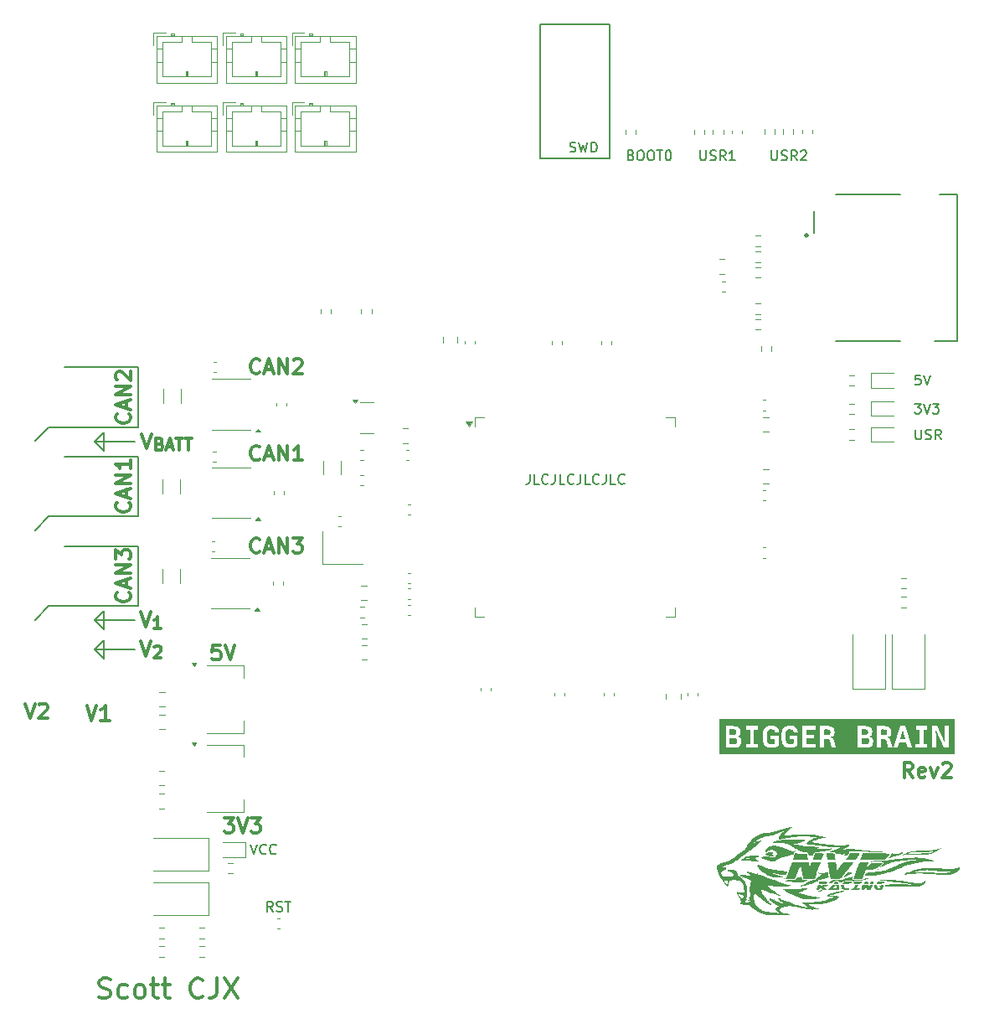
<source format=gbr>
%TF.GenerationSoftware,KiCad,Pcbnew,8.0.0*%
%TF.CreationDate,2024-03-17T16:56:24+08:00*%
%TF.ProjectId,bigger-brain,62696767-6572-42d6-9272-61696e2e6b69,2*%
%TF.SameCoordinates,Original*%
%TF.FileFunction,Legend,Top*%
%TF.FilePolarity,Positive*%
%FSLAX46Y46*%
G04 Gerber Fmt 4.6, Leading zero omitted, Abs format (unit mm)*
G04 Created by KiCad (PCBNEW 8.0.0) date 2024-03-17 16:56:24*
%MOMM*%
%LPD*%
G01*
G04 APERTURE LIST*
%ADD10C,0.150000*%
%ADD11C,0.300000*%
%ADD12C,0.120000*%
%ADD13C,0.000000*%
%ADD14C,0.203200*%
%ADD15C,0.254000*%
G04 APERTURE END LIST*
D10*
X31800000Y-114000000D02*
X40850000Y-114000000D01*
X36400000Y-115393495D02*
X37350000Y-114443495D01*
X36400000Y-97400000D02*
X37350000Y-96450000D01*
X30400000Y-97300000D02*
X31800000Y-95900000D01*
X37350000Y-96450000D02*
X37350000Y-98350000D01*
X36400000Y-97400000D02*
X37350000Y-98350000D01*
X36400000Y-97400000D02*
X40500000Y-97400000D01*
X37350000Y-117438070D02*
X37350000Y-119338070D01*
X36400000Y-118388070D02*
X37350000Y-117438070D01*
X37350000Y-114443495D02*
X37350000Y-116343495D01*
X36400000Y-118388070D02*
X40500000Y-118388070D01*
X81500000Y-55250000D02*
X88500000Y-55250000D01*
X88500000Y-68750000D01*
X81500000Y-68750000D01*
X81500000Y-55250000D01*
X30400000Y-115400000D02*
X31800000Y-114000000D01*
X36400000Y-115393495D02*
X37350000Y-116343495D01*
X40850000Y-89850000D02*
X33400000Y-89850000D01*
X40850000Y-98900000D02*
X33400000Y-98900000D01*
X36400000Y-115393495D02*
X40500000Y-115393495D01*
X40850000Y-114000000D02*
X40850000Y-107950000D01*
X36400000Y-118388070D02*
X37350000Y-119338070D01*
X30400000Y-106350000D02*
X31800000Y-104950000D01*
X40850000Y-95900000D02*
X40850000Y-89850000D01*
X31800000Y-95900000D02*
X40850000Y-95900000D01*
X40850000Y-107950000D02*
X33400000Y-107950000D01*
X31800000Y-104950000D02*
X40850000Y-104950000D01*
X40850000Y-104950000D02*
X40850000Y-98900000D01*
X119436779Y-96154819D02*
X119436779Y-96964342D01*
X119436779Y-96964342D02*
X119484398Y-97059580D01*
X119484398Y-97059580D02*
X119532017Y-97107200D01*
X119532017Y-97107200D02*
X119627255Y-97154819D01*
X119627255Y-97154819D02*
X119817731Y-97154819D01*
X119817731Y-97154819D02*
X119912969Y-97107200D01*
X119912969Y-97107200D02*
X119960588Y-97059580D01*
X119960588Y-97059580D02*
X120008207Y-96964342D01*
X120008207Y-96964342D02*
X120008207Y-96154819D01*
X120436779Y-97107200D02*
X120579636Y-97154819D01*
X120579636Y-97154819D02*
X120817731Y-97154819D01*
X120817731Y-97154819D02*
X120912969Y-97107200D01*
X120912969Y-97107200D02*
X120960588Y-97059580D01*
X120960588Y-97059580D02*
X121008207Y-96964342D01*
X121008207Y-96964342D02*
X121008207Y-96869104D01*
X121008207Y-96869104D02*
X120960588Y-96773866D01*
X120960588Y-96773866D02*
X120912969Y-96726247D01*
X120912969Y-96726247D02*
X120817731Y-96678628D01*
X120817731Y-96678628D02*
X120627255Y-96631009D01*
X120627255Y-96631009D02*
X120532017Y-96583390D01*
X120532017Y-96583390D02*
X120484398Y-96535771D01*
X120484398Y-96535771D02*
X120436779Y-96440533D01*
X120436779Y-96440533D02*
X120436779Y-96345295D01*
X120436779Y-96345295D02*
X120484398Y-96250057D01*
X120484398Y-96250057D02*
X120532017Y-96202438D01*
X120532017Y-96202438D02*
X120627255Y-96154819D01*
X120627255Y-96154819D02*
X120865350Y-96154819D01*
X120865350Y-96154819D02*
X121008207Y-96202438D01*
X122008207Y-97154819D02*
X121674874Y-96678628D01*
X121436779Y-97154819D02*
X121436779Y-96154819D01*
X121436779Y-96154819D02*
X121817731Y-96154819D01*
X121817731Y-96154819D02*
X121912969Y-96202438D01*
X121912969Y-96202438D02*
X121960588Y-96250057D01*
X121960588Y-96250057D02*
X122008207Y-96345295D01*
X122008207Y-96345295D02*
X122008207Y-96488152D01*
X122008207Y-96488152D02*
X121960588Y-96583390D01*
X121960588Y-96583390D02*
X121912969Y-96631009D01*
X121912969Y-96631009D02*
X121817731Y-96678628D01*
X121817731Y-96678628D02*
X121436779Y-96678628D01*
D11*
X49542857Y-135428328D02*
X50471429Y-135428328D01*
X50471429Y-135428328D02*
X49971429Y-135999757D01*
X49971429Y-135999757D02*
X50185714Y-135999757D01*
X50185714Y-135999757D02*
X50328572Y-136071185D01*
X50328572Y-136071185D02*
X50400000Y-136142614D01*
X50400000Y-136142614D02*
X50471429Y-136285471D01*
X50471429Y-136285471D02*
X50471429Y-136642614D01*
X50471429Y-136642614D02*
X50400000Y-136785471D01*
X50400000Y-136785471D02*
X50328572Y-136856900D01*
X50328572Y-136856900D02*
X50185714Y-136928328D01*
X50185714Y-136928328D02*
X49757143Y-136928328D01*
X49757143Y-136928328D02*
X49614286Y-136856900D01*
X49614286Y-136856900D02*
X49542857Y-136785471D01*
X50900000Y-135428328D02*
X51400000Y-136928328D01*
X51400000Y-136928328D02*
X51900000Y-135428328D01*
X52257142Y-135428328D02*
X53185714Y-135428328D01*
X53185714Y-135428328D02*
X52685714Y-135999757D01*
X52685714Y-135999757D02*
X52899999Y-135999757D01*
X52899999Y-135999757D02*
X53042857Y-136071185D01*
X53042857Y-136071185D02*
X53114285Y-136142614D01*
X53114285Y-136142614D02*
X53185714Y-136285471D01*
X53185714Y-136285471D02*
X53185714Y-136642614D01*
X53185714Y-136642614D02*
X53114285Y-136785471D01*
X53114285Y-136785471D02*
X53042857Y-136856900D01*
X53042857Y-136856900D02*
X52899999Y-136928328D01*
X52899999Y-136928328D02*
X52471428Y-136928328D01*
X52471428Y-136928328D02*
X52328571Y-136856900D01*
X52328571Y-136856900D02*
X52257142Y-136785471D01*
X29385715Y-123850828D02*
X29885715Y-125350828D01*
X29885715Y-125350828D02*
X30385715Y-123850828D01*
X30814286Y-123993685D02*
X30885714Y-123922257D01*
X30885714Y-123922257D02*
X31028572Y-123850828D01*
X31028572Y-123850828D02*
X31385714Y-123850828D01*
X31385714Y-123850828D02*
X31528572Y-123922257D01*
X31528572Y-123922257D02*
X31600000Y-123993685D01*
X31600000Y-123993685D02*
X31671429Y-124136542D01*
X31671429Y-124136542D02*
X31671429Y-124279400D01*
X31671429Y-124279400D02*
X31600000Y-124493685D01*
X31600000Y-124493685D02*
X30742857Y-125350828D01*
X30742857Y-125350828D02*
X31671429Y-125350828D01*
X41088628Y-114571823D02*
X41588628Y-116071823D01*
X41588628Y-116071823D02*
X42088628Y-114571823D01*
X43145770Y-116237537D02*
X42460056Y-116237537D01*
X42802913Y-116237537D02*
X42802913Y-115037537D01*
X42802913Y-115037537D02*
X42688627Y-115208966D01*
X42688627Y-115208966D02*
X42574342Y-115323252D01*
X42574342Y-115323252D02*
X42460056Y-115380395D01*
X39935471Y-112628571D02*
X40006900Y-112699999D01*
X40006900Y-112699999D02*
X40078328Y-112914285D01*
X40078328Y-112914285D02*
X40078328Y-113057142D01*
X40078328Y-113057142D02*
X40006900Y-113271428D01*
X40006900Y-113271428D02*
X39864042Y-113414285D01*
X39864042Y-113414285D02*
X39721185Y-113485714D01*
X39721185Y-113485714D02*
X39435471Y-113557142D01*
X39435471Y-113557142D02*
X39221185Y-113557142D01*
X39221185Y-113557142D02*
X38935471Y-113485714D01*
X38935471Y-113485714D02*
X38792614Y-113414285D01*
X38792614Y-113414285D02*
X38649757Y-113271428D01*
X38649757Y-113271428D02*
X38578328Y-113057142D01*
X38578328Y-113057142D02*
X38578328Y-112914285D01*
X38578328Y-112914285D02*
X38649757Y-112699999D01*
X38649757Y-112699999D02*
X38721185Y-112628571D01*
X39649757Y-112057142D02*
X39649757Y-111342857D01*
X40078328Y-112199999D02*
X38578328Y-111699999D01*
X38578328Y-111699999D02*
X40078328Y-111199999D01*
X40078328Y-110700000D02*
X38578328Y-110700000D01*
X38578328Y-110700000D02*
X40078328Y-109842857D01*
X40078328Y-109842857D02*
X38578328Y-109842857D01*
X38578328Y-109271428D02*
X38578328Y-108342856D01*
X38578328Y-108342856D02*
X39149757Y-108842856D01*
X39149757Y-108842856D02*
X39149757Y-108628571D01*
X39149757Y-108628571D02*
X39221185Y-108485714D01*
X39221185Y-108485714D02*
X39292614Y-108414285D01*
X39292614Y-108414285D02*
X39435471Y-108342856D01*
X39435471Y-108342856D02*
X39792614Y-108342856D01*
X39792614Y-108342856D02*
X39935471Y-108414285D01*
X39935471Y-108414285D02*
X40006900Y-108485714D01*
X40006900Y-108485714D02*
X40078328Y-108628571D01*
X40078328Y-108628571D02*
X40078328Y-109057142D01*
X40078328Y-109057142D02*
X40006900Y-109199999D01*
X40006900Y-109199999D02*
X39935471Y-109271428D01*
X41171429Y-96578328D02*
X41671429Y-98078328D01*
X41671429Y-98078328D02*
X42171429Y-96578328D01*
X43000000Y-97615471D02*
X43171428Y-97672614D01*
X43171428Y-97672614D02*
X43228571Y-97729757D01*
X43228571Y-97729757D02*
X43285714Y-97844042D01*
X43285714Y-97844042D02*
X43285714Y-98015471D01*
X43285714Y-98015471D02*
X43228571Y-98129757D01*
X43228571Y-98129757D02*
X43171428Y-98186900D01*
X43171428Y-98186900D02*
X43057143Y-98244042D01*
X43057143Y-98244042D02*
X42600000Y-98244042D01*
X42600000Y-98244042D02*
X42600000Y-97044042D01*
X42600000Y-97044042D02*
X43000000Y-97044042D01*
X43000000Y-97044042D02*
X43114286Y-97101185D01*
X43114286Y-97101185D02*
X43171428Y-97158328D01*
X43171428Y-97158328D02*
X43228571Y-97272614D01*
X43228571Y-97272614D02*
X43228571Y-97386900D01*
X43228571Y-97386900D02*
X43171428Y-97501185D01*
X43171428Y-97501185D02*
X43114286Y-97558328D01*
X43114286Y-97558328D02*
X43000000Y-97615471D01*
X43000000Y-97615471D02*
X42600000Y-97615471D01*
X43742857Y-97901185D02*
X44314286Y-97901185D01*
X43628571Y-98244042D02*
X44028571Y-97044042D01*
X44028571Y-97044042D02*
X44428571Y-98244042D01*
X44657142Y-97044042D02*
X45342857Y-97044042D01*
X44999999Y-98244042D02*
X44999999Y-97044042D01*
X45571428Y-97044042D02*
X46257143Y-97044042D01*
X45914285Y-98244042D02*
X45914285Y-97044042D01*
D10*
X80422493Y-100669819D02*
X80422493Y-101384104D01*
X80422493Y-101384104D02*
X80374874Y-101526961D01*
X80374874Y-101526961D02*
X80279636Y-101622200D01*
X80279636Y-101622200D02*
X80136779Y-101669819D01*
X80136779Y-101669819D02*
X80041541Y-101669819D01*
X81374874Y-101669819D02*
X80898684Y-101669819D01*
X80898684Y-101669819D02*
X80898684Y-100669819D01*
X82279636Y-101574580D02*
X82232017Y-101622200D01*
X82232017Y-101622200D02*
X82089160Y-101669819D01*
X82089160Y-101669819D02*
X81993922Y-101669819D01*
X81993922Y-101669819D02*
X81851065Y-101622200D01*
X81851065Y-101622200D02*
X81755827Y-101526961D01*
X81755827Y-101526961D02*
X81708208Y-101431723D01*
X81708208Y-101431723D02*
X81660589Y-101241247D01*
X81660589Y-101241247D02*
X81660589Y-101098390D01*
X81660589Y-101098390D02*
X81708208Y-100907914D01*
X81708208Y-100907914D02*
X81755827Y-100812676D01*
X81755827Y-100812676D02*
X81851065Y-100717438D01*
X81851065Y-100717438D02*
X81993922Y-100669819D01*
X81993922Y-100669819D02*
X82089160Y-100669819D01*
X82089160Y-100669819D02*
X82232017Y-100717438D01*
X82232017Y-100717438D02*
X82279636Y-100765057D01*
X82993922Y-100669819D02*
X82993922Y-101384104D01*
X82993922Y-101384104D02*
X82946303Y-101526961D01*
X82946303Y-101526961D02*
X82851065Y-101622200D01*
X82851065Y-101622200D02*
X82708208Y-101669819D01*
X82708208Y-101669819D02*
X82612970Y-101669819D01*
X83946303Y-101669819D02*
X83470113Y-101669819D01*
X83470113Y-101669819D02*
X83470113Y-100669819D01*
X84851065Y-101574580D02*
X84803446Y-101622200D01*
X84803446Y-101622200D02*
X84660589Y-101669819D01*
X84660589Y-101669819D02*
X84565351Y-101669819D01*
X84565351Y-101669819D02*
X84422494Y-101622200D01*
X84422494Y-101622200D02*
X84327256Y-101526961D01*
X84327256Y-101526961D02*
X84279637Y-101431723D01*
X84279637Y-101431723D02*
X84232018Y-101241247D01*
X84232018Y-101241247D02*
X84232018Y-101098390D01*
X84232018Y-101098390D02*
X84279637Y-100907914D01*
X84279637Y-100907914D02*
X84327256Y-100812676D01*
X84327256Y-100812676D02*
X84422494Y-100717438D01*
X84422494Y-100717438D02*
X84565351Y-100669819D01*
X84565351Y-100669819D02*
X84660589Y-100669819D01*
X84660589Y-100669819D02*
X84803446Y-100717438D01*
X84803446Y-100717438D02*
X84851065Y-100765057D01*
X85565351Y-100669819D02*
X85565351Y-101384104D01*
X85565351Y-101384104D02*
X85517732Y-101526961D01*
X85517732Y-101526961D02*
X85422494Y-101622200D01*
X85422494Y-101622200D02*
X85279637Y-101669819D01*
X85279637Y-101669819D02*
X85184399Y-101669819D01*
X86517732Y-101669819D02*
X86041542Y-101669819D01*
X86041542Y-101669819D02*
X86041542Y-100669819D01*
X87422494Y-101574580D02*
X87374875Y-101622200D01*
X87374875Y-101622200D02*
X87232018Y-101669819D01*
X87232018Y-101669819D02*
X87136780Y-101669819D01*
X87136780Y-101669819D02*
X86993923Y-101622200D01*
X86993923Y-101622200D02*
X86898685Y-101526961D01*
X86898685Y-101526961D02*
X86851066Y-101431723D01*
X86851066Y-101431723D02*
X86803447Y-101241247D01*
X86803447Y-101241247D02*
X86803447Y-101098390D01*
X86803447Y-101098390D02*
X86851066Y-100907914D01*
X86851066Y-100907914D02*
X86898685Y-100812676D01*
X86898685Y-100812676D02*
X86993923Y-100717438D01*
X86993923Y-100717438D02*
X87136780Y-100669819D01*
X87136780Y-100669819D02*
X87232018Y-100669819D01*
X87232018Y-100669819D02*
X87374875Y-100717438D01*
X87374875Y-100717438D02*
X87422494Y-100765057D01*
X88136780Y-100669819D02*
X88136780Y-101384104D01*
X88136780Y-101384104D02*
X88089161Y-101526961D01*
X88089161Y-101526961D02*
X87993923Y-101622200D01*
X87993923Y-101622200D02*
X87851066Y-101669819D01*
X87851066Y-101669819D02*
X87755828Y-101669819D01*
X89089161Y-101669819D02*
X88612971Y-101669819D01*
X88612971Y-101669819D02*
X88612971Y-100669819D01*
X89993923Y-101574580D02*
X89946304Y-101622200D01*
X89946304Y-101622200D02*
X89803447Y-101669819D01*
X89803447Y-101669819D02*
X89708209Y-101669819D01*
X89708209Y-101669819D02*
X89565352Y-101622200D01*
X89565352Y-101622200D02*
X89470114Y-101526961D01*
X89470114Y-101526961D02*
X89422495Y-101431723D01*
X89422495Y-101431723D02*
X89374876Y-101241247D01*
X89374876Y-101241247D02*
X89374876Y-101098390D01*
X89374876Y-101098390D02*
X89422495Y-100907914D01*
X89422495Y-100907914D02*
X89470114Y-100812676D01*
X89470114Y-100812676D02*
X89565352Y-100717438D01*
X89565352Y-100717438D02*
X89708209Y-100669819D01*
X89708209Y-100669819D02*
X89803447Y-100669819D01*
X89803447Y-100669819D02*
X89946304Y-100717438D01*
X89946304Y-100717438D02*
X89993923Y-100765057D01*
D11*
X49114286Y-117928328D02*
X48400000Y-117928328D01*
X48400000Y-117928328D02*
X48328572Y-118642614D01*
X48328572Y-118642614D02*
X48400000Y-118571185D01*
X48400000Y-118571185D02*
X48542858Y-118499757D01*
X48542858Y-118499757D02*
X48900000Y-118499757D01*
X48900000Y-118499757D02*
X49042858Y-118571185D01*
X49042858Y-118571185D02*
X49114286Y-118642614D01*
X49114286Y-118642614D02*
X49185715Y-118785471D01*
X49185715Y-118785471D02*
X49185715Y-119142614D01*
X49185715Y-119142614D02*
X49114286Y-119285471D01*
X49114286Y-119285471D02*
X49042858Y-119356900D01*
X49042858Y-119356900D02*
X48900000Y-119428328D01*
X48900000Y-119428328D02*
X48542858Y-119428328D01*
X48542858Y-119428328D02*
X48400000Y-119356900D01*
X48400000Y-119356900D02*
X48328572Y-119285471D01*
X49614286Y-117928328D02*
X50114286Y-119428328D01*
X50114286Y-119428328D02*
X50614286Y-117928328D01*
X39935471Y-94578571D02*
X40006900Y-94649999D01*
X40006900Y-94649999D02*
X40078328Y-94864285D01*
X40078328Y-94864285D02*
X40078328Y-95007142D01*
X40078328Y-95007142D02*
X40006900Y-95221428D01*
X40006900Y-95221428D02*
X39864042Y-95364285D01*
X39864042Y-95364285D02*
X39721185Y-95435714D01*
X39721185Y-95435714D02*
X39435471Y-95507142D01*
X39435471Y-95507142D02*
X39221185Y-95507142D01*
X39221185Y-95507142D02*
X38935471Y-95435714D01*
X38935471Y-95435714D02*
X38792614Y-95364285D01*
X38792614Y-95364285D02*
X38649757Y-95221428D01*
X38649757Y-95221428D02*
X38578328Y-95007142D01*
X38578328Y-95007142D02*
X38578328Y-94864285D01*
X38578328Y-94864285D02*
X38649757Y-94649999D01*
X38649757Y-94649999D02*
X38721185Y-94578571D01*
X39649757Y-94007142D02*
X39649757Y-93292857D01*
X40078328Y-94149999D02*
X38578328Y-93649999D01*
X38578328Y-93649999D02*
X40078328Y-93149999D01*
X40078328Y-92650000D02*
X38578328Y-92650000D01*
X38578328Y-92650000D02*
X40078328Y-91792857D01*
X40078328Y-91792857D02*
X38578328Y-91792857D01*
X38721185Y-91149999D02*
X38649757Y-91078571D01*
X38649757Y-91078571D02*
X38578328Y-90935714D01*
X38578328Y-90935714D02*
X38578328Y-90578571D01*
X38578328Y-90578571D02*
X38649757Y-90435714D01*
X38649757Y-90435714D02*
X38721185Y-90364285D01*
X38721185Y-90364285D02*
X38864042Y-90292856D01*
X38864042Y-90292856D02*
X39006900Y-90292856D01*
X39006900Y-90292856D02*
X39221185Y-90364285D01*
X39221185Y-90364285D02*
X40078328Y-91221428D01*
X40078328Y-91221428D02*
X40078328Y-90292856D01*
D10*
X119341541Y-93554819D02*
X119960588Y-93554819D01*
X119960588Y-93554819D02*
X119627255Y-93935771D01*
X119627255Y-93935771D02*
X119770112Y-93935771D01*
X119770112Y-93935771D02*
X119865350Y-93983390D01*
X119865350Y-93983390D02*
X119912969Y-94031009D01*
X119912969Y-94031009D02*
X119960588Y-94126247D01*
X119960588Y-94126247D02*
X119960588Y-94364342D01*
X119960588Y-94364342D02*
X119912969Y-94459580D01*
X119912969Y-94459580D02*
X119865350Y-94507200D01*
X119865350Y-94507200D02*
X119770112Y-94554819D01*
X119770112Y-94554819D02*
X119484398Y-94554819D01*
X119484398Y-94554819D02*
X119389160Y-94507200D01*
X119389160Y-94507200D02*
X119341541Y-94459580D01*
X120246303Y-93554819D02*
X120579636Y-94554819D01*
X120579636Y-94554819D02*
X120912969Y-93554819D01*
X121151065Y-93554819D02*
X121770112Y-93554819D01*
X121770112Y-93554819D02*
X121436779Y-93935771D01*
X121436779Y-93935771D02*
X121579636Y-93935771D01*
X121579636Y-93935771D02*
X121674874Y-93983390D01*
X121674874Y-93983390D02*
X121722493Y-94031009D01*
X121722493Y-94031009D02*
X121770112Y-94126247D01*
X121770112Y-94126247D02*
X121770112Y-94364342D01*
X121770112Y-94364342D02*
X121722493Y-94459580D01*
X121722493Y-94459580D02*
X121674874Y-94507200D01*
X121674874Y-94507200D02*
X121579636Y-94554819D01*
X121579636Y-94554819D02*
X121293922Y-94554819D01*
X121293922Y-94554819D02*
X121198684Y-94507200D01*
X121198684Y-94507200D02*
X121151065Y-94459580D01*
D11*
X41088628Y-117566398D02*
X41588628Y-119066398D01*
X41588628Y-119066398D02*
X42088628Y-117566398D01*
X42460056Y-118146398D02*
X42517199Y-118089255D01*
X42517199Y-118089255D02*
X42631485Y-118032112D01*
X42631485Y-118032112D02*
X42917199Y-118032112D01*
X42917199Y-118032112D02*
X43031485Y-118089255D01*
X43031485Y-118089255D02*
X43088627Y-118146398D01*
X43088627Y-118146398D02*
X43145770Y-118260684D01*
X43145770Y-118260684D02*
X43145770Y-118374970D01*
X43145770Y-118374970D02*
X43088627Y-118546398D01*
X43088627Y-118546398D02*
X42402913Y-119232112D01*
X42402913Y-119232112D02*
X43145770Y-119232112D01*
X53121428Y-90385471D02*
X53050000Y-90456900D01*
X53050000Y-90456900D02*
X52835714Y-90528328D01*
X52835714Y-90528328D02*
X52692857Y-90528328D01*
X52692857Y-90528328D02*
X52478571Y-90456900D01*
X52478571Y-90456900D02*
X52335714Y-90314042D01*
X52335714Y-90314042D02*
X52264285Y-90171185D01*
X52264285Y-90171185D02*
X52192857Y-89885471D01*
X52192857Y-89885471D02*
X52192857Y-89671185D01*
X52192857Y-89671185D02*
X52264285Y-89385471D01*
X52264285Y-89385471D02*
X52335714Y-89242614D01*
X52335714Y-89242614D02*
X52478571Y-89099757D01*
X52478571Y-89099757D02*
X52692857Y-89028328D01*
X52692857Y-89028328D02*
X52835714Y-89028328D01*
X52835714Y-89028328D02*
X53050000Y-89099757D01*
X53050000Y-89099757D02*
X53121428Y-89171185D01*
X53692857Y-90099757D02*
X54407143Y-90099757D01*
X53550000Y-90528328D02*
X54050000Y-89028328D01*
X54050000Y-89028328D02*
X54550000Y-90528328D01*
X55049999Y-90528328D02*
X55049999Y-89028328D01*
X55049999Y-89028328D02*
X55907142Y-90528328D01*
X55907142Y-90528328D02*
X55907142Y-89028328D01*
X56550000Y-89171185D02*
X56621428Y-89099757D01*
X56621428Y-89099757D02*
X56764286Y-89028328D01*
X56764286Y-89028328D02*
X57121428Y-89028328D01*
X57121428Y-89028328D02*
X57264286Y-89099757D01*
X57264286Y-89099757D02*
X57335714Y-89171185D01*
X57335714Y-89171185D02*
X57407143Y-89314042D01*
X57407143Y-89314042D02*
X57407143Y-89456900D01*
X57407143Y-89456900D02*
X57335714Y-89671185D01*
X57335714Y-89671185D02*
X56478571Y-90528328D01*
X56478571Y-90528328D02*
X57407143Y-90528328D01*
D10*
X84496554Y-68072200D02*
X84639411Y-68119819D01*
X84639411Y-68119819D02*
X84877506Y-68119819D01*
X84877506Y-68119819D02*
X84972744Y-68072200D01*
X84972744Y-68072200D02*
X85020363Y-68024580D01*
X85020363Y-68024580D02*
X85067982Y-67929342D01*
X85067982Y-67929342D02*
X85067982Y-67834104D01*
X85067982Y-67834104D02*
X85020363Y-67738866D01*
X85020363Y-67738866D02*
X84972744Y-67691247D01*
X84972744Y-67691247D02*
X84877506Y-67643628D01*
X84877506Y-67643628D02*
X84687030Y-67596009D01*
X84687030Y-67596009D02*
X84591792Y-67548390D01*
X84591792Y-67548390D02*
X84544173Y-67500771D01*
X84544173Y-67500771D02*
X84496554Y-67405533D01*
X84496554Y-67405533D02*
X84496554Y-67310295D01*
X84496554Y-67310295D02*
X84544173Y-67215057D01*
X84544173Y-67215057D02*
X84591792Y-67167438D01*
X84591792Y-67167438D02*
X84687030Y-67119819D01*
X84687030Y-67119819D02*
X84925125Y-67119819D01*
X84925125Y-67119819D02*
X85067982Y-67167438D01*
X85401316Y-67119819D02*
X85639411Y-68119819D01*
X85639411Y-68119819D02*
X85829887Y-67405533D01*
X85829887Y-67405533D02*
X86020363Y-68119819D01*
X86020363Y-68119819D02*
X86258459Y-67119819D01*
X86639411Y-68119819D02*
X86639411Y-67119819D01*
X86639411Y-67119819D02*
X86877506Y-67119819D01*
X86877506Y-67119819D02*
X87020363Y-67167438D01*
X87020363Y-67167438D02*
X87115601Y-67262676D01*
X87115601Y-67262676D02*
X87163220Y-67357914D01*
X87163220Y-67357914D02*
X87210839Y-67548390D01*
X87210839Y-67548390D02*
X87210839Y-67691247D01*
X87210839Y-67691247D02*
X87163220Y-67881723D01*
X87163220Y-67881723D02*
X87115601Y-67976961D01*
X87115601Y-67976961D02*
X87020363Y-68072200D01*
X87020363Y-68072200D02*
X86877506Y-68119819D01*
X86877506Y-68119819D02*
X86639411Y-68119819D01*
X119912969Y-90654819D02*
X119436779Y-90654819D01*
X119436779Y-90654819D02*
X119389160Y-91131009D01*
X119389160Y-91131009D02*
X119436779Y-91083390D01*
X119436779Y-91083390D02*
X119532017Y-91035771D01*
X119532017Y-91035771D02*
X119770112Y-91035771D01*
X119770112Y-91035771D02*
X119865350Y-91083390D01*
X119865350Y-91083390D02*
X119912969Y-91131009D01*
X119912969Y-91131009D02*
X119960588Y-91226247D01*
X119960588Y-91226247D02*
X119960588Y-91464342D01*
X119960588Y-91464342D02*
X119912969Y-91559580D01*
X119912969Y-91559580D02*
X119865350Y-91607200D01*
X119865350Y-91607200D02*
X119770112Y-91654819D01*
X119770112Y-91654819D02*
X119532017Y-91654819D01*
X119532017Y-91654819D02*
X119436779Y-91607200D01*
X119436779Y-91607200D02*
X119389160Y-91559580D01*
X120246303Y-90654819D02*
X120579636Y-91654819D01*
X120579636Y-91654819D02*
X120912969Y-90654819D01*
D11*
X53121428Y-99135471D02*
X53050000Y-99206900D01*
X53050000Y-99206900D02*
X52835714Y-99278328D01*
X52835714Y-99278328D02*
X52692857Y-99278328D01*
X52692857Y-99278328D02*
X52478571Y-99206900D01*
X52478571Y-99206900D02*
X52335714Y-99064042D01*
X52335714Y-99064042D02*
X52264285Y-98921185D01*
X52264285Y-98921185D02*
X52192857Y-98635471D01*
X52192857Y-98635471D02*
X52192857Y-98421185D01*
X52192857Y-98421185D02*
X52264285Y-98135471D01*
X52264285Y-98135471D02*
X52335714Y-97992614D01*
X52335714Y-97992614D02*
X52478571Y-97849757D01*
X52478571Y-97849757D02*
X52692857Y-97778328D01*
X52692857Y-97778328D02*
X52835714Y-97778328D01*
X52835714Y-97778328D02*
X53050000Y-97849757D01*
X53050000Y-97849757D02*
X53121428Y-97921185D01*
X53692857Y-98849757D02*
X54407143Y-98849757D01*
X53550000Y-99278328D02*
X54050000Y-97778328D01*
X54050000Y-97778328D02*
X54550000Y-99278328D01*
X55049999Y-99278328D02*
X55049999Y-97778328D01*
X55049999Y-97778328D02*
X55907142Y-99278328D01*
X55907142Y-99278328D02*
X55907142Y-97778328D01*
X57407143Y-99278328D02*
X56550000Y-99278328D01*
X56978571Y-99278328D02*
X56978571Y-97778328D01*
X56978571Y-97778328D02*
X56835714Y-97992614D01*
X56835714Y-97992614D02*
X56692857Y-98135471D01*
X56692857Y-98135471D02*
X56550000Y-98206900D01*
D10*
X97661903Y-67954819D02*
X97661903Y-68764342D01*
X97661903Y-68764342D02*
X97709522Y-68859580D01*
X97709522Y-68859580D02*
X97757141Y-68907200D01*
X97757141Y-68907200D02*
X97852379Y-68954819D01*
X97852379Y-68954819D02*
X98042855Y-68954819D01*
X98042855Y-68954819D02*
X98138093Y-68907200D01*
X98138093Y-68907200D02*
X98185712Y-68859580D01*
X98185712Y-68859580D02*
X98233331Y-68764342D01*
X98233331Y-68764342D02*
X98233331Y-67954819D01*
X98661903Y-68907200D02*
X98804760Y-68954819D01*
X98804760Y-68954819D02*
X99042855Y-68954819D01*
X99042855Y-68954819D02*
X99138093Y-68907200D01*
X99138093Y-68907200D02*
X99185712Y-68859580D01*
X99185712Y-68859580D02*
X99233331Y-68764342D01*
X99233331Y-68764342D02*
X99233331Y-68669104D01*
X99233331Y-68669104D02*
X99185712Y-68573866D01*
X99185712Y-68573866D02*
X99138093Y-68526247D01*
X99138093Y-68526247D02*
X99042855Y-68478628D01*
X99042855Y-68478628D02*
X98852379Y-68431009D01*
X98852379Y-68431009D02*
X98757141Y-68383390D01*
X98757141Y-68383390D02*
X98709522Y-68335771D01*
X98709522Y-68335771D02*
X98661903Y-68240533D01*
X98661903Y-68240533D02*
X98661903Y-68145295D01*
X98661903Y-68145295D02*
X98709522Y-68050057D01*
X98709522Y-68050057D02*
X98757141Y-68002438D01*
X98757141Y-68002438D02*
X98852379Y-67954819D01*
X98852379Y-67954819D02*
X99090474Y-67954819D01*
X99090474Y-67954819D02*
X99233331Y-68002438D01*
X100233331Y-68954819D02*
X99899998Y-68478628D01*
X99661903Y-68954819D02*
X99661903Y-67954819D01*
X99661903Y-67954819D02*
X100042855Y-67954819D01*
X100042855Y-67954819D02*
X100138093Y-68002438D01*
X100138093Y-68002438D02*
X100185712Y-68050057D01*
X100185712Y-68050057D02*
X100233331Y-68145295D01*
X100233331Y-68145295D02*
X100233331Y-68288152D01*
X100233331Y-68288152D02*
X100185712Y-68383390D01*
X100185712Y-68383390D02*
X100138093Y-68431009D01*
X100138093Y-68431009D02*
X100042855Y-68478628D01*
X100042855Y-68478628D02*
X99661903Y-68478628D01*
X101185712Y-68954819D02*
X100614284Y-68954819D01*
X100899998Y-68954819D02*
X100899998Y-67954819D01*
X100899998Y-67954819D02*
X100804760Y-68097676D01*
X100804760Y-68097676D02*
X100709522Y-68192914D01*
X100709522Y-68192914D02*
X100614284Y-68240533D01*
D11*
X36878320Y-153514400D02*
X37164034Y-153609638D01*
X37164034Y-153609638D02*
X37640225Y-153609638D01*
X37640225Y-153609638D02*
X37830701Y-153514400D01*
X37830701Y-153514400D02*
X37925939Y-153419161D01*
X37925939Y-153419161D02*
X38021177Y-153228685D01*
X38021177Y-153228685D02*
X38021177Y-153038209D01*
X38021177Y-153038209D02*
X37925939Y-152847733D01*
X37925939Y-152847733D02*
X37830701Y-152752495D01*
X37830701Y-152752495D02*
X37640225Y-152657257D01*
X37640225Y-152657257D02*
X37259272Y-152562019D01*
X37259272Y-152562019D02*
X37068796Y-152466780D01*
X37068796Y-152466780D02*
X36973558Y-152371542D01*
X36973558Y-152371542D02*
X36878320Y-152181066D01*
X36878320Y-152181066D02*
X36878320Y-151990590D01*
X36878320Y-151990590D02*
X36973558Y-151800114D01*
X36973558Y-151800114D02*
X37068796Y-151704876D01*
X37068796Y-151704876D02*
X37259272Y-151609638D01*
X37259272Y-151609638D02*
X37735463Y-151609638D01*
X37735463Y-151609638D02*
X38021177Y-151704876D01*
X39735463Y-153514400D02*
X39544987Y-153609638D01*
X39544987Y-153609638D02*
X39164034Y-153609638D01*
X39164034Y-153609638D02*
X38973558Y-153514400D01*
X38973558Y-153514400D02*
X38878320Y-153419161D01*
X38878320Y-153419161D02*
X38783082Y-153228685D01*
X38783082Y-153228685D02*
X38783082Y-152657257D01*
X38783082Y-152657257D02*
X38878320Y-152466780D01*
X38878320Y-152466780D02*
X38973558Y-152371542D01*
X38973558Y-152371542D02*
X39164034Y-152276304D01*
X39164034Y-152276304D02*
X39544987Y-152276304D01*
X39544987Y-152276304D02*
X39735463Y-152371542D01*
X40878320Y-153609638D02*
X40687844Y-153514400D01*
X40687844Y-153514400D02*
X40592606Y-153419161D01*
X40592606Y-153419161D02*
X40497368Y-153228685D01*
X40497368Y-153228685D02*
X40497368Y-152657257D01*
X40497368Y-152657257D02*
X40592606Y-152466780D01*
X40592606Y-152466780D02*
X40687844Y-152371542D01*
X40687844Y-152371542D02*
X40878320Y-152276304D01*
X40878320Y-152276304D02*
X41164035Y-152276304D01*
X41164035Y-152276304D02*
X41354511Y-152371542D01*
X41354511Y-152371542D02*
X41449749Y-152466780D01*
X41449749Y-152466780D02*
X41544987Y-152657257D01*
X41544987Y-152657257D02*
X41544987Y-153228685D01*
X41544987Y-153228685D02*
X41449749Y-153419161D01*
X41449749Y-153419161D02*
X41354511Y-153514400D01*
X41354511Y-153514400D02*
X41164035Y-153609638D01*
X41164035Y-153609638D02*
X40878320Y-153609638D01*
X42116416Y-152276304D02*
X42878320Y-152276304D01*
X42402130Y-151609638D02*
X42402130Y-153323923D01*
X42402130Y-153323923D02*
X42497368Y-153514400D01*
X42497368Y-153514400D02*
X42687844Y-153609638D01*
X42687844Y-153609638D02*
X42878320Y-153609638D01*
X43259273Y-152276304D02*
X44021177Y-152276304D01*
X43544987Y-151609638D02*
X43544987Y-153323923D01*
X43544987Y-153323923D02*
X43640225Y-153514400D01*
X43640225Y-153514400D02*
X43830701Y-153609638D01*
X43830701Y-153609638D02*
X44021177Y-153609638D01*
X47354511Y-153419161D02*
X47259273Y-153514400D01*
X47259273Y-153514400D02*
X46973559Y-153609638D01*
X46973559Y-153609638D02*
X46783083Y-153609638D01*
X46783083Y-153609638D02*
X46497368Y-153514400D01*
X46497368Y-153514400D02*
X46306892Y-153323923D01*
X46306892Y-153323923D02*
X46211654Y-153133447D01*
X46211654Y-153133447D02*
X46116416Y-152752495D01*
X46116416Y-152752495D02*
X46116416Y-152466780D01*
X46116416Y-152466780D02*
X46211654Y-152085828D01*
X46211654Y-152085828D02*
X46306892Y-151895352D01*
X46306892Y-151895352D02*
X46497368Y-151704876D01*
X46497368Y-151704876D02*
X46783083Y-151609638D01*
X46783083Y-151609638D02*
X46973559Y-151609638D01*
X46973559Y-151609638D02*
X47259273Y-151704876D01*
X47259273Y-151704876D02*
X47354511Y-151800114D01*
X48783083Y-151609638D02*
X48783083Y-153038209D01*
X48783083Y-153038209D02*
X48687844Y-153323923D01*
X48687844Y-153323923D02*
X48497368Y-153514400D01*
X48497368Y-153514400D02*
X48211654Y-153609638D01*
X48211654Y-153609638D02*
X48021178Y-153609638D01*
X49544988Y-151609638D02*
X50878321Y-153609638D01*
X50878321Y-151609638D02*
X49544988Y-153609638D01*
D10*
X104861903Y-67954819D02*
X104861903Y-68764342D01*
X104861903Y-68764342D02*
X104909522Y-68859580D01*
X104909522Y-68859580D02*
X104957141Y-68907200D01*
X104957141Y-68907200D02*
X105052379Y-68954819D01*
X105052379Y-68954819D02*
X105242855Y-68954819D01*
X105242855Y-68954819D02*
X105338093Y-68907200D01*
X105338093Y-68907200D02*
X105385712Y-68859580D01*
X105385712Y-68859580D02*
X105433331Y-68764342D01*
X105433331Y-68764342D02*
X105433331Y-67954819D01*
X105861903Y-68907200D02*
X106004760Y-68954819D01*
X106004760Y-68954819D02*
X106242855Y-68954819D01*
X106242855Y-68954819D02*
X106338093Y-68907200D01*
X106338093Y-68907200D02*
X106385712Y-68859580D01*
X106385712Y-68859580D02*
X106433331Y-68764342D01*
X106433331Y-68764342D02*
X106433331Y-68669104D01*
X106433331Y-68669104D02*
X106385712Y-68573866D01*
X106385712Y-68573866D02*
X106338093Y-68526247D01*
X106338093Y-68526247D02*
X106242855Y-68478628D01*
X106242855Y-68478628D02*
X106052379Y-68431009D01*
X106052379Y-68431009D02*
X105957141Y-68383390D01*
X105957141Y-68383390D02*
X105909522Y-68335771D01*
X105909522Y-68335771D02*
X105861903Y-68240533D01*
X105861903Y-68240533D02*
X105861903Y-68145295D01*
X105861903Y-68145295D02*
X105909522Y-68050057D01*
X105909522Y-68050057D02*
X105957141Y-68002438D01*
X105957141Y-68002438D02*
X106052379Y-67954819D01*
X106052379Y-67954819D02*
X106290474Y-67954819D01*
X106290474Y-67954819D02*
X106433331Y-68002438D01*
X107433331Y-68954819D02*
X107099998Y-68478628D01*
X106861903Y-68954819D02*
X106861903Y-67954819D01*
X106861903Y-67954819D02*
X107242855Y-67954819D01*
X107242855Y-67954819D02*
X107338093Y-68002438D01*
X107338093Y-68002438D02*
X107385712Y-68050057D01*
X107385712Y-68050057D02*
X107433331Y-68145295D01*
X107433331Y-68145295D02*
X107433331Y-68288152D01*
X107433331Y-68288152D02*
X107385712Y-68383390D01*
X107385712Y-68383390D02*
X107338093Y-68431009D01*
X107338093Y-68431009D02*
X107242855Y-68478628D01*
X107242855Y-68478628D02*
X106861903Y-68478628D01*
X107814284Y-68050057D02*
X107861903Y-68002438D01*
X107861903Y-68002438D02*
X107957141Y-67954819D01*
X107957141Y-67954819D02*
X108195236Y-67954819D01*
X108195236Y-67954819D02*
X108290474Y-68002438D01*
X108290474Y-68002438D02*
X108338093Y-68050057D01*
X108338093Y-68050057D02*
X108385712Y-68145295D01*
X108385712Y-68145295D02*
X108385712Y-68240533D01*
X108385712Y-68240533D02*
X108338093Y-68383390D01*
X108338093Y-68383390D02*
X107766665Y-68954819D01*
X107766665Y-68954819D02*
X108385712Y-68954819D01*
X54452380Y-144854819D02*
X54119047Y-144378628D01*
X53880952Y-144854819D02*
X53880952Y-143854819D01*
X53880952Y-143854819D02*
X54261904Y-143854819D01*
X54261904Y-143854819D02*
X54357142Y-143902438D01*
X54357142Y-143902438D02*
X54404761Y-143950057D01*
X54404761Y-143950057D02*
X54452380Y-144045295D01*
X54452380Y-144045295D02*
X54452380Y-144188152D01*
X54452380Y-144188152D02*
X54404761Y-144283390D01*
X54404761Y-144283390D02*
X54357142Y-144331009D01*
X54357142Y-144331009D02*
X54261904Y-144378628D01*
X54261904Y-144378628D02*
X53880952Y-144378628D01*
X54833333Y-144807200D02*
X54976190Y-144854819D01*
X54976190Y-144854819D02*
X55214285Y-144854819D01*
X55214285Y-144854819D02*
X55309523Y-144807200D01*
X55309523Y-144807200D02*
X55357142Y-144759580D01*
X55357142Y-144759580D02*
X55404761Y-144664342D01*
X55404761Y-144664342D02*
X55404761Y-144569104D01*
X55404761Y-144569104D02*
X55357142Y-144473866D01*
X55357142Y-144473866D02*
X55309523Y-144426247D01*
X55309523Y-144426247D02*
X55214285Y-144378628D01*
X55214285Y-144378628D02*
X55023809Y-144331009D01*
X55023809Y-144331009D02*
X54928571Y-144283390D01*
X54928571Y-144283390D02*
X54880952Y-144235771D01*
X54880952Y-144235771D02*
X54833333Y-144140533D01*
X54833333Y-144140533D02*
X54833333Y-144045295D01*
X54833333Y-144045295D02*
X54880952Y-143950057D01*
X54880952Y-143950057D02*
X54928571Y-143902438D01*
X54928571Y-143902438D02*
X55023809Y-143854819D01*
X55023809Y-143854819D02*
X55261904Y-143854819D01*
X55261904Y-143854819D02*
X55404761Y-143902438D01*
X55690476Y-143854819D02*
X56261904Y-143854819D01*
X55976190Y-144854819D02*
X55976190Y-143854819D01*
D11*
X39935471Y-103528571D02*
X40006900Y-103599999D01*
X40006900Y-103599999D02*
X40078328Y-103814285D01*
X40078328Y-103814285D02*
X40078328Y-103957142D01*
X40078328Y-103957142D02*
X40006900Y-104171428D01*
X40006900Y-104171428D02*
X39864042Y-104314285D01*
X39864042Y-104314285D02*
X39721185Y-104385714D01*
X39721185Y-104385714D02*
X39435471Y-104457142D01*
X39435471Y-104457142D02*
X39221185Y-104457142D01*
X39221185Y-104457142D02*
X38935471Y-104385714D01*
X38935471Y-104385714D02*
X38792614Y-104314285D01*
X38792614Y-104314285D02*
X38649757Y-104171428D01*
X38649757Y-104171428D02*
X38578328Y-103957142D01*
X38578328Y-103957142D02*
X38578328Y-103814285D01*
X38578328Y-103814285D02*
X38649757Y-103599999D01*
X38649757Y-103599999D02*
X38721185Y-103528571D01*
X39649757Y-102957142D02*
X39649757Y-102242857D01*
X40078328Y-103099999D02*
X38578328Y-102599999D01*
X38578328Y-102599999D02*
X40078328Y-102099999D01*
X40078328Y-101600000D02*
X38578328Y-101600000D01*
X38578328Y-101600000D02*
X40078328Y-100742857D01*
X40078328Y-100742857D02*
X38578328Y-100742857D01*
X40078328Y-99242856D02*
X40078328Y-100099999D01*
X40078328Y-99671428D02*
X38578328Y-99671428D01*
X38578328Y-99671428D02*
X38792614Y-99814285D01*
X38792614Y-99814285D02*
X38935471Y-99957142D01*
X38935471Y-99957142D02*
X39006900Y-100099999D01*
D10*
X90666666Y-68431009D02*
X90809523Y-68478628D01*
X90809523Y-68478628D02*
X90857142Y-68526247D01*
X90857142Y-68526247D02*
X90904761Y-68621485D01*
X90904761Y-68621485D02*
X90904761Y-68764342D01*
X90904761Y-68764342D02*
X90857142Y-68859580D01*
X90857142Y-68859580D02*
X90809523Y-68907200D01*
X90809523Y-68907200D02*
X90714285Y-68954819D01*
X90714285Y-68954819D02*
X90333333Y-68954819D01*
X90333333Y-68954819D02*
X90333333Y-67954819D01*
X90333333Y-67954819D02*
X90666666Y-67954819D01*
X90666666Y-67954819D02*
X90761904Y-68002438D01*
X90761904Y-68002438D02*
X90809523Y-68050057D01*
X90809523Y-68050057D02*
X90857142Y-68145295D01*
X90857142Y-68145295D02*
X90857142Y-68240533D01*
X90857142Y-68240533D02*
X90809523Y-68335771D01*
X90809523Y-68335771D02*
X90761904Y-68383390D01*
X90761904Y-68383390D02*
X90666666Y-68431009D01*
X90666666Y-68431009D02*
X90333333Y-68431009D01*
X91523809Y-67954819D02*
X91714285Y-67954819D01*
X91714285Y-67954819D02*
X91809523Y-68002438D01*
X91809523Y-68002438D02*
X91904761Y-68097676D01*
X91904761Y-68097676D02*
X91952380Y-68288152D01*
X91952380Y-68288152D02*
X91952380Y-68621485D01*
X91952380Y-68621485D02*
X91904761Y-68811961D01*
X91904761Y-68811961D02*
X91809523Y-68907200D01*
X91809523Y-68907200D02*
X91714285Y-68954819D01*
X91714285Y-68954819D02*
X91523809Y-68954819D01*
X91523809Y-68954819D02*
X91428571Y-68907200D01*
X91428571Y-68907200D02*
X91333333Y-68811961D01*
X91333333Y-68811961D02*
X91285714Y-68621485D01*
X91285714Y-68621485D02*
X91285714Y-68288152D01*
X91285714Y-68288152D02*
X91333333Y-68097676D01*
X91333333Y-68097676D02*
X91428571Y-68002438D01*
X91428571Y-68002438D02*
X91523809Y-67954819D01*
X92571428Y-67954819D02*
X92761904Y-67954819D01*
X92761904Y-67954819D02*
X92857142Y-68002438D01*
X92857142Y-68002438D02*
X92952380Y-68097676D01*
X92952380Y-68097676D02*
X92999999Y-68288152D01*
X92999999Y-68288152D02*
X92999999Y-68621485D01*
X92999999Y-68621485D02*
X92952380Y-68811961D01*
X92952380Y-68811961D02*
X92857142Y-68907200D01*
X92857142Y-68907200D02*
X92761904Y-68954819D01*
X92761904Y-68954819D02*
X92571428Y-68954819D01*
X92571428Y-68954819D02*
X92476190Y-68907200D01*
X92476190Y-68907200D02*
X92380952Y-68811961D01*
X92380952Y-68811961D02*
X92333333Y-68621485D01*
X92333333Y-68621485D02*
X92333333Y-68288152D01*
X92333333Y-68288152D02*
X92380952Y-68097676D01*
X92380952Y-68097676D02*
X92476190Y-68002438D01*
X92476190Y-68002438D02*
X92571428Y-67954819D01*
X93285714Y-67954819D02*
X93857142Y-67954819D01*
X93571428Y-68954819D02*
X93571428Y-67954819D01*
X94380952Y-67954819D02*
X94476190Y-67954819D01*
X94476190Y-67954819D02*
X94571428Y-68002438D01*
X94571428Y-68002438D02*
X94619047Y-68050057D01*
X94619047Y-68050057D02*
X94666666Y-68145295D01*
X94666666Y-68145295D02*
X94714285Y-68335771D01*
X94714285Y-68335771D02*
X94714285Y-68573866D01*
X94714285Y-68573866D02*
X94666666Y-68764342D01*
X94666666Y-68764342D02*
X94619047Y-68859580D01*
X94619047Y-68859580D02*
X94571428Y-68907200D01*
X94571428Y-68907200D02*
X94476190Y-68954819D01*
X94476190Y-68954819D02*
X94380952Y-68954819D01*
X94380952Y-68954819D02*
X94285714Y-68907200D01*
X94285714Y-68907200D02*
X94238095Y-68859580D01*
X94238095Y-68859580D02*
X94190476Y-68764342D01*
X94190476Y-68764342D02*
X94142857Y-68573866D01*
X94142857Y-68573866D02*
X94142857Y-68335771D01*
X94142857Y-68335771D02*
X94190476Y-68145295D01*
X94190476Y-68145295D02*
X94238095Y-68050057D01*
X94238095Y-68050057D02*
X94285714Y-68002438D01*
X94285714Y-68002438D02*
X94380952Y-67954819D01*
D11*
X53121428Y-108485471D02*
X53050000Y-108556900D01*
X53050000Y-108556900D02*
X52835714Y-108628328D01*
X52835714Y-108628328D02*
X52692857Y-108628328D01*
X52692857Y-108628328D02*
X52478571Y-108556900D01*
X52478571Y-108556900D02*
X52335714Y-108414042D01*
X52335714Y-108414042D02*
X52264285Y-108271185D01*
X52264285Y-108271185D02*
X52192857Y-107985471D01*
X52192857Y-107985471D02*
X52192857Y-107771185D01*
X52192857Y-107771185D02*
X52264285Y-107485471D01*
X52264285Y-107485471D02*
X52335714Y-107342614D01*
X52335714Y-107342614D02*
X52478571Y-107199757D01*
X52478571Y-107199757D02*
X52692857Y-107128328D01*
X52692857Y-107128328D02*
X52835714Y-107128328D01*
X52835714Y-107128328D02*
X53050000Y-107199757D01*
X53050000Y-107199757D02*
X53121428Y-107271185D01*
X53692857Y-108199757D02*
X54407143Y-108199757D01*
X53550000Y-108628328D02*
X54050000Y-107128328D01*
X54050000Y-107128328D02*
X54550000Y-108628328D01*
X55049999Y-108628328D02*
X55049999Y-107128328D01*
X55049999Y-107128328D02*
X55907142Y-108628328D01*
X55907142Y-108628328D02*
X55907142Y-107128328D01*
X56478571Y-107128328D02*
X57407143Y-107128328D01*
X57407143Y-107128328D02*
X56907143Y-107699757D01*
X56907143Y-107699757D02*
X57121428Y-107699757D01*
X57121428Y-107699757D02*
X57264286Y-107771185D01*
X57264286Y-107771185D02*
X57335714Y-107842614D01*
X57335714Y-107842614D02*
X57407143Y-107985471D01*
X57407143Y-107985471D02*
X57407143Y-108342614D01*
X57407143Y-108342614D02*
X57335714Y-108485471D01*
X57335714Y-108485471D02*
X57264286Y-108556900D01*
X57264286Y-108556900D02*
X57121428Y-108628328D01*
X57121428Y-108628328D02*
X56692857Y-108628328D01*
X56692857Y-108628328D02*
X56550000Y-108556900D01*
X56550000Y-108556900D02*
X56478571Y-108485471D01*
D10*
X52193922Y-138069819D02*
X52527255Y-139069819D01*
X52527255Y-139069819D02*
X52860588Y-138069819D01*
X53765350Y-138974580D02*
X53717731Y-139022200D01*
X53717731Y-139022200D02*
X53574874Y-139069819D01*
X53574874Y-139069819D02*
X53479636Y-139069819D01*
X53479636Y-139069819D02*
X53336779Y-139022200D01*
X53336779Y-139022200D02*
X53241541Y-138926961D01*
X53241541Y-138926961D02*
X53193922Y-138831723D01*
X53193922Y-138831723D02*
X53146303Y-138641247D01*
X53146303Y-138641247D02*
X53146303Y-138498390D01*
X53146303Y-138498390D02*
X53193922Y-138307914D01*
X53193922Y-138307914D02*
X53241541Y-138212676D01*
X53241541Y-138212676D02*
X53336779Y-138117438D01*
X53336779Y-138117438D02*
X53479636Y-138069819D01*
X53479636Y-138069819D02*
X53574874Y-138069819D01*
X53574874Y-138069819D02*
X53717731Y-138117438D01*
X53717731Y-138117438D02*
X53765350Y-138165057D01*
X54765350Y-138974580D02*
X54717731Y-139022200D01*
X54717731Y-139022200D02*
X54574874Y-139069819D01*
X54574874Y-139069819D02*
X54479636Y-139069819D01*
X54479636Y-139069819D02*
X54336779Y-139022200D01*
X54336779Y-139022200D02*
X54241541Y-138926961D01*
X54241541Y-138926961D02*
X54193922Y-138831723D01*
X54193922Y-138831723D02*
X54146303Y-138641247D01*
X54146303Y-138641247D02*
X54146303Y-138498390D01*
X54146303Y-138498390D02*
X54193922Y-138307914D01*
X54193922Y-138307914D02*
X54241541Y-138212676D01*
X54241541Y-138212676D02*
X54336779Y-138117438D01*
X54336779Y-138117438D02*
X54479636Y-138069819D01*
X54479636Y-138069819D02*
X54574874Y-138069819D01*
X54574874Y-138069819D02*
X54717731Y-138117438D01*
X54717731Y-138117438D02*
X54765350Y-138165057D01*
D11*
X119159775Y-131300828D02*
X118659775Y-130586542D01*
X118302632Y-131300828D02*
X118302632Y-129800828D01*
X118302632Y-129800828D02*
X118874061Y-129800828D01*
X118874061Y-129800828D02*
X119016918Y-129872257D01*
X119016918Y-129872257D02*
X119088347Y-129943685D01*
X119088347Y-129943685D02*
X119159775Y-130086542D01*
X119159775Y-130086542D02*
X119159775Y-130300828D01*
X119159775Y-130300828D02*
X119088347Y-130443685D01*
X119088347Y-130443685D02*
X119016918Y-130515114D01*
X119016918Y-130515114D02*
X118874061Y-130586542D01*
X118874061Y-130586542D02*
X118302632Y-130586542D01*
X120374061Y-131229400D02*
X120231204Y-131300828D01*
X120231204Y-131300828D02*
X119945490Y-131300828D01*
X119945490Y-131300828D02*
X119802632Y-131229400D01*
X119802632Y-131229400D02*
X119731204Y-131086542D01*
X119731204Y-131086542D02*
X119731204Y-130515114D01*
X119731204Y-130515114D02*
X119802632Y-130372257D01*
X119802632Y-130372257D02*
X119945490Y-130300828D01*
X119945490Y-130300828D02*
X120231204Y-130300828D01*
X120231204Y-130300828D02*
X120374061Y-130372257D01*
X120374061Y-130372257D02*
X120445490Y-130515114D01*
X120445490Y-130515114D02*
X120445490Y-130657971D01*
X120445490Y-130657971D02*
X119731204Y-130800828D01*
X120945489Y-130300828D02*
X121302632Y-131300828D01*
X121302632Y-131300828D02*
X121659775Y-130300828D01*
X122159775Y-129943685D02*
X122231203Y-129872257D01*
X122231203Y-129872257D02*
X122374061Y-129800828D01*
X122374061Y-129800828D02*
X122731203Y-129800828D01*
X122731203Y-129800828D02*
X122874061Y-129872257D01*
X122874061Y-129872257D02*
X122945489Y-129943685D01*
X122945489Y-129943685D02*
X123016918Y-130086542D01*
X123016918Y-130086542D02*
X123016918Y-130229400D01*
X123016918Y-130229400D02*
X122945489Y-130443685D01*
X122945489Y-130443685D02*
X122088346Y-131300828D01*
X122088346Y-131300828D02*
X123016918Y-131300828D01*
X35635715Y-124050828D02*
X36135715Y-125550828D01*
X36135715Y-125550828D02*
X36635715Y-124050828D01*
X37921429Y-125550828D02*
X37064286Y-125550828D01*
X37492857Y-125550828D02*
X37492857Y-124050828D01*
X37492857Y-124050828D02*
X37350000Y-124265114D01*
X37350000Y-124265114D02*
X37207143Y-124407971D01*
X37207143Y-124407971D02*
X37064286Y-124479400D01*
D12*
%TO.C,C203*%
X75490000Y-122259420D02*
X75490000Y-122540580D01*
X76510000Y-122259420D02*
X76510000Y-122540580D01*
%TO.C,C212*%
X71665000Y-87361252D02*
X71665000Y-86838748D01*
X73135000Y-87361252D02*
X73135000Y-86838748D01*
%TO.C,U203*%
X47750000Y-119989994D02*
X51510000Y-119989994D01*
X47750000Y-126809994D02*
X51510000Y-126809994D01*
X51510000Y-119989994D02*
X51510000Y-121249994D01*
X51510000Y-126809994D02*
X51510000Y-125549994D01*
X46470000Y-120089994D02*
X46230000Y-119759994D01*
X46710000Y-119759994D01*
X46470000Y-120089994D01*
G36*
X46470000Y-120089994D02*
G01*
X46230000Y-119759994D01*
X46710000Y-119759994D01*
X46470000Y-120089994D01*
G37*
%TO.C,U201*%
X47750000Y-127990000D02*
X51510000Y-127990000D01*
X47750000Y-134810000D02*
X51510000Y-134810000D01*
X51510000Y-127990000D02*
X51510000Y-129250000D01*
X51510000Y-134810000D02*
X51510000Y-133550000D01*
X46470000Y-128090000D02*
X46230000Y-127760000D01*
X46710000Y-127760000D01*
X46470000Y-128090000D01*
G36*
X46470000Y-128090000D02*
G01*
X46230000Y-127760000D01*
X46710000Y-127760000D01*
X46470000Y-128090000D01*
G37*
%TO.C,U101*%
X74890000Y-94890000D02*
X74890000Y-95840000D01*
X74890000Y-115110000D02*
X74890000Y-114160000D01*
X75840000Y-94890000D02*
X74890000Y-94890000D01*
X75840000Y-115110000D02*
X74890000Y-115110000D01*
X94160000Y-94890000D02*
X95110000Y-94890000D01*
X94160000Y-115110000D02*
X95110000Y-115110000D01*
X95110000Y-94890000D02*
X95110000Y-95840000D01*
X95110000Y-115110000D02*
X95110000Y-114160000D01*
X74300000Y-95840000D02*
X73960000Y-95370000D01*
X74640000Y-95370000D01*
X74300000Y-95840000D01*
G36*
X74300000Y-95840000D02*
G01*
X73960000Y-95370000D01*
X74640000Y-95370000D01*
X74300000Y-95840000D01*
G37*
%TO.C,C227*%
X43511252Y-124964998D02*
X42988748Y-124964998D01*
X43511252Y-126434998D02*
X42988748Y-126434998D01*
%TO.C,J410*%
X42389999Y-63089998D02*
X42389999Y-64339998D01*
X42689999Y-63389998D02*
X42689999Y-68109998D01*
X42689999Y-64699998D02*
X43299999Y-64699998D01*
X42689999Y-65999998D02*
X43299999Y-65999998D01*
X42689999Y-68109998D02*
X48809999Y-68109998D01*
X43299999Y-63999998D02*
X43299999Y-67499998D01*
X43299999Y-67499998D02*
X48199999Y-67499998D01*
X43639999Y-63089998D02*
X42389999Y-63089998D01*
X44149999Y-63189998D02*
X44149999Y-63389998D01*
X44449999Y-63189998D02*
X44149999Y-63189998D01*
X44449999Y-63289998D02*
X44149999Y-63289998D01*
X44449999Y-63389998D02*
X44449999Y-63189998D01*
X45249999Y-63389998D02*
X45249999Y-63999998D01*
X45249999Y-63999998D02*
X43299999Y-63999998D01*
X45649999Y-66999998D02*
X45849999Y-66999998D01*
X45649999Y-67499998D02*
X45649999Y-66999998D01*
X45749999Y-67499998D02*
X45749999Y-66999998D01*
X45849999Y-66999998D02*
X45849999Y-67499998D01*
X46249999Y-63999998D02*
X46249999Y-63389998D01*
X48199999Y-63999998D02*
X46249999Y-63999998D01*
X48199999Y-67499998D02*
X48199999Y-63999998D01*
X48809999Y-63389998D02*
X42689999Y-63389998D01*
X48809999Y-64699998D02*
X48199999Y-64699998D01*
X48809999Y-65999998D02*
X48199999Y-65999998D01*
X48809999Y-68109998D02*
X48809999Y-63389998D01*
%TO.C,C216*%
X68111252Y-96065000D02*
X67588748Y-96065000D01*
X68111252Y-97535000D02*
X67588748Y-97535000D01*
%TO.C,R201*%
X63737258Y-114077500D02*
X63262742Y-114077500D01*
X63737258Y-115122500D02*
X63262742Y-115122500D01*
%TO.C,U701*%
X50134523Y-109145500D02*
X48184523Y-109145500D01*
X50134523Y-109145500D02*
X52084523Y-109145500D01*
X50134523Y-114265500D02*
X48184523Y-114265500D01*
X50134523Y-114265500D02*
X52084523Y-114265500D01*
X53074523Y-114500500D02*
X52594523Y-114500500D01*
X52834523Y-114170500D01*
X53074523Y-114500500D01*
G36*
X53074523Y-114500500D02*
G01*
X52594523Y-114500500D01*
X52834523Y-114170500D01*
X53074523Y-114500500D01*
G37*
%TO.C,C209*%
X87690000Y-87540580D02*
X87690000Y-87259420D01*
X88710000Y-87540580D02*
X88710000Y-87259420D01*
%TO.C,J411*%
X49389999Y-63089998D02*
X49389999Y-64339998D01*
X49689999Y-63389998D02*
X49689999Y-68109998D01*
X49689999Y-64699998D02*
X50299999Y-64699998D01*
X49689999Y-65999998D02*
X50299999Y-65999998D01*
X49689999Y-68109998D02*
X55809999Y-68109998D01*
X50299999Y-63999998D02*
X50299999Y-67499998D01*
X50299999Y-67499998D02*
X55199999Y-67499998D01*
X50639999Y-63089998D02*
X49389999Y-63089998D01*
X51149999Y-63189998D02*
X51149999Y-63389998D01*
X51449999Y-63189998D02*
X51149999Y-63189998D01*
X51449999Y-63289998D02*
X51149999Y-63289998D01*
X51449999Y-63389998D02*
X51449999Y-63189998D01*
X52249999Y-63389998D02*
X52249999Y-63999998D01*
X52249999Y-63999998D02*
X50299999Y-63999998D01*
X52649999Y-66999998D02*
X52849999Y-66999998D01*
X52649999Y-67499998D02*
X52649999Y-66999998D01*
X52749999Y-67499998D02*
X52749999Y-66999998D01*
X52849999Y-66999998D02*
X52849999Y-67499998D01*
X53249999Y-63999998D02*
X53249999Y-63389998D01*
X55199999Y-63999998D02*
X53249999Y-63999998D01*
X55199999Y-67499998D02*
X55199999Y-63999998D01*
X55809999Y-63389998D02*
X49689999Y-63389998D01*
X55809999Y-64699998D02*
X55199999Y-64699998D01*
X55809999Y-65999998D02*
X55199999Y-65999998D01*
X55809999Y-68109998D02*
X55809999Y-63389998D01*
%TO.C,R409*%
X113224758Y-90677500D02*
X112750242Y-90677500D01*
X113224758Y-91722500D02*
X112750242Y-91722500D01*
%TO.C,D403*%
X114915000Y-90465000D02*
X114915000Y-91935000D01*
X114915000Y-91935000D02*
X117200000Y-91935000D01*
X117200000Y-90465000D02*
X114915000Y-90465000D01*
%TO.C,C223*%
X43461250Y-132964998D02*
X42938746Y-132964998D01*
X43461250Y-134434998D02*
X42938746Y-134434998D01*
%TO.C,J405*%
X49389999Y-56089999D02*
X49389999Y-57339999D01*
X49689999Y-56389999D02*
X49689999Y-61109999D01*
X49689999Y-57699999D02*
X50299999Y-57699999D01*
X49689999Y-58999999D02*
X50299999Y-58999999D01*
X49689999Y-61109999D02*
X55809999Y-61109999D01*
X50299999Y-56999999D02*
X50299999Y-60499999D01*
X50299999Y-60499999D02*
X55199999Y-60499999D01*
X50639999Y-56089999D02*
X49389999Y-56089999D01*
X51149999Y-56189999D02*
X51149999Y-56389999D01*
X51449999Y-56189999D02*
X51149999Y-56189999D01*
X51449999Y-56289999D02*
X51149999Y-56289999D01*
X51449999Y-56389999D02*
X51449999Y-56189999D01*
X52249999Y-56389999D02*
X52249999Y-56999999D01*
X52249999Y-56999999D02*
X50299999Y-56999999D01*
X52649999Y-59999999D02*
X52849999Y-59999999D01*
X52649999Y-60499999D02*
X52649999Y-59999999D01*
X52749999Y-60499999D02*
X52749999Y-59999999D01*
X52849999Y-59999999D02*
X52849999Y-60499999D01*
X53249999Y-56999999D02*
X53249999Y-56389999D01*
X55199999Y-56999999D02*
X53249999Y-56999999D01*
X55199999Y-60499999D02*
X55199999Y-56999999D01*
X55809999Y-56389999D02*
X49689999Y-56389999D01*
X55809999Y-57699999D02*
X55199999Y-57699999D01*
X55809999Y-58999999D02*
X55199999Y-58999999D01*
X55809999Y-61109999D02*
X55809999Y-56389999D01*
%TO.C,R406*%
X90077500Y-65862742D02*
X90077500Y-66337258D01*
X91122500Y-65862742D02*
X91122500Y-66337258D01*
%TO.C,C501*%
X54524523Y-102409420D02*
X54524523Y-102690580D01*
X55544523Y-102409420D02*
X55544523Y-102690580D01*
%TO.C,D406*%
X49412499Y-139335000D02*
X51697499Y-139335000D01*
X51697499Y-137865000D02*
X49412499Y-137865000D01*
X51697499Y-139335000D02*
X51697499Y-137865000D01*
%TO.C,J404*%
X42389999Y-56089999D02*
X42389999Y-57339999D01*
X42689999Y-56389999D02*
X42689999Y-61109999D01*
X42689999Y-57699999D02*
X43299999Y-57699999D01*
X42689999Y-58999999D02*
X43299999Y-58999999D01*
X42689999Y-61109999D02*
X48809999Y-61109999D01*
X43299999Y-56999999D02*
X43299999Y-60499999D01*
X43299999Y-60499999D02*
X48199999Y-60499999D01*
X43639999Y-56089999D02*
X42389999Y-56089999D01*
X44149999Y-56189999D02*
X44149999Y-56389999D01*
X44449999Y-56189999D02*
X44149999Y-56189999D01*
X44449999Y-56289999D02*
X44149999Y-56289999D01*
X44449999Y-56389999D02*
X44449999Y-56189999D01*
X45249999Y-56389999D02*
X45249999Y-56999999D01*
X45249999Y-56999999D02*
X43299999Y-56999999D01*
X45649999Y-59999999D02*
X45849999Y-59999999D01*
X45649999Y-60499999D02*
X45649999Y-59999999D01*
X45749999Y-60499999D02*
X45749999Y-59999999D01*
X45849999Y-59999999D02*
X45849999Y-60499999D01*
X46249999Y-56999999D02*
X46249999Y-56389999D01*
X48199999Y-56999999D02*
X46249999Y-56999999D01*
X48199999Y-60499999D02*
X48199999Y-56999999D01*
X48809999Y-56389999D02*
X42689999Y-56389999D01*
X48809999Y-57699999D02*
X48199999Y-57699999D01*
X48809999Y-58999999D02*
X48199999Y-58999999D01*
X48809999Y-61109999D02*
X48809999Y-56389999D01*
%TO.C,C206*%
X96390000Y-122759420D02*
X96390000Y-123040580D01*
X97410000Y-122759420D02*
X97410000Y-123040580D01*
%TO.C,C219*%
X94215000Y-122838748D02*
X94215000Y-123361252D01*
X95685000Y-122838748D02*
X95685000Y-123361252D01*
%TO.C,R204*%
X43437258Y-146527500D02*
X42962742Y-146527500D01*
X43437258Y-147572500D02*
X42962742Y-147572500D01*
%TO.C,J406*%
X56389999Y-56089999D02*
X56389999Y-57339999D01*
X56689999Y-56389999D02*
X56689999Y-61109999D01*
X56689999Y-57699999D02*
X57299999Y-57699999D01*
X56689999Y-58999999D02*
X57299999Y-58999999D01*
X56689999Y-61109999D02*
X62809999Y-61109999D01*
X57299999Y-56999999D02*
X57299999Y-60499999D01*
X57299999Y-60499999D02*
X62199999Y-60499999D01*
X57639999Y-56089999D02*
X56389999Y-56089999D01*
X58149999Y-56189999D02*
X58149999Y-56389999D01*
X58449999Y-56189999D02*
X58149999Y-56189999D01*
X58449999Y-56289999D02*
X58149999Y-56289999D01*
X58449999Y-56389999D02*
X58449999Y-56189999D01*
X59249999Y-56389999D02*
X59249999Y-56999999D01*
X59249999Y-56999999D02*
X57299999Y-56999999D01*
X59649999Y-59999999D02*
X59849999Y-59999999D01*
X59649999Y-60499999D02*
X59649999Y-59999999D01*
X59749999Y-60499999D02*
X59749999Y-59999999D01*
X59849999Y-59999999D02*
X59849999Y-60499999D01*
X60249999Y-56999999D02*
X60249999Y-56389999D01*
X62199999Y-56999999D02*
X60249999Y-56999999D01*
X62199999Y-60499999D02*
X62199999Y-56999999D01*
X62809999Y-56389999D02*
X56689999Y-56389999D01*
X62809999Y-57699999D02*
X62199999Y-57699999D01*
X62809999Y-58999999D02*
X62199999Y-58999999D01*
X62809999Y-61109999D02*
X62809999Y-56389999D01*
%TO.C,C214*%
X104038748Y-100165000D02*
X104561252Y-100165000D01*
X104038748Y-101635000D02*
X104561252Y-101635000D01*
%TO.C,C601*%
X54774523Y-93459420D02*
X54774523Y-93740580D01*
X55794523Y-93459420D02*
X55794523Y-93740580D01*
%TO.C,X101*%
X59500000Y-106450000D02*
X59500000Y-109750000D01*
X59500000Y-109750000D02*
X63500000Y-109750000D01*
%TO.C,R414*%
X50412258Y-139977500D02*
X49937742Y-139977500D01*
X50412258Y-141022500D02*
X49937742Y-141022500D01*
%TO.C,C101*%
X61034420Y-104890000D02*
X61315580Y-104890000D01*
X61034420Y-105910000D02*
X61315580Y-105910000D01*
%TO.C,R205*%
X47012742Y-148377500D02*
X47487258Y-148377500D01*
X47012742Y-149422500D02*
X47487258Y-149422500D01*
%TO.C,R401*%
X118437258Y-111177500D02*
X117962742Y-111177500D01*
X118437258Y-112222500D02*
X117962742Y-112222500D01*
%TO.C,D405*%
X114902501Y-95923579D02*
X114902501Y-97393579D01*
X114902501Y-97393579D02*
X117187501Y-97393579D01*
X117187501Y-95923579D02*
X114902501Y-95923579D01*
%TO.C,D401*%
X117000000Y-122360000D02*
X117000000Y-116850000D01*
X117000000Y-122360000D02*
X120300000Y-122360000D01*
X120300000Y-122360000D02*
X120300000Y-116850000D01*
%TO.C,R202*%
X43437258Y-148377500D02*
X42962742Y-148377500D01*
X43437258Y-149422500D02*
X42962742Y-149422500D01*
%TO.C,R404*%
X43290000Y-101172936D02*
X43290000Y-102627064D01*
X45110000Y-101172936D02*
X45110000Y-102627064D01*
%TO.C,C302*%
X100089996Y-78965000D02*
X99567492Y-78965000D01*
X100089996Y-80435000D02*
X99567492Y-80435000D01*
%TO.C,R412*%
X113224759Y-93536077D02*
X112750243Y-93536077D01*
X113224759Y-94581077D02*
X112750243Y-94581077D01*
%TO.C,Y101*%
X59575000Y-99325000D02*
X59575000Y-100675000D01*
X61325000Y-99325000D02*
X61325000Y-100675000D01*
%TO.C,L201*%
X63472936Y-117965000D02*
X63927064Y-117965000D01*
X63472936Y-119435000D02*
X63927064Y-119435000D01*
%TO.C,C213*%
X103959420Y-102290000D02*
X104240580Y-102290000D01*
X103959420Y-103310000D02*
X104240580Y-103310000D01*
%TO.C,D203*%
X47910000Y-141945094D02*
X42400000Y-141945094D01*
X47910000Y-145245094D02*
X42400000Y-145245094D01*
X47910000Y-145245094D02*
X47910000Y-141945094D01*
%TO.C,C220*%
X104038748Y-94915000D02*
X104561252Y-94915000D01*
X104038748Y-96385000D02*
X104561252Y-96385000D01*
%TO.C,R101*%
X59277500Y-83962742D02*
X59277500Y-84437258D01*
X60322500Y-83962742D02*
X60322500Y-84437258D01*
%TO.C,D202*%
X47910000Y-137450000D02*
X42400000Y-137450000D01*
X47910000Y-140750000D02*
X42400000Y-140750000D01*
X47910000Y-140750000D02*
X47910000Y-137450000D01*
%TO.C,C702*%
X48293943Y-107490000D02*
X48575103Y-107490000D01*
X48293943Y-108510000D02*
X48575103Y-108510000D01*
%TO.C,R413*%
X113224759Y-96136079D02*
X112750243Y-96136079D01*
X113224759Y-97181079D02*
X112750243Y-97181079D01*
%TO.C,C204*%
X82890000Y-122784420D02*
X82890000Y-123065580D01*
X83910000Y-122784420D02*
X83910000Y-123065580D01*
%TO.C,R407*%
X98934111Y-65862742D02*
X98934111Y-66337258D01*
X99979111Y-65862742D02*
X99979111Y-66337258D01*
%TO.C,U501*%
X50234523Y-99995500D02*
X48284523Y-99995500D01*
X50234523Y-99995500D02*
X52184523Y-99995500D01*
X50234523Y-105115500D02*
X48284523Y-105115500D01*
X50234523Y-105115500D02*
X52184523Y-105115500D01*
X53174523Y-105350500D02*
X52694523Y-105350500D01*
X52934523Y-105020500D01*
X53174523Y-105350500D01*
G36*
X53174523Y-105350500D02*
G01*
X52694523Y-105350500D01*
X52934523Y-105020500D01*
X53174523Y-105350500D01*
G37*
%TO.C,C502*%
X48393943Y-98390000D02*
X48675103Y-98390000D01*
X48393943Y-99410000D02*
X48675103Y-99410000D01*
%TO.C,C215*%
X68190580Y-98240000D02*
X67909420Y-98240000D01*
X68190580Y-99260000D02*
X67909420Y-99260000D01*
%TO.C,C207*%
X103959420Y-108090000D02*
X104240580Y-108090000D01*
X103959420Y-109110000D02*
X104240580Y-109110000D01*
%TO.C,R305*%
X103716003Y-78177500D02*
X103241487Y-78177500D01*
X103716003Y-79222500D02*
X103241487Y-79222500D01*
%TO.C,C403*%
X107946601Y-66192878D02*
X107946601Y-65911718D01*
X108966601Y-66192878D02*
X108966601Y-65911718D01*
%TO.C,C228*%
X43511252Y-122664996D02*
X42988748Y-122664996D01*
X43511252Y-124134996D02*
X42988748Y-124134996D01*
%TO.C,R102*%
X63377500Y-84437258D02*
X63377500Y-83962742D01*
X64422500Y-84437258D02*
X64422500Y-83962742D01*
%TO.C,U601*%
X50234523Y-91045500D02*
X48284523Y-91045500D01*
X50234523Y-91045500D02*
X52184523Y-91045500D01*
X50234523Y-96165500D02*
X48284523Y-96165500D01*
X50234523Y-96165500D02*
X52184523Y-96165500D01*
X53174523Y-96400500D02*
X52694523Y-96400500D01*
X52934523Y-96070500D01*
X53174523Y-96400500D01*
G36*
X53174523Y-96400500D02*
G01*
X52694523Y-96400500D01*
X52934523Y-96070500D01*
X53174523Y-96400500D01*
G37*
%TO.C,C301*%
X100169325Y-81190000D02*
X99888165Y-81190000D01*
X100169325Y-82210000D02*
X99888165Y-82210000D01*
%TO.C,C210*%
X82690000Y-87540580D02*
X82690000Y-87259420D01*
X83710000Y-87540580D02*
X83710000Y-87259420D01*
%TO.C,R405*%
X43290000Y-110222936D02*
X43290000Y-111677064D01*
X45110000Y-110222936D02*
X45110000Y-111677064D01*
%TO.C,D404*%
X114902501Y-93323577D02*
X114902501Y-94793577D01*
X114902501Y-94793577D02*
X117187501Y-94793577D01*
X117187501Y-93323577D02*
X114902501Y-93323577D01*
%TO.C,C217*%
X68390580Y-113890000D02*
X68109420Y-113890000D01*
X68390580Y-114910000D02*
X68109420Y-114910000D01*
D13*
%TO.C,G\u002A\u002A\u002A*%
G36*
X100093205Y-141257280D02*
G01*
X100075615Y-141274870D01*
X100058025Y-141257280D01*
X100075615Y-141239690D01*
X100093205Y-141257280D01*
G37*
G36*
X101957748Y-141433180D02*
G01*
X101940158Y-141450770D01*
X101922568Y-141433180D01*
X101940158Y-141415590D01*
X101957748Y-141433180D01*
G37*
G36*
X102098468Y-139814898D02*
G01*
X102080878Y-139832488D01*
X102063288Y-139814898D01*
X102080878Y-139797308D01*
X102098468Y-139814898D01*
G37*
G36*
X102379908Y-143649524D02*
G01*
X102362318Y-143667114D01*
X102344728Y-143649524D01*
X102362318Y-143631934D01*
X102379908Y-143649524D01*
G37*
G36*
X102485449Y-143614344D02*
G01*
X102467859Y-143631934D01*
X102450269Y-143614344D01*
X102467859Y-143596754D01*
X102485449Y-143614344D01*
G37*
G36*
X102661349Y-141679441D02*
G01*
X102643759Y-141697031D01*
X102626169Y-141679441D01*
X102643759Y-141661851D01*
X102661349Y-141679441D01*
G37*
G36*
X103224230Y-139498277D02*
G01*
X103206640Y-139515867D01*
X103189050Y-139498277D01*
X103206640Y-139480687D01*
X103224230Y-139498277D01*
G37*
G36*
X104068551Y-144669745D02*
G01*
X104050961Y-144687335D01*
X104033371Y-144669745D01*
X104050961Y-144652155D01*
X104068551Y-144669745D01*
G37*
G36*
X105159133Y-138970576D02*
G01*
X105141543Y-138988166D01*
X105123953Y-138970576D01*
X105141543Y-138952986D01*
X105159133Y-138970576D01*
G37*
G36*
X105159133Y-143649524D02*
G01*
X105141543Y-143667114D01*
X105123953Y-143649524D01*
X105141543Y-143631934D01*
X105159133Y-143649524D01*
G37*
G36*
X105475753Y-143825424D02*
G01*
X105458163Y-143843014D01*
X105440573Y-143825424D01*
X105458163Y-143807834D01*
X105475753Y-143825424D01*
G37*
G36*
X105862734Y-136894953D02*
G01*
X105845144Y-136912543D01*
X105827554Y-136894953D01*
X105845144Y-136877363D01*
X105862734Y-136894953D01*
G37*
G36*
X106038634Y-142488582D02*
G01*
X106021044Y-142506172D01*
X106003454Y-142488582D01*
X106021044Y-142470992D01*
X106038634Y-142488582D01*
G37*
G36*
X106073814Y-141679441D02*
G01*
X106056224Y-141697031D01*
X106038634Y-141679441D01*
X106056224Y-141661851D01*
X106073814Y-141679441D01*
G37*
G36*
X106144174Y-141398000D02*
G01*
X106126584Y-141415590D01*
X106108994Y-141398000D01*
X106126584Y-141380410D01*
X106144174Y-141398000D01*
G37*
G36*
X106144174Y-141784981D02*
G01*
X106126584Y-141802571D01*
X106108994Y-141784981D01*
X106126584Y-141767391D01*
X106144174Y-141784981D01*
G37*
G36*
X106179354Y-141257280D02*
G01*
X106161764Y-141274870D01*
X106144174Y-141257280D01*
X106161764Y-141239690D01*
X106179354Y-141257280D01*
G37*
G36*
X106249715Y-141257280D02*
G01*
X106232124Y-141274870D01*
X106214534Y-141257280D01*
X106232124Y-141239690D01*
X106249715Y-141257280D01*
G37*
G36*
X106284895Y-141327640D02*
G01*
X106267305Y-141345230D01*
X106249715Y-141327640D01*
X106267305Y-141310050D01*
X106284895Y-141327640D01*
G37*
G36*
X107269936Y-138724316D02*
G01*
X107252346Y-138741906D01*
X107234756Y-138724316D01*
X107252346Y-138706726D01*
X107269936Y-138724316D01*
G37*
G36*
X107410656Y-142523762D02*
G01*
X107393066Y-142541352D01*
X107375476Y-142523762D01*
X107393066Y-142506172D01*
X107410656Y-142523762D01*
G37*
G36*
X107481016Y-141362820D02*
G01*
X107463426Y-141380410D01*
X107445836Y-141362820D01*
X107463426Y-141345230D01*
X107481016Y-141362820D01*
G37*
G36*
X107762457Y-140588859D02*
G01*
X107744867Y-140606449D01*
X107727277Y-140588859D01*
X107744867Y-140571269D01*
X107762457Y-140588859D01*
G37*
G36*
X107938357Y-142488582D02*
G01*
X107920767Y-142506172D01*
X107903177Y-142488582D01*
X107920767Y-142470992D01*
X107938357Y-142488582D01*
G37*
G36*
X108466058Y-138126255D02*
G01*
X108448468Y-138143845D01*
X108430878Y-138126255D01*
X108448468Y-138108665D01*
X108466058Y-138126255D01*
G37*
G36*
X109028939Y-143262543D02*
G01*
X109011349Y-143280133D01*
X108993759Y-143262543D01*
X109011349Y-143244953D01*
X109028939Y-143262543D01*
G37*
G36*
X109415920Y-143332903D02*
G01*
X109398329Y-143350493D01*
X109380739Y-143332903D01*
X109398329Y-143315313D01*
X109415920Y-143332903D01*
G37*
G36*
X110541681Y-142594122D02*
G01*
X110524091Y-142611712D01*
X110506501Y-142594122D01*
X110524091Y-142576532D01*
X110541681Y-142594122D01*
G37*
G36*
X111878523Y-142594122D02*
G01*
X111860933Y-142611712D01*
X111843343Y-142594122D01*
X111860933Y-142576532D01*
X111878523Y-142594122D01*
G37*
G36*
X114376307Y-142594122D02*
G01*
X114358717Y-142611712D01*
X114341127Y-142594122D01*
X114358717Y-142576532D01*
X114376307Y-142594122D01*
G37*
G36*
X114552208Y-140870299D02*
G01*
X114534618Y-140887889D01*
X114517028Y-140870299D01*
X114534618Y-140852709D01*
X114552208Y-140870299D01*
G37*
G36*
X115009548Y-140764759D02*
G01*
X114991958Y-140782349D01*
X114974368Y-140764759D01*
X114991958Y-140747169D01*
X115009548Y-140764759D01*
G37*
G36*
X115537249Y-140694399D02*
G01*
X115519659Y-140711989D01*
X115502069Y-140694399D01*
X115519659Y-140676809D01*
X115537249Y-140694399D01*
G37*
G36*
X115853870Y-140518499D02*
G01*
X115836280Y-140536089D01*
X115818690Y-140518499D01*
X115836280Y-140500909D01*
X115853870Y-140518499D01*
G37*
G36*
X115889050Y-141749801D02*
G01*
X115871460Y-141767391D01*
X115853870Y-141749801D01*
X115871460Y-141732211D01*
X115889050Y-141749801D01*
G37*
G36*
X118668274Y-139709357D02*
G01*
X118650684Y-139726947D01*
X118633094Y-139709357D01*
X118650684Y-139691767D01*
X118668274Y-139709357D01*
G37*
G36*
X118808994Y-139709357D02*
G01*
X118791404Y-139726947D01*
X118773814Y-139709357D01*
X118791404Y-139691767D01*
X118808994Y-139709357D01*
G37*
G36*
X103458763Y-141005156D02*
G01*
X103453934Y-141026071D01*
X103435310Y-141028610D01*
X103406353Y-141015738D01*
X103411857Y-141005156D01*
X103453607Y-141000946D01*
X103458763Y-141005156D01*
G37*
G36*
X104092004Y-142764159D02*
G01*
X104087175Y-142785073D01*
X104068551Y-142787612D01*
X104039594Y-142774740D01*
X104045098Y-142764159D01*
X104086848Y-142759949D01*
X104092004Y-142764159D01*
G37*
G36*
X105923566Y-141464696D02*
G01*
X105913074Y-141480685D01*
X105877392Y-141483173D01*
X105839854Y-141474581D01*
X105856138Y-141461918D01*
X105911120Y-141457724D01*
X105923566Y-141464696D01*
G37*
G36*
X106026907Y-141568037D02*
G01*
X106031118Y-141609788D01*
X106026907Y-141614944D01*
X106005993Y-141610115D01*
X106003454Y-141591490D01*
X106016326Y-141562533D01*
X106026907Y-141568037D01*
G37*
G36*
X106167628Y-141497677D02*
G01*
X106171838Y-141539427D01*
X106167628Y-141544584D01*
X106146713Y-141539755D01*
X106144174Y-141521130D01*
X106157046Y-141492173D01*
X106167628Y-141497677D01*
G37*
G36*
X106202808Y-141743937D02*
G01*
X106207018Y-141785688D01*
X106202808Y-141790844D01*
X106181893Y-141786015D01*
X106179354Y-141767391D01*
X106192226Y-141738434D01*
X106202808Y-141743937D01*
G37*
G36*
X107680370Y-142482719D02*
G01*
X107675541Y-142503633D01*
X107656917Y-142506172D01*
X107627960Y-142493300D01*
X107633463Y-142482719D01*
X107675214Y-142478508D01*
X107680370Y-142482719D01*
G37*
G36*
X110283694Y-138366652D02*
G01*
X110278865Y-138387567D01*
X110260241Y-138390105D01*
X110231284Y-138377234D01*
X110236787Y-138366652D01*
X110278538Y-138362442D01*
X110283694Y-138366652D01*
G37*
G36*
X110846575Y-138366652D02*
G01*
X110841746Y-138387567D01*
X110823122Y-138390105D01*
X110794165Y-138377234D01*
X110799668Y-138366652D01*
X110841419Y-138362442D01*
X110846575Y-138366652D01*
G37*
G36*
X114646021Y-140794076D02*
G01*
X114641192Y-140814990D01*
X114622568Y-140817529D01*
X114593611Y-140804657D01*
X114599114Y-140794076D01*
X114640865Y-140789865D01*
X114646021Y-140794076D01*
G37*
G36*
X115281461Y-140725914D02*
G01*
X115270969Y-140741904D01*
X115235287Y-140744392D01*
X115197749Y-140735800D01*
X115214032Y-140723137D01*
X115269015Y-140718943D01*
X115281461Y-140725914D01*
G37*
G36*
X115384802Y-140723716D02*
G01*
X115379973Y-140744630D01*
X115361349Y-140747169D01*
X115332392Y-140734297D01*
X115337895Y-140723716D01*
X115379646Y-140719505D01*
X115384802Y-140723716D01*
G37*
G36*
X106213463Y-141335653D02*
G01*
X106226674Y-141361303D01*
X106235676Y-141410873D01*
X106212044Y-141401252D01*
X106195498Y-141378070D01*
X106184684Y-141332025D01*
X106189076Y-141323782D01*
X106213463Y-141335653D01*
G37*
G36*
X109629025Y-141728291D02*
G01*
X109581425Y-141763859D01*
X109528635Y-141793901D01*
X109531336Y-141782611D01*
X109564597Y-141747031D01*
X109616065Y-141705099D01*
X109642152Y-141700456D01*
X109629025Y-141728291D01*
G37*
G36*
X110313942Y-139135681D02*
G01*
X110303384Y-139161850D01*
X110270553Y-139179395D01*
X110229453Y-139190106D01*
X110246314Y-139164334D01*
X110250859Y-139159701D01*
X110296985Y-139131913D01*
X110313942Y-139135681D01*
G37*
G36*
X115640571Y-140565541D02*
G01*
X115655589Y-140589061D01*
X115669022Y-140634304D01*
X115644796Y-140629995D01*
X115612648Y-140610308D01*
X115587114Y-140574163D01*
X115600167Y-140558278D01*
X115640571Y-140565541D01*
G37*
G36*
X115707714Y-140515139D02*
G01*
X115745185Y-140547842D01*
X115748329Y-140555755D01*
X115731634Y-140570214D01*
X115696874Y-140537815D01*
X115692200Y-140530653D01*
X115688054Y-140506580D01*
X115707714Y-140515139D01*
G37*
G36*
X115800851Y-140430952D02*
G01*
X115763223Y-140460115D01*
X115722900Y-140465009D01*
X115713149Y-140451903D01*
X115740745Y-140429308D01*
X115767747Y-140417125D01*
X115804062Y-140414667D01*
X115800851Y-140430952D01*
G37*
G36*
X107680004Y-140839082D02*
G01*
X107674507Y-140852709D01*
X107642894Y-140886270D01*
X107637250Y-140887889D01*
X107622140Y-140860671D01*
X107621737Y-140852709D01*
X107648781Y-140818881D01*
X107658993Y-140817529D01*
X107680004Y-140839082D01*
G37*
G36*
X107849708Y-138996402D02*
G01*
X108447069Y-139005756D01*
X108503442Y-139313582D01*
X108559815Y-139621407D01*
X107793859Y-139621407D01*
X107027903Y-139621407D01*
X107140124Y-139304228D01*
X107252346Y-138987049D01*
X107849708Y-138996402D01*
G37*
G36*
X112708072Y-140869257D02*
G01*
X112705255Y-140887889D01*
X112675163Y-140921414D01*
X112670075Y-140923069D01*
X112642105Y-140898533D01*
X112634895Y-140887889D01*
X112643249Y-140858085D01*
X112670075Y-140852709D01*
X112708072Y-140869257D01*
G37*
G36*
X115807652Y-140593993D02*
G01*
X115801100Y-140606449D01*
X115767952Y-140640046D01*
X115761767Y-140641629D01*
X115759367Y-140618904D01*
X115765920Y-140606449D01*
X115799067Y-140572852D01*
X115805252Y-140571269D01*
X115807652Y-140593993D01*
G37*
G36*
X115142166Y-141842034D02*
G01*
X115178419Y-141866386D01*
X115173897Y-141928061D01*
X115163275Y-141969676D01*
X115138440Y-142020226D01*
X115085851Y-142043398D01*
X114987855Y-142048831D01*
X114894836Y-142045584D01*
X114839936Y-142037392D01*
X114833648Y-142032896D01*
X114846681Y-141992645D01*
X114874475Y-141927356D01*
X114916567Y-141866013D01*
X114984131Y-141841005D01*
X115050375Y-141837751D01*
X115142166Y-141842034D01*
G37*
G36*
X111547484Y-141858160D02*
G01*
X111617566Y-141918754D01*
X111632263Y-141985507D01*
X111624078Y-142017882D01*
X111590089Y-142036995D01*
X111516151Y-142046188D01*
X111388115Y-142048800D01*
X111364105Y-142048831D01*
X111229792Y-142047648D01*
X111154029Y-142041913D01*
X111125017Y-142028348D01*
X111130958Y-142003676D01*
X111142503Y-141987266D01*
X111235092Y-141889541D01*
X111335505Y-141845025D01*
X111420871Y-141837751D01*
X111547484Y-141858160D01*
G37*
G36*
X114539036Y-141842215D02*
G01*
X114607454Y-141853701D01*
X114623048Y-141864136D01*
X114631730Y-141916012D01*
X114644741Y-141969676D01*
X114652040Y-142010729D01*
X114637179Y-142034386D01*
X114586305Y-142045434D01*
X114485565Y-142048658D01*
X114415590Y-142048831D01*
X114293081Y-142046780D01*
X114203858Y-142041374D01*
X114165574Y-142033737D01*
X114165227Y-142032896D01*
X114178260Y-141992645D01*
X114206054Y-141927356D01*
X114238208Y-141874542D01*
X114286584Y-141847755D01*
X114372912Y-141838482D01*
X114434724Y-141837751D01*
X114539036Y-141842215D01*
G37*
G36*
X110080029Y-141843445D02*
G01*
X110085689Y-141843600D01*
X110276608Y-141850891D01*
X110407803Y-141861325D01*
X110489890Y-141876402D01*
X110533486Y-141897621D01*
X110542491Y-141908111D01*
X110571563Y-141961746D01*
X110574520Y-141999757D01*
X110542956Y-142024804D01*
X110468464Y-142039548D01*
X110342636Y-142046649D01*
X110157066Y-142048768D01*
X110097827Y-142048831D01*
X109618794Y-142048831D01*
X109640006Y-141969676D01*
X109657046Y-141895234D01*
X109661700Y-141861190D01*
X109694781Y-141850798D01*
X109784580Y-141844001D01*
X109917522Y-141841363D01*
X110080029Y-141843445D01*
G37*
G36*
X113685925Y-138981679D02*
G01*
X113771666Y-138990732D01*
X113800021Y-139005988D01*
X113799496Y-139009076D01*
X113772895Y-139051831D01*
X113713004Y-139136401D01*
X113629720Y-139249057D01*
X113564933Y-139334492D01*
X113345209Y-139621407D01*
X112858126Y-139621407D01*
X112682162Y-139620190D01*
X112534490Y-139616848D01*
X112427768Y-139611849D01*
X112374652Y-139605657D01*
X112371044Y-139603476D01*
X112391424Y-139570143D01*
X112446575Y-139493867D01*
X112527515Y-139386808D01*
X112603625Y-139288664D01*
X112836206Y-138991782D01*
X113325270Y-138981179D01*
X113538545Y-138978578D01*
X113685925Y-138981679D01*
G37*
G36*
X109871143Y-138989314D02*
G01*
X110011600Y-138992453D01*
X110110167Y-138997125D01*
X110153714Y-139002876D01*
X110154701Y-139003917D01*
X110143506Y-139041793D01*
X110113519Y-139130043D01*
X110070137Y-139252973D01*
X110045833Y-139320538D01*
X109936966Y-139621407D01*
X109479189Y-139621407D01*
X109290030Y-139620315D01*
X109161345Y-139616276D01*
X109083273Y-139608141D01*
X109045951Y-139594767D01*
X109039516Y-139575005D01*
X109040956Y-139570474D01*
X109061514Y-139514516D01*
X109098359Y-139412183D01*
X109144312Y-139283433D01*
X109154822Y-139253853D01*
X109249143Y-138988166D01*
X109701922Y-138988166D01*
X109871143Y-138989314D01*
G37*
G36*
X111134078Y-138992887D02*
G01*
X111209958Y-139011541D01*
X111252952Y-139052391D01*
X111275524Y-139123939D01*
X111290141Y-139234687D01*
X111298052Y-139304787D01*
X111313900Y-139424724D01*
X111329956Y-139522576D01*
X111338148Y-139559842D01*
X111339888Y-139585921D01*
X111320266Y-139603420D01*
X111268269Y-139614022D01*
X111172882Y-139619412D01*
X111023091Y-139621273D01*
X110935430Y-139621407D01*
X110515296Y-139621407D01*
X110496000Y-139524662D01*
X110481597Y-139437201D01*
X110464326Y-139311159D01*
X110451878Y-139208042D01*
X110427053Y-138988166D01*
X110833797Y-138988166D01*
X111012846Y-138987930D01*
X111134078Y-138992887D01*
G37*
G36*
X112777636Y-141840577D02*
G01*
X112890624Y-141848177D01*
X112957477Y-141859227D01*
X112969105Y-141866798D01*
X112945840Y-141908934D01*
X112889670Y-141970463D01*
X112887683Y-141972339D01*
X112846711Y-142005252D01*
X112797602Y-142027138D01*
X112725998Y-142040207D01*
X112617543Y-142046670D01*
X112457882Y-142048737D01*
X112390854Y-142048831D01*
X112215325Y-142048104D01*
X112100002Y-142044851D01*
X112034735Y-142037462D01*
X112009376Y-142024327D01*
X112013776Y-142003837D01*
X112023731Y-141990612D01*
X112112823Y-141918569D01*
X112245255Y-141870560D01*
X112429702Y-141844412D01*
X112633765Y-141837751D01*
X112777636Y-141840577D01*
G37*
G36*
X113783510Y-141839300D02*
G01*
X113912014Y-141843509D01*
X113996919Y-141849718D01*
X114024507Y-141856579D01*
X114007195Y-141896499D01*
X113967691Y-141962119D01*
X113940576Y-141998804D01*
X113907389Y-142023346D01*
X113854721Y-142038181D01*
X113769163Y-142045748D01*
X113637305Y-142048483D01*
X113490684Y-142048831D01*
X113307161Y-142047215D01*
X113185422Y-142041734D01*
X113116948Y-142031442D01*
X113093224Y-142015389D01*
X113095510Y-142004856D01*
X113139476Y-141934801D01*
X113186456Y-141887637D01*
X113250734Y-141858859D01*
X113346593Y-141843964D01*
X113488317Y-141838446D01*
X113625389Y-141837751D01*
X113783510Y-141839300D01*
G37*
G36*
X112160268Y-142157236D02*
G01*
X112201773Y-142174509D01*
X112207937Y-142219206D01*
X112203159Y-142256430D01*
X112214071Y-142372689D01*
X112284812Y-142453590D01*
X112413610Y-142497778D01*
X112529354Y-142506172D01*
X112635328Y-142510948D01*
X112705609Y-142523269D01*
X112722845Y-142535220D01*
X112699580Y-142577355D01*
X112643410Y-142638884D01*
X112641422Y-142640760D01*
X112540310Y-142698139D01*
X112399758Y-142712574D01*
X112211327Y-142684831D01*
X112195700Y-142681229D01*
X112051682Y-142615446D01*
X111956199Y-142501331D01*
X111914945Y-142346368D01*
X111913703Y-142310720D01*
X111913703Y-142154371D01*
X112065921Y-142154371D01*
X112160268Y-142157236D01*
G37*
G36*
X112596644Y-140890371D02*
G01*
X112615536Y-140903879D01*
X112686726Y-140933840D01*
X112722867Y-140925099D01*
X112788223Y-140916558D01*
X112886086Y-140929965D01*
X112916335Y-140937812D01*
X113057055Y-140978701D01*
X112729252Y-141144375D01*
X112587231Y-141213535D01*
X112464427Y-141268536D01*
X112376808Y-141302491D01*
X112345041Y-141310050D01*
X112276009Y-141332393D01*
X112224299Y-141368273D01*
X112176407Y-141403082D01*
X112159964Y-141400955D01*
X112180120Y-141363642D01*
X112234192Y-141284722D01*
X112312587Y-141177881D01*
X112360459Y-141114949D01*
X112456127Y-140993468D01*
X112520773Y-140921013D01*
X112564308Y-140889381D01*
X112596644Y-140890371D01*
G37*
G36*
X116113436Y-141840512D02*
G01*
X116228516Y-141847948D01*
X116297827Y-141858784D01*
X116311210Y-141866798D01*
X116287946Y-141908934D01*
X116231776Y-141970463D01*
X116229788Y-141972339D01*
X116187707Y-142005953D01*
X116137098Y-142028032D01*
X116063129Y-142040951D01*
X115950966Y-142047085D01*
X115785776Y-142048806D01*
X115751925Y-142048831D01*
X115566446Y-142046456D01*
X115445064Y-142038897D01*
X115381664Y-142025502D01*
X115369087Y-142008027D01*
X115406720Y-141966169D01*
X115482696Y-141914074D01*
X115503395Y-141902486D01*
X115583980Y-141869368D01*
X115686732Y-141849211D01*
X115829224Y-141839564D01*
X115967656Y-141837751D01*
X116113436Y-141840512D01*
G37*
G36*
X113563930Y-142330272D02*
G01*
X113497093Y-142506172D01*
X113661841Y-142506172D01*
X113826590Y-142506172D01*
X113725476Y-142611712D01*
X113679645Y-142657287D01*
X113636235Y-142687390D01*
X113580075Y-142705231D01*
X113495996Y-142714017D01*
X113368826Y-142716955D01*
X113226374Y-142717252D01*
X113068499Y-142714855D01*
X112940259Y-142708345D01*
X112855654Y-142698745D01*
X112828385Y-142688205D01*
X112858010Y-142630001D01*
X112930322Y-142569008D01*
X113020477Y-142522185D01*
X113095040Y-142506172D01*
X113158805Y-142498807D01*
X113201633Y-142465534D01*
X113239373Y-142389591D01*
X113261325Y-142330272D01*
X113300169Y-142228312D01*
X113336297Y-142176120D01*
X113390168Y-142157028D01*
X113477283Y-142154371D01*
X113630766Y-142154371D01*
X113563930Y-142330272D01*
G37*
G36*
X115820314Y-138988701D02*
G01*
X116115421Y-138990047D01*
X116350810Y-138992528D01*
X116531800Y-138996318D01*
X116663711Y-139001587D01*
X116751862Y-139008507D01*
X116801571Y-139017251D01*
X116818157Y-139027989D01*
X116817187Y-139032141D01*
X116756784Y-139122117D01*
X116669828Y-139236906D01*
X116572111Y-139357223D01*
X116479426Y-139463785D01*
X116407566Y-139537307D01*
X116394185Y-139548676D01*
X116367182Y-139568043D01*
X116335622Y-139583629D01*
X116292083Y-139595844D01*
X116229142Y-139605099D01*
X116139379Y-139611803D01*
X116015372Y-139616366D01*
X115849698Y-139619198D01*
X115634937Y-139620709D01*
X115363666Y-139621308D01*
X115077278Y-139621407D01*
X113852834Y-139621407D01*
X113965055Y-139304941D01*
X114077277Y-138988474D01*
X115460170Y-138988320D01*
X115820314Y-138988701D01*
G37*
G36*
X104890118Y-138862715D02*
G01*
X104977224Y-138882811D01*
X105017634Y-138912895D01*
X105018413Y-138918089D01*
X104993049Y-138972433D01*
X104936768Y-139021506D01*
X104879290Y-139041791D01*
X104866061Y-139038651D01*
X104857982Y-139041217D01*
X104895282Y-139074923D01*
X105018452Y-139177781D01*
X105091478Y-139248027D01*
X105121942Y-139293276D01*
X105123953Y-139304554D01*
X105092945Y-139332057D01*
X105004856Y-139332533D01*
X104867083Y-139307114D01*
X104687025Y-139256930D01*
X104578662Y-139221257D01*
X104440987Y-139173594D01*
X104330867Y-139135015D01*
X104263488Y-139110864D01*
X104250034Y-139105605D01*
X104249482Y-139071752D01*
X104260510Y-139028171D01*
X104310183Y-138966799D01*
X104419393Y-138916457D01*
X104592715Y-138875260D01*
X104657053Y-138864532D01*
X104776624Y-138855619D01*
X104890118Y-138862715D01*
G37*
G36*
X109839608Y-142650335D02*
G01*
X109855670Y-142667451D01*
X109918237Y-142697249D01*
X109949983Y-142697727D01*
X110010872Y-142715685D01*
X110028735Y-142740139D01*
X110030067Y-142774096D01*
X110016008Y-142771276D01*
X109971006Y-142774837D01*
X109963957Y-142783169D01*
X109921544Y-142798488D01*
X109828124Y-142809157D01*
X109703003Y-142813081D01*
X109688880Y-142813017D01*
X109586710Y-142810466D01*
X109540030Y-142805459D01*
X109555256Y-142798911D01*
X109574073Y-142796658D01*
X109666017Y-142773972D01*
X109686387Y-142764159D01*
X109814627Y-142764159D01*
X109819456Y-142785073D01*
X109838080Y-142787612D01*
X109867037Y-142774740D01*
X109861534Y-142764159D01*
X109819783Y-142759949D01*
X109814627Y-142764159D01*
X109686387Y-142764159D01*
X109752672Y-142732228D01*
X109813397Y-142684087D01*
X109827552Y-142642209D01*
X109827167Y-142641421D01*
X109839608Y-142650335D01*
G37*
G36*
X114638314Y-139982003D02*
G01*
X114608003Y-140069961D01*
X114567680Y-140174648D01*
X114565583Y-140179790D01*
X114530100Y-140275415D01*
X114524680Y-140322258D01*
X114553758Y-140319689D01*
X114621768Y-140267080D01*
X114733144Y-140163803D01*
X114742653Y-140154684D01*
X114968278Y-139938028D01*
X115525409Y-139939438D01*
X116082540Y-139940848D01*
X115730739Y-140271948D01*
X115378939Y-140603049D01*
X114891551Y-140613544D01*
X114404164Y-140624039D01*
X114238256Y-141081380D01*
X114072349Y-141538720D01*
X113609360Y-141548532D01*
X113146372Y-141558343D01*
X113286409Y-141170346D01*
X113391995Y-140878168D01*
X113487882Y-140613550D01*
X113571410Y-140383788D01*
X113639919Y-140196180D01*
X113690750Y-140058021D01*
X113721242Y-139976609D01*
X113725998Y-139964413D01*
X113743594Y-139938933D01*
X113780152Y-139921542D01*
X113847307Y-139910749D01*
X113956692Y-139905064D01*
X114119944Y-139902996D01*
X114206542Y-139902848D01*
X114662489Y-139902848D01*
X114638314Y-139982003D01*
G37*
G36*
X115509613Y-142156812D02*
G01*
X115552286Y-142172387D01*
X115557914Y-142213476D01*
X115550295Y-142256247D01*
X115559136Y-142359099D01*
X115615265Y-142445971D01*
X115700762Y-142495967D01*
X115758928Y-142499540D01*
X115822394Y-142470615D01*
X115848969Y-142422776D01*
X115833802Y-142379979D01*
X115786089Y-142365452D01*
X115723638Y-142350642D01*
X115724880Y-142307243D01*
X115777485Y-142247774D01*
X115836496Y-142219759D01*
X115929726Y-142199290D01*
X116034978Y-142188057D01*
X116130058Y-142187749D01*
X116192770Y-142200055D01*
X116205670Y-142215190D01*
X116193920Y-142258502D01*
X116162964Y-142348652D01*
X116119249Y-142466957D01*
X116114644Y-142479041D01*
X116023619Y-142717252D01*
X115841999Y-142714079D01*
X115707385Y-142705320D01*
X115579443Y-142686920D01*
X115537249Y-142677299D01*
X115388468Y-142606243D01*
X115293936Y-142490962D01*
X115256368Y-142334996D01*
X115255809Y-142310720D01*
X115255809Y-142154371D01*
X115413239Y-142154371D01*
X115509613Y-142156812D01*
G37*
G36*
X118177965Y-138891460D02*
G01*
X118135011Y-138952986D01*
X118072016Y-139022319D01*
X118017131Y-139057452D01*
X118009589Y-139058526D01*
X117945106Y-139076243D01*
X117884280Y-139107635D01*
X117827230Y-139132317D01*
X117716762Y-139171248D01*
X117567305Y-139220034D01*
X117393286Y-139274281D01*
X117209133Y-139329595D01*
X117029273Y-139381580D01*
X116868134Y-139425843D01*
X116740144Y-139457989D01*
X116716736Y-139463245D01*
X116646087Y-139476359D01*
X116635820Y-139463442D01*
X116677611Y-139413631D01*
X116678214Y-139412965D01*
X116743608Y-139358796D01*
X116793670Y-139339967D01*
X116826621Y-139322745D01*
X116823030Y-139307551D01*
X116825297Y-139255683D01*
X116861295Y-139176103D01*
X116917018Y-139089322D01*
X116978463Y-139015851D01*
X117031622Y-138976201D01*
X117049992Y-138975168D01*
X117109844Y-138989205D01*
X117216944Y-139006795D01*
X117348558Y-139024221D01*
X117353891Y-139024848D01*
X117639230Y-139030361D01*
X117899644Y-138974647D01*
X118059671Y-138905696D01*
X118152887Y-138860776D01*
X118190649Y-138854982D01*
X118177965Y-138891460D01*
G37*
G36*
X115025258Y-142158900D02*
G01*
X115075734Y-142170243D01*
X115079908Y-142175220D01*
X115068908Y-142216010D01*
X115039730Y-142305524D01*
X114998114Y-142426317D01*
X114986828Y-142458263D01*
X114893747Y-142720457D01*
X114697891Y-142710060D01*
X114502036Y-142699662D01*
X114461412Y-142496164D01*
X114436800Y-142384134D01*
X114414779Y-142302996D01*
X114402932Y-142274809D01*
X114383517Y-142296084D01*
X114349199Y-142368853D01*
X114307130Y-142477795D01*
X114303825Y-142487102D01*
X114222575Y-142717252D01*
X114070771Y-142717252D01*
X113978670Y-142715434D01*
X113924946Y-142710854D01*
X113919263Y-142708457D01*
X113930717Y-142673776D01*
X113960878Y-142589463D01*
X114003891Y-142471821D01*
X114017188Y-142435812D01*
X114114816Y-142171961D01*
X114403872Y-142161744D01*
X114546016Y-142157929D01*
X114631935Y-142160844D01*
X114675667Y-142173480D01*
X114691248Y-142198825D01*
X114692928Y-142223309D01*
X114708241Y-142284817D01*
X114741319Y-142286175D01*
X114772865Y-142227042D01*
X114773481Y-142224731D01*
X114801392Y-142177697D01*
X114865417Y-142157377D01*
X114935895Y-142154371D01*
X115025258Y-142158900D01*
G37*
G36*
X111213146Y-142302022D02*
G01*
X111151530Y-142390829D01*
X111112184Y-142457188D01*
X111104562Y-142477922D01*
X111136076Y-142494558D01*
X111216055Y-142504710D01*
X111267773Y-142506172D01*
X111430983Y-142506172D01*
X111410150Y-142330272D01*
X111389318Y-142154371D01*
X111524769Y-142154371D01*
X111660220Y-142154371D01*
X111699012Y-142377128D01*
X111725080Y-142532652D01*
X111735236Y-142631635D01*
X111725653Y-142686852D01*
X111692501Y-142711078D01*
X111631953Y-142717088D01*
X111597083Y-142717252D01*
X111506419Y-142712452D01*
X111466123Y-142689809D01*
X111456413Y-142636961D01*
X111456363Y-142629302D01*
X111449047Y-142563128D01*
X111435041Y-142541352D01*
X111400750Y-142566133D01*
X111347080Y-142626088D01*
X111344537Y-142629302D01*
X111308621Y-142669528D01*
X111266946Y-142695168D01*
X111203915Y-142709488D01*
X111103930Y-142715756D01*
X110951392Y-142717240D01*
X110924724Y-142717252D01*
X110574093Y-142717252D01*
X110792249Y-142435812D01*
X110892193Y-142308443D01*
X110962878Y-142226794D01*
X111017797Y-142180704D01*
X111070445Y-142160013D01*
X111134318Y-142154561D01*
X111166067Y-142154371D01*
X111321729Y-142154371D01*
X111213146Y-142302022D01*
G37*
G36*
X109809459Y-142157771D02*
G01*
X109848922Y-142174635D01*
X109851103Y-142214958D01*
X109846854Y-142233526D01*
X109836781Y-142287740D01*
X109857393Y-142284959D01*
X109894122Y-142254514D01*
X109955396Y-142225528D01*
X110058255Y-142199697D01*
X110184950Y-142178806D01*
X110317735Y-142164636D01*
X110438861Y-142158973D01*
X110530581Y-142163598D01*
X110575146Y-142180296D01*
X110576861Y-142185907D01*
X110547331Y-142232606D01*
X110474613Y-142286918D01*
X110382517Y-142334967D01*
X110294853Y-142362876D01*
X110269036Y-142365320D01*
X110211969Y-142371520D01*
X110197131Y-142395773D01*
X110227558Y-142446946D01*
X110306288Y-142533903D01*
X110337926Y-142566405D01*
X110485971Y-142717252D01*
X110310070Y-142717252D01*
X110207734Y-142712716D01*
X110133505Y-142690891D01*
X110061589Y-142639449D01*
X109978800Y-142558942D01*
X109894318Y-142476592D01*
X109828587Y-142419341D01*
X109798507Y-142400632D01*
X109773524Y-142430798D01*
X109739337Y-142506988D01*
X109723942Y-142550147D01*
X109687844Y-142643480D01*
X109645472Y-142688945D01*
X109572239Y-142706609D01*
X109527520Y-142710480D01*
X109437353Y-142712269D01*
X109385587Y-142703890D01*
X109380739Y-142698426D01*
X109391755Y-142656607D01*
X109420954Y-142566309D01*
X109462568Y-142445209D01*
X109473251Y-142414963D01*
X109565763Y-142154371D01*
X109716218Y-142154371D01*
X109809459Y-142157771D01*
G37*
G36*
X107903903Y-141378368D02*
G01*
X107921173Y-141437916D01*
X107947443Y-141538304D01*
X107984919Y-141600752D01*
X108049843Y-141636156D01*
X108158453Y-141655411D01*
X108258603Y-141664308D01*
X108373885Y-141674478D01*
X108446697Y-141683508D01*
X108464676Y-141689771D01*
X108459366Y-141690693D01*
X108398330Y-141709581D01*
X108298575Y-141752469D01*
X108196486Y-141802571D01*
X108106425Y-141847389D01*
X108029878Y-141877120D01*
X107948991Y-141894635D01*
X107845909Y-141902809D01*
X107702776Y-141904516D01*
X107569937Y-141903410D01*
X107384278Y-141899175D01*
X107205854Y-141891302D01*
X107056902Y-141880985D01*
X106970906Y-141871312D01*
X106833561Y-141855385D01*
X106670905Y-141844070D01*
X106573450Y-141840833D01*
X106444319Y-141835038D01*
X106361491Y-141817131D01*
X106301063Y-141779647D01*
X106265625Y-141744664D01*
X106208134Y-141672935D01*
X106179937Y-141618732D01*
X106179354Y-141613706D01*
X106195784Y-141610604D01*
X106235388Y-141655838D01*
X106236240Y-141657050D01*
X106297370Y-141714946D01*
X106368165Y-141713682D01*
X106431293Y-141702457D01*
X106548210Y-141689921D01*
X106702400Y-141677582D01*
X106877348Y-141666950D01*
X106882610Y-141666680D01*
X107064952Y-141656883D01*
X107189706Y-141647406D01*
X107269563Y-141635159D01*
X107317211Y-141617050D01*
X107345342Y-141589988D01*
X107366645Y-141550880D01*
X107367793Y-141548479D01*
X107407386Y-141491201D01*
X107472480Y-141446532D01*
X107576622Y-141408385D01*
X107733361Y-141370676D01*
X107789069Y-141359257D01*
X107867151Y-141350726D01*
X107903903Y-141378368D01*
G37*
G36*
X111421731Y-140245853D02*
G01*
X111443107Y-140399224D01*
X111463842Y-140530210D01*
X111480893Y-140620363D01*
X111487823Y-140646478D01*
X111509095Y-140654401D01*
X111555228Y-140619907D01*
X111630412Y-140538661D01*
X111738839Y-140406325D01*
X111819369Y-140303473D01*
X112129606Y-139902848D01*
X112619716Y-139902848D01*
X112796263Y-139904107D01*
X112944557Y-139907566D01*
X113051980Y-139912742D01*
X113105914Y-139919157D01*
X113109825Y-139921512D01*
X113088803Y-139959953D01*
X113030343Y-140044182D01*
X112941358Y-140165367D01*
X112828761Y-140314674D01*
X112699463Y-140483267D01*
X112560377Y-140662315D01*
X112418414Y-140842981D01*
X112280487Y-141016434D01*
X112153508Y-141173838D01*
X112044389Y-141306359D01*
X111960042Y-141405165D01*
X111907380Y-141461420D01*
X111899855Y-141467891D01*
X111846267Y-141505404D01*
X111792200Y-141530494D01*
X111722464Y-141545641D01*
X111621869Y-141553329D01*
X111475225Y-141556040D01*
X111358810Y-141556310D01*
X111167886Y-141554444D01*
X111035230Y-141547928D01*
X110948827Y-141535387D01*
X110896661Y-141515447D01*
X110878760Y-141501383D01*
X110832811Y-141431369D01*
X110788740Y-141312517D01*
X110745291Y-141139688D01*
X110701209Y-140907743D01*
X110655235Y-140611542D01*
X110647036Y-140553679D01*
X110619958Y-140364625D01*
X110594827Y-140197060D01*
X110573819Y-140064915D01*
X110559107Y-139982125D01*
X110555042Y-139964413D01*
X110552980Y-139938334D01*
X110572314Y-139920837D01*
X110624042Y-139910236D01*
X110719162Y-139904846D01*
X110868670Y-139902984D01*
X110956944Y-139902848D01*
X111376948Y-139902848D01*
X111421731Y-140245853D01*
G37*
G36*
X109799063Y-139998575D02*
G01*
X109775316Y-140061917D01*
X109732216Y-140179130D01*
X109674260Y-140337891D01*
X109605949Y-140525877D01*
X109532209Y-140729579D01*
X109458207Y-140934362D01*
X109390327Y-141122163D01*
X109333018Y-141280671D01*
X109290733Y-141397571D01*
X109267980Y-141460399D01*
X109232555Y-141557978D01*
X108647021Y-141548349D01*
X108061487Y-141538720D01*
X107935994Y-140870299D01*
X107896044Y-140659620D01*
X107859508Y-140470883D01*
X107828696Y-140315713D01*
X107805918Y-140205733D01*
X107793486Y-140152568D01*
X107793095Y-140151366D01*
X107776852Y-140167928D01*
X107740985Y-140242278D01*
X107689056Y-140365772D01*
X107624629Y-140529770D01*
X107551267Y-140725629D01*
X107514018Y-140828168D01*
X107252346Y-141555482D01*
X106787729Y-141555896D01*
X106323113Y-141556310D01*
X106448310Y-141213305D01*
X106513348Y-141034515D01*
X106591112Y-140819830D01*
X106670621Y-140599602D01*
X106725121Y-140448139D01*
X106784803Y-140282456D01*
X106837574Y-140136886D01*
X106877979Y-140026409D01*
X106900566Y-139966006D01*
X106901435Y-139963796D01*
X106913760Y-139944286D01*
X106938853Y-139929512D01*
X106985165Y-139918961D01*
X107061147Y-139912124D01*
X107175250Y-139908487D01*
X107335926Y-139907540D01*
X107551627Y-139908772D01*
X107773481Y-139911026D01*
X108620825Y-139920438D01*
X108660542Y-140140146D01*
X108683889Y-140257018D01*
X108705313Y-140343523D01*
X108718747Y-140378344D01*
X108738689Y-140357292D01*
X108774252Y-140284655D01*
X108818234Y-140175404D01*
X108824436Y-140158636D01*
X108911635Y-139920438D01*
X109374374Y-139910625D01*
X109837113Y-139900812D01*
X109799063Y-139998575D01*
G37*
G36*
X103537211Y-139212087D02*
G01*
X103569381Y-139216510D01*
X103604090Y-139238147D01*
X103588916Y-139269645D01*
X103545748Y-139307400D01*
X103472340Y-139356077D01*
X103417844Y-139375147D01*
X103354403Y-139390717D01*
X103289816Y-139419307D01*
X103187774Y-139475884D01*
X103143906Y-139513029D01*
X103153647Y-139543155D01*
X103212428Y-139578672D01*
X103228193Y-139586764D01*
X103384046Y-139666983D01*
X103486012Y-139721706D01*
X103543372Y-139756422D01*
X103565407Y-139776623D01*
X103564298Y-139785586D01*
X103508527Y-139805165D01*
X103408529Y-139813153D01*
X103289540Y-139809164D01*
X103176796Y-139792813D01*
X103171460Y-139791590D01*
X103048643Y-139774971D01*
X102930977Y-139777283D01*
X102916404Y-139779538D01*
X102828606Y-139784498D01*
X102802069Y-139758855D01*
X102782023Y-139740441D01*
X102716451Y-139731361D01*
X102597204Y-139731204D01*
X102418289Y-139739431D01*
X102169816Y-139748549D01*
X101988236Y-139742533D01*
X101871522Y-139720412D01*
X101817647Y-139681210D01*
X101824585Y-139623956D01*
X101890306Y-139547676D01*
X101902652Y-139537207D01*
X102274368Y-139537207D01*
X102289427Y-139569603D01*
X102345375Y-139574546D01*
X102406293Y-139565601D01*
X102513734Y-139539954D01*
X102601300Y-139508872D01*
X102608485Y-139505342D01*
X102649743Y-139472639D01*
X102628891Y-139453260D01*
X102553228Y-139449000D01*
X102430479Y-139461588D01*
X102318119Y-139490006D01*
X102274906Y-139531181D01*
X102274368Y-139537207D01*
X101902652Y-139537207D01*
X101936779Y-139508269D01*
X102043035Y-139427879D01*
X102141335Y-139367318D01*
X102245286Y-139322773D01*
X102368498Y-139290433D01*
X102524577Y-139266487D01*
X102727131Y-139247121D01*
X102918550Y-139233255D01*
X103118863Y-139221301D01*
X103297423Y-139213565D01*
X103441212Y-139210382D01*
X103537211Y-139212087D01*
G37*
G36*
X103538110Y-140129806D02*
G01*
X103634108Y-140172015D01*
X103755301Y-140232419D01*
X103793204Y-140252514D01*
X103962543Y-140335409D01*
X104155694Y-140417921D01*
X104325406Y-140480306D01*
X104454247Y-140514949D01*
X104638215Y-140554708D01*
X104862473Y-140597268D01*
X105112180Y-140640310D01*
X105372500Y-140681517D01*
X105628593Y-140718572D01*
X105865619Y-140749157D01*
X106068742Y-140770956D01*
X106223122Y-140781651D01*
X106259486Y-140782349D01*
X106367860Y-140787807D01*
X106440943Y-140801936D01*
X106460795Y-140816817D01*
X106448594Y-140868628D01*
X106418011Y-140957169D01*
X106404205Y-140992718D01*
X106347615Y-141134150D01*
X105990839Y-141132897D01*
X105831561Y-141130141D01*
X105693033Y-141121129D01*
X105556779Y-141102887D01*
X105404320Y-141072442D01*
X105217180Y-141026822D01*
X105038619Y-140979697D01*
X104904428Y-140946199D01*
X104832959Y-140933673D01*
X104820578Y-140939685D01*
X104863654Y-140961802D01*
X104958553Y-140997592D01*
X105101643Y-141044621D01*
X105164236Y-141063830D01*
X105428116Y-141143905D01*
X105632286Y-141207173D01*
X105784597Y-141256465D01*
X105892902Y-141294615D01*
X105965051Y-141324456D01*
X106008899Y-141348821D01*
X106032297Y-141370541D01*
X106037573Y-141378904D01*
X106037549Y-141405886D01*
X105999077Y-141423784D01*
X105915031Y-141433171D01*
X105778284Y-141434617D01*
X105581708Y-141428696D01*
X105475753Y-141423966D01*
X105125515Y-141393102D01*
X104830105Y-141335158D01*
X104578422Y-141247623D01*
X104477097Y-141198244D01*
X104160615Y-141013400D01*
X104011467Y-140905479D01*
X104736972Y-140905479D01*
X104754562Y-140923069D01*
X104772152Y-140905479D01*
X104754562Y-140887889D01*
X104736972Y-140905479D01*
X104011467Y-140905479D01*
X103905870Y-140829071D01*
X103704624Y-140638427D01*
X103548638Y-140434634D01*
X103540155Y-140421225D01*
X103469235Y-140289326D01*
X103438562Y-140188809D01*
X103449649Y-140128157D01*
X103485379Y-140113928D01*
X103538110Y-140129806D01*
G37*
G36*
X105243578Y-138228839D02*
G01*
X105538632Y-138276722D01*
X105634064Y-138299936D01*
X105770603Y-138338792D01*
X105948380Y-138393879D01*
X106151055Y-138459654D01*
X106362287Y-138530576D01*
X106565737Y-138601102D01*
X106745065Y-138665692D01*
X106883931Y-138718803D01*
X106944137Y-138744261D01*
X107057326Y-138792410D01*
X107124372Y-138808860D01*
X107161098Y-138795243D01*
X107177413Y-138768291D01*
X107187027Y-138763684D01*
X107183369Y-138812266D01*
X107161733Y-138902772D01*
X107126654Y-139000178D01*
X107087785Y-139082169D01*
X107054774Y-139126428D01*
X107046459Y-139128888D01*
X106991074Y-139132871D01*
X106886000Y-139151973D01*
X106749238Y-139182109D01*
X106598788Y-139219191D01*
X106452649Y-139259136D01*
X106390435Y-139277780D01*
X105980576Y-139413198D01*
X105639850Y-139543337D01*
X105367256Y-139668586D01*
X105314442Y-139696551D01*
X105160567Y-139774008D01*
X105041362Y-139814996D01*
X104934727Y-139824605D01*
X104824922Y-139809305D01*
X104757555Y-139790995D01*
X104646861Y-139757038D01*
X104516080Y-139714575D01*
X104508302Y-139711979D01*
X104360919Y-139663436D01*
X104216912Y-139617175D01*
X104113747Y-139585133D01*
X104001061Y-139537647D01*
X103905959Y-139475211D01*
X103888751Y-139458945D01*
X103812048Y-139377300D01*
X103913915Y-139338509D01*
X104029532Y-139314491D01*
X104195240Y-139305852D01*
X104392797Y-139311194D01*
X104603964Y-139329118D01*
X104810500Y-139358225D01*
X104994165Y-139397117D01*
X105099370Y-139429419D01*
X105139403Y-139410819D01*
X105205326Y-139347327D01*
X105283500Y-139252253D01*
X105290431Y-139242928D01*
X105380952Y-139107256D01*
X105430918Y-139003272D01*
X105437881Y-138937902D01*
X105405393Y-138917806D01*
X105374267Y-138889276D01*
X105370213Y-138864519D01*
X105338229Y-138804022D01*
X105253674Y-138742913D01*
X105133648Y-138690423D01*
X104995246Y-138655785D01*
X104979229Y-138653405D01*
X104834018Y-138650733D01*
X104681103Y-138675352D01*
X104542655Y-138720941D01*
X104440841Y-138781180D01*
X104410038Y-138815708D01*
X104343996Y-138868761D01*
X104284361Y-138882626D01*
X104227016Y-138873993D01*
X104212923Y-138833912D01*
X104221211Y-138778951D01*
X104280591Y-138636803D01*
X104392848Y-138496246D01*
X104541857Y-138372624D01*
X104711493Y-138281281D01*
X104764012Y-138262461D01*
X104981746Y-138223929D01*
X105243578Y-138228839D01*
G37*
G36*
X116663011Y-141651516D02*
G01*
X116862674Y-141653589D01*
X117042900Y-141658945D01*
X117217493Y-141668857D01*
X117400259Y-141684599D01*
X117605002Y-141707442D01*
X117845530Y-141738660D01*
X118135645Y-141779525D01*
X118281293Y-141800703D01*
X118546205Y-141839872D01*
X118794842Y-141877388D01*
X119016813Y-141911625D01*
X119201728Y-141940958D01*
X119339198Y-141963760D01*
X119418832Y-141978404D01*
X119424645Y-141979681D01*
X119534916Y-141996648D01*
X119681244Y-142008565D01*
X119811626Y-142012559D01*
X119997026Y-142000776D01*
X120137820Y-141957765D01*
X120256434Y-141873678D01*
X120343144Y-141779185D01*
X120424746Y-141679441D01*
X120425880Y-141767391D01*
X120394919Y-141903493D01*
X120306982Y-142038524D01*
X120174619Y-142160609D01*
X120010381Y-142257876D01*
X119848384Y-142313760D01*
X119709070Y-142342280D01*
X119566319Y-142362275D01*
X119408239Y-142374113D01*
X119222937Y-142378167D01*
X118998522Y-142374805D01*
X118723101Y-142364398D01*
X118527554Y-142354882D01*
X118250048Y-142342623D01*
X117930092Y-142331773D01*
X117595595Y-142323078D01*
X117274463Y-142317282D01*
X117041186Y-142315216D01*
X116772148Y-142313238D01*
X116567641Y-142309087D01*
X116421861Y-142302427D01*
X116329003Y-142292920D01*
X116283264Y-142280230D01*
X116276020Y-142270783D01*
X116280933Y-142240905D01*
X116303285Y-142217969D01*
X116354520Y-142198388D01*
X116446085Y-142178576D01*
X116589423Y-142154946D01*
X116698337Y-142138444D01*
X116900236Y-142115993D01*
X117152328Y-142099787D01*
X117436924Y-142089883D01*
X117736333Y-142086342D01*
X118032866Y-142089220D01*
X118308833Y-142098576D01*
X118546545Y-142114468D01*
X118696812Y-142131857D01*
X118832145Y-142148794D01*
X118938800Y-142155699D01*
X118999501Y-142151699D01*
X119006713Y-142147529D01*
X118999559Y-142120226D01*
X118991433Y-142119191D01*
X118947288Y-142112962D01*
X118846457Y-142095747D01*
X118701365Y-142069760D01*
X118524437Y-142037212D01*
X118400091Y-142013932D01*
X117567994Y-141883215D01*
X116715623Y-141799201D01*
X116464454Y-141783904D01*
X116283608Y-141770990D01*
X116115413Y-141752732D01*
X115979727Y-141731657D01*
X115901573Y-141712279D01*
X115765920Y-141662895D01*
X115906640Y-141655976D01*
X115988357Y-141653820D01*
X116125476Y-141652234D01*
X116303039Y-141651306D01*
X116506091Y-141651123D01*
X116663011Y-141651516D01*
G37*
G36*
X110568329Y-140897069D02*
G01*
X110588746Y-140983115D01*
X110610556Y-141081380D01*
X110637014Y-141199333D01*
X110659249Y-141290706D01*
X110670401Y-141329504D01*
X110647493Y-141360663D01*
X110570372Y-141405073D01*
X110452825Y-141457912D01*
X110308638Y-141514358D01*
X110151597Y-141569587D01*
X109995490Y-141618777D01*
X109854103Y-141657106D01*
X109741221Y-141679751D01*
X109670632Y-141681889D01*
X109666294Y-141680746D01*
X109590337Y-141692203D01*
X109509311Y-141753954D01*
X109450019Y-141806020D01*
X109417478Y-141820570D01*
X109415381Y-141816163D01*
X109400536Y-141809286D01*
X109388996Y-141822840D01*
X109336092Y-141861177D01*
X109219254Y-141914002D01*
X109037309Y-141981756D01*
X108789083Y-142064880D01*
X108518828Y-142149881D01*
X108258698Y-142227649D01*
X108060768Y-142281481D01*
X107921347Y-142312122D01*
X107836748Y-142320317D01*
X107803280Y-142306813D01*
X107803716Y-142294446D01*
X107841437Y-142258974D01*
X107923819Y-142211308D01*
X107992105Y-142179545D01*
X108092914Y-142134060D01*
X108164172Y-142097162D01*
X108184618Y-142082728D01*
X108229608Y-142049775D01*
X108322915Y-141995911D01*
X108448793Y-141929316D01*
X108591497Y-141858172D01*
X108735279Y-141790661D01*
X108748147Y-141784981D01*
X109310379Y-141784981D01*
X109327969Y-141802571D01*
X109345559Y-141784981D01*
X109327969Y-141767391D01*
X109310379Y-141784981D01*
X108748147Y-141784981D01*
X108811382Y-141757069D01*
X108948815Y-141707104D01*
X109083489Y-141672624D01*
X109172732Y-141661851D01*
X109271183Y-141652966D01*
X109326369Y-141618032D01*
X109351051Y-141575896D01*
X109401062Y-141516266D01*
X109499055Y-141437369D01*
X109629908Y-141351059D01*
X109662520Y-141331721D01*
X109795619Y-141251447D01*
X109877566Y-141192364D01*
X109919925Y-141143770D01*
X109934259Y-141094962D01*
X109934825Y-141079709D01*
X109927619Y-141022078D01*
X109907292Y-141030468D01*
X109874337Y-141056502D01*
X109814405Y-141046692D01*
X109772136Y-141030439D01*
X109682253Y-140981953D01*
X109619371Y-140929366D01*
X109610853Y-140905448D01*
X109657016Y-140922584D01*
X109711616Y-140952776D01*
X109808090Y-141000292D01*
X109861815Y-141003498D01*
X109874326Y-140991704D01*
X109928996Y-140967039D01*
X110009483Y-140974852D01*
X110136846Y-140975877D01*
X110311883Y-140932159D01*
X110334890Y-140924371D01*
X110445991Y-140887724D01*
X110526349Y-140864627D01*
X110557692Y-140860033D01*
X110568329Y-140897069D01*
G37*
G36*
X122005232Y-138446252D02*
G01*
X121954251Y-138495219D01*
X121853828Y-138570614D01*
X121752869Y-138638809D01*
X121376365Y-138853871D01*
X120989918Y-139010831D01*
X120831847Y-139058509D01*
X120716361Y-139088421D01*
X120614531Y-139108507D01*
X120509640Y-139119853D01*
X120384970Y-139123540D01*
X120223803Y-139120652D01*
X120009423Y-139112272D01*
X120005116Y-139112084D01*
X119557897Y-139096669D01*
X119174716Y-139092583D01*
X118850156Y-139099929D01*
X118578795Y-139118808D01*
X118395629Y-139142405D01*
X118263656Y-139160971D01*
X118163068Y-139169701D01*
X118109865Y-139167423D01*
X118105393Y-139163625D01*
X118136289Y-139129970D01*
X118219378Y-139079884D01*
X118340263Y-139019653D01*
X118371551Y-139005756D01*
X118599568Y-139005756D01*
X119594279Y-139000056D01*
X119863469Y-138997236D01*
X120119775Y-138992166D01*
X120351788Y-138985254D01*
X120548101Y-138976909D01*
X120697302Y-138967541D01*
X120787986Y-138957559D01*
X120790118Y-138957174D01*
X120934561Y-138922194D01*
X121077950Y-138874601D01*
X121140217Y-138848091D01*
X121211725Y-138812336D01*
X121234317Y-138798246D01*
X121218828Y-138803023D01*
X121166690Y-138810035D01*
X121053665Y-138816749D01*
X120889226Y-138822885D01*
X120682845Y-138828168D01*
X120443996Y-138832318D01*
X120182150Y-138835059D01*
X120110656Y-138835510D01*
X119810966Y-138837385D01*
X119572323Y-138839806D01*
X119385414Y-138843415D01*
X119240927Y-138848855D01*
X119129548Y-138856770D01*
X119041965Y-138867801D01*
X118968864Y-138882591D01*
X118900933Y-138901784D01*
X118836206Y-138923461D01*
X118599568Y-139005756D01*
X118371551Y-139005756D01*
X118484547Y-138955568D01*
X118637833Y-138893916D01*
X118785723Y-138840987D01*
X118913819Y-138803068D01*
X118949715Y-138794834D01*
X119085065Y-138774442D01*
X119240226Y-138759496D01*
X121306778Y-138759496D01*
X121324368Y-138777086D01*
X121341958Y-138759496D01*
X121324368Y-138741906D01*
X121306778Y-138759496D01*
X119240226Y-138759496D01*
X119286621Y-138755027D01*
X119550231Y-138736872D01*
X119871744Y-138720261D01*
X120247007Y-138705477D01*
X120268967Y-138704728D01*
X120608511Y-138692316D01*
X120886667Y-138679544D01*
X121112400Y-138665202D01*
X121294675Y-138648078D01*
X121442460Y-138626962D01*
X121564719Y-138600643D01*
X121670418Y-138567908D01*
X121768525Y-138527548D01*
X121840814Y-138492414D01*
X121950586Y-138441401D01*
X122004701Y-138427163D01*
X122005232Y-138446252D01*
G37*
G36*
X108551663Y-142474420D02*
G01*
X108572570Y-142510271D01*
X108569253Y-142517256D01*
X108525600Y-142542105D01*
X108435960Y-142587074D01*
X108316502Y-142644620D01*
X108183400Y-142707202D01*
X108052824Y-142767276D01*
X107940946Y-142817299D01*
X107863937Y-142849731D01*
X107838737Y-142857972D01*
X107791390Y-142882103D01*
X107762778Y-142910355D01*
X107713229Y-142945171D01*
X107688111Y-142943459D01*
X107658541Y-142947189D01*
X107656917Y-142956436D01*
X107688581Y-142978978D01*
X107773396Y-143012317D01*
X107896093Y-143050835D01*
X107964742Y-143069718D01*
X108105447Y-143108442D01*
X108220982Y-143143367D01*
X108293736Y-143169033D01*
X108307748Y-143176051D01*
X108355925Y-143192678D01*
X108456410Y-143216534D01*
X108592029Y-143243760D01*
X108677138Y-143259078D01*
X108850289Y-143289390D01*
X109022801Y-143320271D01*
X109165634Y-143346502D01*
X109204839Y-143353926D01*
X109350100Y-143379324D01*
X109497747Y-143401380D01*
X109556640Y-143408728D01*
X109691799Y-143427108D01*
X109758271Y-143446455D01*
X109757692Y-143470034D01*
X109691697Y-143501110D01*
X109615654Y-143526513D01*
X109495100Y-143553065D01*
X109323455Y-143576140D01*
X109117393Y-143594977D01*
X108893588Y-143608814D01*
X108668714Y-143616892D01*
X108459447Y-143618450D01*
X108282461Y-143612727D01*
X108154430Y-143598962D01*
X108132099Y-143594193D01*
X107794622Y-143497097D01*
X107492787Y-143384748D01*
X107357886Y-143323145D01*
X107222555Y-143260382D01*
X107088674Y-143204792D01*
X107006086Y-143175278D01*
X106880414Y-143130680D01*
X106756596Y-143077540D01*
X106651863Y-143024402D01*
X106583449Y-142979809D01*
X106566335Y-142957277D01*
X106538268Y-142930620D01*
X106520434Y-142928333D01*
X106464637Y-142909216D01*
X106371840Y-142859756D01*
X106260271Y-142791788D01*
X106148158Y-142717148D01*
X106053727Y-142647671D01*
X105995208Y-142595193D01*
X105985759Y-142581163D01*
X105986607Y-142552514D01*
X106029454Y-142546595D01*
X106117127Y-142559196D01*
X106246425Y-142581221D01*
X106371612Y-142600661D01*
X106390435Y-142603336D01*
X106515130Y-142613665D01*
X106686156Y-142618792D01*
X106879692Y-142618898D01*
X107071915Y-142614162D01*
X107239003Y-142604766D01*
X107322706Y-142596263D01*
X107445251Y-142582178D01*
X107552451Y-142573387D01*
X107586557Y-142572057D01*
X107655115Y-142566561D01*
X107775859Y-142552306D01*
X107931468Y-142531483D01*
X108096667Y-142507488D01*
X108270119Y-142484157D01*
X108412717Y-142470429D01*
X108511283Y-142467262D01*
X108551663Y-142474420D01*
G37*
G36*
X113063952Y-141492367D02*
G01*
X113057055Y-141644261D01*
X113584756Y-141654268D01*
X113789726Y-141657464D01*
X113935953Y-141657263D01*
X114035018Y-141652532D01*
X114098502Y-141642138D01*
X114137987Y-141624947D01*
X114165052Y-141599828D01*
X114167147Y-141597296D01*
X114210087Y-141561104D01*
X114277062Y-141540030D01*
X114385594Y-141530248D01*
X114483768Y-141528155D01*
X114614724Y-141527843D01*
X114683903Y-141531315D01*
X114699876Y-141541106D01*
X114671215Y-141559752D01*
X114640158Y-141574412D01*
X114517380Y-141616759D01*
X114342312Y-141658760D01*
X114132980Y-141697582D01*
X113907411Y-141730388D01*
X113683631Y-141754343D01*
X113479665Y-141766613D01*
X113411626Y-141767623D01*
X113257820Y-141777612D01*
X113160782Y-141809523D01*
X113138980Y-141825613D01*
X113091283Y-141864073D01*
X113075874Y-141852542D01*
X113074645Y-141822888D01*
X113068876Y-141798362D01*
X113044310Y-141781978D01*
X112990057Y-141772595D01*
X112895229Y-141769071D01*
X112748937Y-141770264D01*
X112603294Y-141773460D01*
X112406445Y-141779536D01*
X112267221Y-141787744D01*
X112172888Y-141799915D01*
X112110711Y-141817879D01*
X112067957Y-141843466D01*
X112058221Y-141851801D01*
X111975371Y-141898652D01*
X111863866Y-141929873D01*
X111838876Y-141933184D01*
X111747918Y-141938986D01*
X111710073Y-141926760D01*
X111708877Y-141888954D01*
X111712247Y-141875110D01*
X111713762Y-141855341D01*
X111984064Y-141855341D01*
X112001654Y-141872931D01*
X112019244Y-141855341D01*
X112001654Y-141837751D01*
X111984064Y-141855341D01*
X111713762Y-141855341D01*
X111716050Y-141825497D01*
X111701773Y-141820686D01*
X111659596Y-141814309D01*
X111650208Y-141803145D01*
X111605579Y-141783738D01*
X111513216Y-141770753D01*
X111425688Y-141767391D01*
X111302983Y-141771995D01*
X111222948Y-141792125D01*
X111158155Y-141837251D01*
X111123176Y-141871862D01*
X111027429Y-141948465D01*
X110939528Y-141962053D01*
X110867097Y-141931402D01*
X110828653Y-141924713D01*
X110823122Y-141937493D01*
X110793185Y-141960921D01*
X110735199Y-141965954D01*
X110673509Y-141950717D01*
X110658661Y-141926646D01*
X110692739Y-141891753D01*
X110694418Y-141890521D01*
X110752762Y-141890521D01*
X110770352Y-141908111D01*
X110787942Y-141890521D01*
X110999022Y-141890521D01*
X111016612Y-141908111D01*
X111034202Y-141890521D01*
X111016612Y-141872931D01*
X110999022Y-141890521D01*
X110787942Y-141890521D01*
X110770352Y-141872931D01*
X110752762Y-141890521D01*
X110694418Y-141890521D01*
X110770189Y-141834933D01*
X110860918Y-141776752D01*
X110949399Y-141725041D01*
X111022278Y-141691894D01*
X111098935Y-141673515D01*
X111198745Y-141666112D01*
X111341088Y-141665892D01*
X111421183Y-141667077D01*
X111668956Y-141665167D01*
X111872174Y-141651387D01*
X112022262Y-141626647D01*
X112107194Y-141594241D01*
X112180326Y-141561562D01*
X112309707Y-141519666D01*
X112482385Y-141472070D01*
X112685411Y-141422290D01*
X112905834Y-141373843D01*
X112958412Y-141363102D01*
X113070848Y-141340473D01*
X113063952Y-141492367D01*
G37*
G36*
X123980462Y-140315346D02*
G01*
X123964308Y-140353402D01*
X123922291Y-140433609D01*
X123872936Y-140521970D01*
X123730192Y-140724440D01*
X123555477Y-140879678D01*
X123334794Y-140998553D01*
X123190504Y-141051804D01*
X123063237Y-141090585D01*
X122950576Y-141116681D01*
X122832830Y-141132438D01*
X122690312Y-141140207D01*
X122503333Y-141142334D01*
X122432540Y-141142213D01*
X122233383Y-141138089D01*
X121987981Y-141127753D01*
X121720047Y-141112499D01*
X121453294Y-141093623D01*
X121289188Y-141079789D01*
X120863520Y-141047550D01*
X120437874Y-141027476D01*
X120021155Y-141019247D01*
X119622267Y-141022542D01*
X119250117Y-141037039D01*
X118913607Y-141062416D01*
X118621645Y-141098353D01*
X118383134Y-141144529D01*
X118233053Y-141190050D01*
X118185154Y-141191023D01*
X118175753Y-141173600D01*
X118207013Y-141137022D01*
X118293040Y-141082227D01*
X118422209Y-141014288D01*
X118582892Y-140938276D01*
X118619492Y-140922261D01*
X119231155Y-140922261D01*
X119261450Y-140932284D01*
X119337931Y-140924442D01*
X119380670Y-140915576D01*
X119459164Y-140906532D01*
X119595794Y-140900610D01*
X119778413Y-140897581D01*
X119994878Y-140897216D01*
X120233043Y-140899286D01*
X120480763Y-140903563D01*
X120725893Y-140909818D01*
X120956288Y-140917821D01*
X121159803Y-140927345D01*
X121324293Y-140938159D01*
X121437612Y-140950035D01*
X121465088Y-140954856D01*
X121629458Y-140977415D01*
X121840959Y-140987633D01*
X122077552Y-140986053D01*
X122317198Y-140973216D01*
X122537857Y-140949664D01*
X122678800Y-140925040D01*
X122808236Y-140895786D01*
X122902400Y-140872468D01*
X122947654Y-140858567D01*
X122948264Y-140856289D01*
X122903244Y-140853482D01*
X122803054Y-140848536D01*
X122662824Y-140842167D01*
X122508514Y-140835539D01*
X122308958Y-140824780D01*
X122100696Y-140809579D01*
X121913520Y-140792288D01*
X121816889Y-140780989D01*
X121489340Y-140742512D01*
X121163570Y-140713539D01*
X120853516Y-140694738D01*
X120573120Y-140686776D01*
X120336319Y-140690321D01*
X120181810Y-140702616D01*
X120014814Y-140727172D01*
X119835962Y-140759078D01*
X119658613Y-140795248D01*
X119496124Y-140832595D01*
X119361855Y-140868032D01*
X119269161Y-140898475D01*
X119231403Y-140920835D01*
X119231155Y-140922261D01*
X118619492Y-140922261D01*
X118763464Y-140859264D01*
X118952297Y-140782322D01*
X119137765Y-140712522D01*
X119308241Y-140654936D01*
X119452100Y-140614636D01*
X119462905Y-140612129D01*
X119566702Y-140591945D01*
X119719288Y-140566511D01*
X119899618Y-140539172D01*
X120075476Y-140514746D01*
X120212940Y-140498071D01*
X120348249Y-140485441D01*
X120489579Y-140476935D01*
X120645109Y-140472631D01*
X120823013Y-140472606D01*
X121031470Y-140476940D01*
X121278655Y-140485710D01*
X121572745Y-140498995D01*
X121921917Y-140516872D01*
X122267693Y-140535713D01*
X122598671Y-140550856D01*
X122871939Y-140555172D01*
X123099475Y-140547545D01*
X123293255Y-140526857D01*
X123465257Y-140491991D01*
X123627458Y-140441832D01*
X123737720Y-140398649D01*
X123853551Y-140352261D01*
X123939331Y-140322252D01*
X123979335Y-140314018D01*
X123980462Y-140315346D01*
G37*
G36*
X107605238Y-137601376D02*
G01*
X107819543Y-137603233D01*
X108000028Y-137606988D01*
X108137302Y-137612737D01*
X108221971Y-137620572D01*
X108245486Y-137629338D01*
X108206271Y-137670339D01*
X108118387Y-137728319D01*
X107998627Y-137794468D01*
X107863787Y-137859974D01*
X107730659Y-137916026D01*
X107639327Y-137947364D01*
X107491636Y-137984364D01*
X107330361Y-138015578D01*
X107277556Y-138023414D01*
X107176984Y-138038904D01*
X107114855Y-138053093D01*
X107104147Y-138060143D01*
X107119964Y-138066099D01*
X107162431Y-138075320D01*
X107238102Y-138088866D01*
X107353529Y-138107795D01*
X107515265Y-138133164D01*
X107729864Y-138166032D01*
X108003877Y-138207458D01*
X108184618Y-138234623D01*
X108381476Y-138258670D01*
X108613981Y-138278761D01*
X108847434Y-138292216D01*
X108981216Y-138296108D01*
X109143183Y-138300667D01*
X109273979Y-138308702D01*
X109360828Y-138319105D01*
X109390957Y-138330769D01*
X109390629Y-138331576D01*
X109405749Y-138351333D01*
X109455942Y-138354067D01*
X109581980Y-138350372D01*
X109645419Y-138366604D01*
X109653414Y-138398900D01*
X109611416Y-138436379D01*
X109539050Y-138460466D01*
X109461422Y-138488486D01*
X109423270Y-138526275D01*
X109427294Y-138545838D01*
X109461619Y-138557609D01*
X109536029Y-138562136D01*
X109660305Y-138559972D01*
X109844232Y-138551664D01*
X109860119Y-138550839D01*
X110052748Y-138540792D01*
X110239578Y-138531072D01*
X110398894Y-138522807D01*
X110506501Y-138517253D01*
X110645530Y-138506166D01*
X110779462Y-138489256D01*
X110831917Y-138479979D01*
X110919214Y-138467004D01*
X110957166Y-138479480D01*
X110963842Y-138508650D01*
X110932825Y-138557958D01*
X110867097Y-138587776D01*
X110783278Y-138614031D01*
X110735172Y-138637924D01*
X110681456Y-138658869D01*
X110585730Y-138680930D01*
X110533245Y-138689784D01*
X110439506Y-138708272D01*
X110385833Y-138727820D01*
X110380409Y-138737052D01*
X110358348Y-138750017D01*
X110286395Y-138755795D01*
X110250732Y-138755517D01*
X110127810Y-138762796D01*
X109984982Y-138785799D01*
X109928638Y-138799075D01*
X109800119Y-138823336D01*
X109637356Y-138840609D01*
X109481792Y-138847029D01*
X109317774Y-138853659D01*
X109210518Y-138877120D01*
X109147222Y-138923684D01*
X109115084Y-138999626D01*
X109109549Y-139029436D01*
X109079877Y-139130632D01*
X109032653Y-139205850D01*
X108983726Y-139232887D01*
X108927781Y-139221111D01*
X108831934Y-139192727D01*
X108767597Y-139171322D01*
X108657994Y-139126114D01*
X108595292Y-139075068D01*
X108557275Y-138999174D01*
X108553539Y-138988166D01*
X108512872Y-138865036D01*
X108234409Y-138843725D01*
X108089699Y-138829921D01*
X107962795Y-138813001D01*
X107878002Y-138796287D01*
X107870077Y-138793890D01*
X107789016Y-138760210D01*
X107672634Y-138703807D01*
X107539261Y-138634554D01*
X107407230Y-138562322D01*
X107394997Y-138555208D01*
X109216222Y-138555208D01*
X109253210Y-138564685D01*
X109283994Y-138565467D01*
X109354192Y-138554824D01*
X109380739Y-138530826D01*
X109354695Y-138499635D01*
X109292051Y-138505467D01*
X109240019Y-138530826D01*
X109216222Y-138555208D01*
X107394997Y-138555208D01*
X107294872Y-138496982D01*
X107220517Y-138448405D01*
X107205858Y-138436215D01*
X107140472Y-138396311D01*
X107109113Y-138390105D01*
X107063900Y-138372614D01*
X107058856Y-138359128D01*
X107029158Y-138332372D01*
X106948332Y-138282532D01*
X106828777Y-138216768D01*
X106685236Y-138143397D01*
X106477861Y-138046587D01*
X106318354Y-137985848D01*
X106196512Y-137957527D01*
X106157750Y-137954499D01*
X106064787Y-137946606D01*
X106009926Y-137931536D01*
X106003669Y-137923970D01*
X105971280Y-137910712D01*
X105885637Y-137902693D01*
X105763638Y-137899734D01*
X105622181Y-137901656D01*
X105478163Y-137908279D01*
X105348481Y-137919424D01*
X105264673Y-137931815D01*
X105148116Y-137946387D01*
X105078494Y-137931888D01*
X105060622Y-137918465D01*
X105032508Y-137874688D01*
X105060622Y-137839748D01*
X105132164Y-137804612D01*
X105254309Y-137762625D01*
X105408371Y-137719158D01*
X105575663Y-137679582D01*
X105704424Y-137654679D01*
X105800431Y-137643658D01*
X105947153Y-137633692D01*
X106135197Y-137624877D01*
X106355171Y-137617305D01*
X106597681Y-137611070D01*
X106853336Y-137606266D01*
X107112742Y-137602987D01*
X107366507Y-137601326D01*
X107605238Y-137601376D01*
G37*
G36*
X119913547Y-139431096D02*
G01*
X120258525Y-139469641D01*
X120578674Y-139531913D01*
X120673537Y-139555811D01*
X120816698Y-139593711D01*
X120946824Y-139628027D01*
X121037610Y-139651823D01*
X121042928Y-139653205D01*
X121147186Y-139689161D01*
X121260768Y-139740335D01*
X121271598Y-139745982D01*
X121337808Y-139787647D01*
X121349115Y-139815216D01*
X121301849Y-139829786D01*
X121192338Y-139832457D01*
X121016910Y-139824327D01*
X121010961Y-139823951D01*
X120686858Y-139819269D01*
X120318177Y-139840805D01*
X119922430Y-139885538D01*
X119517129Y-139950442D01*
X119119786Y-140032496D01*
X118747913Y-140128677D01*
X118419021Y-140235961D01*
X118263703Y-140298209D01*
X117929552Y-140440962D01*
X117607783Y-140573132D01*
X117307839Y-140691136D01*
X117039163Y-140791391D01*
X116811199Y-140870315D01*
X116633389Y-140924325D01*
X116575061Y-140938915D01*
X116430850Y-140972676D01*
X116303485Y-141004553D01*
X116216482Y-141028616D01*
X116205670Y-141032077D01*
X116136129Y-141051665D01*
X116016035Y-141081788D01*
X115863581Y-141117993D01*
X115730739Y-141148301D01*
X115565841Y-141179757D01*
X115375444Y-141207270D01*
X115171210Y-141230175D01*
X114964803Y-141247805D01*
X114767888Y-141259495D01*
X114592128Y-141264578D01*
X114449187Y-141262388D01*
X114350727Y-141252260D01*
X114308414Y-141233527D01*
X114307637Y-141229567D01*
X114326083Y-141157542D01*
X114367489Y-141071873D01*
X114417786Y-140995832D01*
X114462905Y-140952693D01*
X114476689Y-140949929D01*
X114539783Y-140941870D01*
X114593058Y-140920035D01*
X114643265Y-140898072D01*
X114644012Y-140916335D01*
X114638632Y-140925538D01*
X114632531Y-140954446D01*
X114678362Y-140944140D01*
X114752585Y-140925393D01*
X114863836Y-140907639D01*
X114921598Y-140901100D01*
X115111908Y-140880430D01*
X115236957Y-140861103D01*
X115301803Y-140842120D01*
X115312565Y-140823979D01*
X115336828Y-140812375D01*
X115415237Y-140805016D01*
X115531636Y-140803295D01*
X115549053Y-140803564D01*
X115811362Y-140789444D01*
X116066814Y-140741390D01*
X116220236Y-140691699D01*
X116266742Y-140681429D01*
X116262135Y-140706011D01*
X116251445Y-140742969D01*
X116258351Y-140747169D01*
X116297928Y-140733719D01*
X116387232Y-140697546D01*
X116511880Y-140644919D01*
X116657489Y-140582103D01*
X116809676Y-140515367D01*
X116954057Y-140450977D01*
X117076249Y-140395200D01*
X117161870Y-140354305D01*
X117173122Y-140348576D01*
X117334949Y-140267446D01*
X117503039Y-140187826D01*
X117663257Y-140115894D01*
X117793546Y-140061158D01*
X117823953Y-140061158D01*
X117841543Y-140078748D01*
X117859133Y-140061158D01*
X117841543Y-140043568D01*
X117823953Y-140061158D01*
X117793546Y-140061158D01*
X117801468Y-140057830D01*
X117903539Y-140019814D01*
X117952442Y-140007849D01*
X117995843Y-140001710D01*
X117973406Y-139975740D01*
X117964673Y-139969351D01*
X117933279Y-139942905D01*
X117963834Y-139948230D01*
X117974879Y-139951736D01*
X118035354Y-139951144D01*
X118143567Y-139932285D01*
X118280406Y-139898838D01*
X118344269Y-139880595D01*
X118543043Y-139824049D01*
X118725737Y-139779374D01*
X118912385Y-139742789D01*
X119123020Y-139710513D01*
X119377676Y-139678767D01*
X119468034Y-139668515D01*
X119566865Y-139652096D01*
X119625702Y-139631657D01*
X119633639Y-139618032D01*
X119589780Y-139605643D01*
X119485463Y-139602311D01*
X119329948Y-139607600D01*
X119132496Y-139621072D01*
X118902366Y-139642294D01*
X118738634Y-139660153D01*
X118582435Y-139676097D01*
X118436643Y-139687386D01*
X118327828Y-139692046D01*
X118310531Y-139691966D01*
X118219822Y-139699399D01*
X118162962Y-139721195D01*
X118158585Y-139726265D01*
X118118248Y-139748984D01*
X118105862Y-139744827D01*
X118058249Y-139740162D01*
X117961900Y-139745579D01*
X117837534Y-139759901D01*
X117835647Y-139760166D01*
X117675321Y-139781853D01*
X117509121Y-139803021D01*
X117403967Y-139815525D01*
X117285112Y-139833337D01*
X117189042Y-139855463D01*
X117153757Y-139868617D01*
X117078264Y-139896749D01*
X116978305Y-139920669D01*
X116976589Y-139920974D01*
X116891294Y-139941843D01*
X116841664Y-139964826D01*
X116839818Y-139966888D01*
X116797655Y-139989245D01*
X116710115Y-140018929D01*
X116645421Y-140036795D01*
X116536464Y-140072236D01*
X116454486Y-140112681D01*
X116430462Y-140132957D01*
X116368692Y-140177431D01*
X116335793Y-140184288D01*
X116273798Y-140203930D01*
X116258440Y-140219468D01*
X116208963Y-140248722D01*
X116166338Y-140254648D01*
X116119014Y-140268528D01*
X116117720Y-140289828D01*
X116107106Y-140318038D01*
X116049786Y-140332030D01*
X115982092Y-140327940D01*
X115931356Y-140342912D01*
X115908800Y-140358396D01*
X115872992Y-140371527D01*
X115865596Y-140338890D01*
X115890978Y-140287057D01*
X115956319Y-140212334D01*
X116016711Y-140157212D01*
X116127438Y-140056102D01*
X116182987Y-139980283D01*
X116188914Y-139919521D01*
X116166789Y-139880799D01*
X116135318Y-139862150D01*
X116070672Y-139848662D01*
X115964103Y-139839675D01*
X115806860Y-139834528D01*
X115590195Y-139832560D01*
X115526917Y-139832488D01*
X115303156Y-139833307D01*
X115138902Y-139836431D01*
X115023313Y-139842855D01*
X114945548Y-139853578D01*
X114894766Y-139869597D01*
X114860126Y-139891909D01*
X114857663Y-139894053D01*
X114809738Y-139930937D01*
X114800718Y-139917834D01*
X114804721Y-139902848D01*
X114830146Y-139856898D01*
X114879592Y-139820078D01*
X114960745Y-139790941D01*
X115081291Y-139768037D01*
X115248919Y-139749920D01*
X115471314Y-139735140D01*
X115756164Y-139722250D01*
X115765213Y-139721898D01*
X116001785Y-139711515D01*
X116228544Y-139699327D01*
X116430932Y-139686286D01*
X116594390Y-139673344D01*
X116704358Y-139661452D01*
X116715781Y-139659748D01*
X116836512Y-139643033D01*
X117004129Y-139623079D01*
X117195403Y-139602523D01*
X117366612Y-139585867D01*
X117577623Y-139564559D01*
X117803218Y-139538612D01*
X118012597Y-139511717D01*
X118140573Y-139493126D01*
X118293020Y-139473899D01*
X118494823Y-139455140D01*
X118724989Y-139438454D01*
X118962524Y-139425447D01*
X119092298Y-139420324D01*
X119529539Y-139415063D01*
X119913547Y-139431096D01*
G37*
G36*
X106939528Y-136288968D02*
G01*
X106923436Y-136318103D01*
X106866475Y-136379327D01*
X106786930Y-136453960D01*
X106626115Y-136598524D01*
X106507830Y-136708027D01*
X106421263Y-136793291D01*
X106355604Y-136865141D01*
X106300041Y-136934400D01*
X106279687Y-136961796D01*
X106220332Y-137052228D01*
X106184333Y-137124941D01*
X106179354Y-137146492D01*
X106212396Y-137179799D01*
X106308998Y-137192766D01*
X106465374Y-137185425D01*
X106677739Y-137157812D01*
X106777415Y-137141115D01*
X106909465Y-137123133D01*
X107094453Y-137105274D01*
X107314967Y-137088845D01*
X107553595Y-137075151D01*
X107780047Y-137065902D01*
X108260235Y-137060512D01*
X108698020Y-137078346D01*
X109118157Y-137121646D01*
X109545401Y-137192651D01*
X109820490Y-137250619D01*
X110037392Y-137299801D01*
X110189683Y-137336466D01*
X110281383Y-137363589D01*
X110316512Y-137384150D01*
X110299092Y-137401126D01*
X110233144Y-137417494D01*
X110122687Y-137436233D01*
X110080204Y-137442962D01*
X109956850Y-137467953D01*
X109807185Y-137506696D01*
X109641551Y-137555470D01*
X109470290Y-137610552D01*
X109303743Y-137668219D01*
X109152253Y-137724748D01*
X109026161Y-137776417D01*
X108935810Y-137819503D01*
X108891542Y-137850282D01*
X108903697Y-137865033D01*
X108906776Y-137865356D01*
X109086895Y-137882278D01*
X109249050Y-137901277D01*
X109417115Y-137925705D01*
X109614969Y-137958914D01*
X109767720Y-137986227D01*
X110172556Y-138052319D01*
X110582514Y-138105535D01*
X110986766Y-138145302D01*
X111374484Y-138171044D01*
X111734841Y-138182187D01*
X112057008Y-138178155D01*
X112330159Y-138158373D01*
X112502969Y-138131484D01*
X112615588Y-138111269D01*
X112694878Y-138103500D01*
X112722845Y-138109230D01*
X112694184Y-138166034D01*
X112617759Y-138244633D01*
X112507906Y-138333745D01*
X112378963Y-138422089D01*
X112245264Y-138498383D01*
X112201571Y-138519436D01*
X112083297Y-138575984D01*
X111997027Y-138622350D01*
X111956682Y-138650852D01*
X111955853Y-138655062D01*
X111995373Y-138654057D01*
X112080640Y-138634583D01*
X112162776Y-138610345D01*
X112286754Y-138579627D01*
X112436213Y-138561160D01*
X112628110Y-138553364D01*
X112775615Y-138553193D01*
X112997290Y-138558963D01*
X113239079Y-138571577D01*
X113484467Y-138589571D01*
X113716937Y-138611484D01*
X113919975Y-138635852D01*
X114077064Y-138661212D01*
X114131056Y-138673246D01*
X114203758Y-138684896D01*
X114333827Y-138698656D01*
X114508342Y-138713446D01*
X114714384Y-138728186D01*
X114939031Y-138741797D01*
X114975378Y-138743774D01*
X115331011Y-138763278D01*
X115616743Y-138780066D01*
X115832976Y-138794263D01*
X115980110Y-138805992D01*
X116058548Y-138815379D01*
X116068690Y-138822547D01*
X116010939Y-138827620D01*
X115885695Y-138830723D01*
X115693362Y-138831980D01*
X115434338Y-138831514D01*
X115255809Y-138830518D01*
X114858468Y-138827349D01*
X114527446Y-138823456D01*
X114258702Y-138818700D01*
X114048199Y-138812943D01*
X113891896Y-138806049D01*
X113785753Y-138797879D01*
X113725733Y-138788295D01*
X113707754Y-138777736D01*
X113675167Y-138769189D01*
X113588154Y-138761830D01*
X113529884Y-138759496D01*
X113954147Y-138759496D01*
X113971737Y-138777086D01*
X113984918Y-138763905D01*
X114301065Y-138763905D01*
X114347792Y-138769996D01*
X114358717Y-138770228D01*
X114418799Y-138766425D01*
X114424088Y-138755412D01*
X114420952Y-138754010D01*
X114351113Y-138747051D01*
X114315412Y-138752707D01*
X114301065Y-138763905D01*
X113984918Y-138763905D01*
X113989327Y-138759496D01*
X113971737Y-138741906D01*
X113954147Y-138759496D01*
X113529884Y-138759496D01*
X113462652Y-138756803D01*
X113399929Y-138755632D01*
X113210978Y-138752749D01*
X113003753Y-138748805D01*
X112821128Y-138744621D01*
X112810795Y-138744352D01*
X112647766Y-138741593D01*
X112485678Y-138741363D01*
X112358361Y-138743695D01*
X112353454Y-138743882D01*
X112177554Y-138750828D01*
X112406224Y-138780165D01*
X112580002Y-138802644D01*
X112691436Y-138822117D01*
X112747699Y-138846430D01*
X112755965Y-138883435D01*
X112723408Y-138940981D01*
X112657200Y-139026917D01*
X112645443Y-139041930D01*
X112544382Y-139158749D01*
X112461901Y-139218598D01*
X112384278Y-139227015D01*
X112297789Y-139189537D01*
X112290651Y-139185086D01*
X112227755Y-139157373D01*
X112123104Y-139129638D01*
X111969190Y-139100413D01*
X111758503Y-139068227D01*
X111549884Y-139040117D01*
X111542897Y-139038941D01*
X112136081Y-139038941D01*
X112159964Y-139058526D01*
X112224098Y-139088295D01*
X112247914Y-139092629D01*
X112254207Y-139078112D01*
X112230324Y-139058526D01*
X112166190Y-139028758D01*
X112142374Y-139024424D01*
X112136081Y-139038941D01*
X111542897Y-139038941D01*
X111455764Y-139024276D01*
X111402389Y-139008019D01*
X111397478Y-139000144D01*
X111391225Y-138963650D01*
X111357704Y-138914833D01*
X111317035Y-138880712D01*
X111255680Y-138859794D01*
X111157272Y-138848867D01*
X111005440Y-138844721D01*
X110999999Y-138844669D01*
X110872448Y-138841347D01*
X110784404Y-138834802D01*
X110748414Y-138826192D01*
X110752762Y-138821868D01*
X110813535Y-138796719D01*
X110912010Y-138754001D01*
X110981432Y-138723233D01*
X111098737Y-138673529D01*
X111203460Y-138633669D01*
X111245282Y-138620160D01*
X111323029Y-138592318D01*
X111437096Y-138544414D01*
X111544313Y-138495456D01*
X111686625Y-138433926D01*
X111833844Y-138379644D01*
X111923507Y-138352626D01*
X112032612Y-138321745D01*
X112074143Y-138302772D01*
X112050094Y-138297104D01*
X111962463Y-138306136D01*
X111876622Y-138319810D01*
X111767259Y-138334648D01*
X111630683Y-138347356D01*
X111482560Y-138357269D01*
X111338555Y-138363723D01*
X111214332Y-138366054D01*
X111125557Y-138363597D01*
X111087894Y-138355687D01*
X111087952Y-138353260D01*
X111060754Y-138345115D01*
X110977879Y-138339049D01*
X110854000Y-138335876D01*
X110771466Y-138335670D01*
X110634881Y-138333883D01*
X110534930Y-138327719D01*
X110484583Y-138318270D01*
X110483561Y-138311489D01*
X110504402Y-138289116D01*
X110481326Y-138285104D01*
X110430551Y-138280442D01*
X110326412Y-138268245D01*
X110185260Y-138250495D01*
X110059165Y-138233959D01*
X109745856Y-138194778D01*
X109444752Y-138162013D01*
X109176668Y-138137797D01*
X109011349Y-138126611D01*
X108788934Y-138110527D01*
X108608996Y-138089149D01*
X108479305Y-138063837D01*
X108407629Y-138035950D01*
X108395698Y-138018875D01*
X108422873Y-137952962D01*
X108494600Y-137863080D01*
X108596184Y-137763212D01*
X108712930Y-137667338D01*
X108830143Y-137589441D01*
X108868464Y-137569058D01*
X109002371Y-137516136D01*
X109169953Y-137467224D01*
X109334211Y-137433043D01*
X109609410Y-137390329D01*
X109345559Y-137363743D01*
X109190124Y-137348160D01*
X108996726Y-137328886D01*
X108797427Y-137309112D01*
X108712318Y-137300699D01*
X108352997Y-137273074D01*
X108012415Y-137264874D01*
X107669672Y-137276882D01*
X107303866Y-137309883D01*
X106894097Y-137364660D01*
X106856929Y-137370290D01*
X106627069Y-137406486D01*
X106405516Y-137443373D01*
X106207594Y-137478252D01*
X106048624Y-137508422D01*
X105943932Y-137531181D01*
X105943798Y-137531215D01*
X105773854Y-137567900D01*
X105660823Y-137576128D01*
X105596643Y-137554454D01*
X105573258Y-137501429D01*
X105574113Y-137464825D01*
X105598195Y-137369280D01*
X105644488Y-137258334D01*
X105656124Y-137236154D01*
X105711705Y-137155014D01*
X105796534Y-137053297D01*
X105897301Y-136944453D01*
X106000694Y-136841933D01*
X106093404Y-136759188D01*
X106162118Y-136709668D01*
X106185251Y-136701463D01*
X106211260Y-136689525D01*
X106207062Y-136682263D01*
X106166706Y-136684170D01*
X106085679Y-136710616D01*
X106034093Y-136732287D01*
X105808476Y-136830398D01*
X105561710Y-136931997D01*
X105528523Y-136945226D01*
X105448585Y-136977970D01*
X105346715Y-137020887D01*
X105335033Y-137025880D01*
X105177095Y-137083685D01*
X104976839Y-137142725D01*
X104754880Y-137198327D01*
X104531832Y-137245822D01*
X104328307Y-137280539D01*
X104164919Y-137297808D01*
X104130116Y-137298875D01*
X104059893Y-137310389D01*
X104033371Y-137334704D01*
X104004210Y-137364189D01*
X103969449Y-137369884D01*
X103891759Y-137388733D01*
X103774107Y-137438922D01*
X103633795Y-137510910D01*
X103488129Y-137595159D01*
X103354413Y-137682128D01*
X103249949Y-137762278D01*
X103237685Y-137773297D01*
X103192776Y-137812043D01*
X103109751Y-137881477D01*
X103005058Y-137967862D01*
X102984630Y-137984603D01*
X102886029Y-138067936D01*
X102814868Y-138133136D01*
X102783377Y-138168833D01*
X102783185Y-138171868D01*
X102815786Y-138159628D01*
X102889099Y-138115640D01*
X102982674Y-138052588D01*
X103111161Y-137968578D01*
X103260221Y-137880784D01*
X103414353Y-137797208D01*
X103558059Y-137725855D01*
X103675837Y-137674729D01*
X103752186Y-137651833D01*
X103759753Y-137651324D01*
X103813215Y-137671109D01*
X103815377Y-137722852D01*
X103770340Y-137795138D01*
X103682203Y-137876549D01*
X103677624Y-137879995D01*
X103581213Y-137955882D01*
X103500741Y-138025879D01*
X103476968Y-138049419D01*
X103405687Y-138116766D01*
X103293493Y-138212251D01*
X103156609Y-138322953D01*
X103011261Y-138435950D01*
X102873673Y-138538322D01*
X102784479Y-138600932D01*
X102688073Y-138667284D01*
X102617209Y-138718427D01*
X102590989Y-138739784D01*
X102554372Y-138771240D01*
X102481793Y-138827856D01*
X102440445Y-138859016D01*
X102345414Y-138934143D01*
X102265880Y-139004174D01*
X102246525Y-139023576D01*
X102179692Y-139084043D01*
X102088835Y-139153187D01*
X101995066Y-139216491D01*
X101919495Y-139259434D01*
X101888757Y-139269607D01*
X101847338Y-139294202D01*
X101846344Y-139296254D01*
X101814047Y-139330900D01*
X101742969Y-139392425D01*
X101676307Y-139445736D01*
X101578340Y-139524935D01*
X101497420Y-139595893D01*
X101465227Y-139627881D01*
X101396574Y-139681131D01*
X101273207Y-139752991D01*
X101106541Y-139838035D01*
X100907989Y-139930837D01*
X100688966Y-140025972D01*
X100460885Y-140118013D01*
X100330670Y-140167207D01*
X100166822Y-140229511D01*
X100029798Y-140285571D01*
X99931678Y-140330141D01*
X99884543Y-140357978D01*
X99882124Y-140361970D01*
X99914025Y-140379694D01*
X99996637Y-140394851D01*
X100084410Y-140402408D01*
X100198246Y-140410547D01*
X100258202Y-140425161D01*
X100280736Y-140454429D01*
X100282586Y-140500909D01*
X100293721Y-140579088D01*
X100317766Y-140617548D01*
X100320219Y-140631048D01*
X100274430Y-140622871D01*
X100196033Y-140622635D01*
X100097833Y-140668028D01*
X100045760Y-140702674D01*
X99948296Y-140767474D01*
X99865814Y-140815449D01*
X99838149Y-140828172D01*
X99787325Y-140871491D01*
X99787105Y-140949697D01*
X99838154Y-141067756D01*
X99879610Y-141137727D01*
X99944560Y-141233002D01*
X100003409Y-141284464D01*
X100084129Y-141309860D01*
X100169645Y-141321751D01*
X100415917Y-141331009D01*
X100716621Y-141308171D01*
X100859961Y-141288687D01*
X100966151Y-141245075D01*
X101019279Y-141164156D01*
X101012362Y-141061410D01*
X100985997Y-141009395D01*
X100936244Y-140947387D01*
X100899620Y-140923069D01*
X100852785Y-140911547D01*
X100762228Y-140881715D01*
X100674995Y-140850182D01*
X100546913Y-140789456D01*
X100483737Y-140731657D01*
X100480029Y-140681128D01*
X100530350Y-140642209D01*
X100629261Y-140619241D01*
X100771323Y-140616567D01*
X100942166Y-140636929D01*
X101067085Y-140665658D01*
X101169589Y-140701149D01*
X101218011Y-140728714D01*
X101290238Y-140772259D01*
X101334968Y-140782349D01*
X101376066Y-140803664D01*
X101374572Y-140829483D01*
X101383318Y-140887939D01*
X101410856Y-140921741D01*
X101449411Y-140990471D01*
X101465189Y-141099271D01*
X101465227Y-141105107D01*
X101472162Y-141198586D01*
X101503592Y-141248659D01*
X101570767Y-141280141D01*
X101643857Y-141314517D01*
X101676219Y-141347338D01*
X101676307Y-141348672D01*
X101703280Y-141379403D01*
X101712252Y-141380410D01*
X101759655Y-141405918D01*
X101836802Y-141472999D01*
X101930497Y-141567490D01*
X102027543Y-141675225D01*
X102114745Y-141782040D01*
X102178905Y-141873772D01*
X102190174Y-141893385D01*
X102297358Y-142128395D01*
X102367718Y-142373873D01*
X102405474Y-142649184D01*
X102415088Y-142924817D01*
X102412262Y-143100271D01*
X102404442Y-143241036D01*
X102392616Y-143334675D01*
X102379908Y-143368083D01*
X102352557Y-143416635D01*
X102344728Y-143474697D01*
X102330704Y-143553508D01*
X102294626Y-143665902D01*
X102261868Y-143746929D01*
X102179007Y-143934292D01*
X102288253Y-143926758D01*
X102462019Y-143911192D01*
X102611571Y-143891090D01*
X102722543Y-143868885D01*
X102780569Y-143847008D01*
X102784644Y-143842747D01*
X102765773Y-143824474D01*
X102695979Y-143814746D01*
X102659219Y-143814216D01*
X102536278Y-143805718D01*
X102480005Y-143775452D01*
X102489939Y-143722730D01*
X102553686Y-143656708D01*
X102633434Y-143583336D01*
X102658859Y-143544176D01*
X102628560Y-143541969D01*
X102608875Y-143548738D01*
X102551158Y-143551867D01*
X102531992Y-143511320D01*
X102550005Y-143441357D01*
X102603825Y-143356237D01*
X102630310Y-143326089D01*
X102691837Y-143252281D01*
X102718756Y-143200885D01*
X102714119Y-143187674D01*
X102700459Y-143147993D01*
X102690334Y-143045006D01*
X102684134Y-142885697D01*
X102682248Y-142677048D01*
X102682480Y-142620494D01*
X102683595Y-142516283D01*
X103725553Y-142516283D01*
X103747318Y-142553384D01*
X103769635Y-142604682D01*
X103763352Y-142623744D01*
X103758738Y-142644391D01*
X103795841Y-142641187D01*
X103851061Y-142616434D01*
X103853429Y-142614955D01*
X103878615Y-142585223D01*
X103843524Y-142552993D01*
X103829356Y-142545133D01*
X103751617Y-142510572D01*
X103725553Y-142516283D01*
X102683595Y-142516283D01*
X102684785Y-142405076D01*
X102689530Y-142246648D01*
X102698221Y-142131848D01*
X102712364Y-142047311D01*
X102733467Y-141979675D01*
X102761635Y-141918307D01*
X102806600Y-141823510D01*
X102833679Y-141753451D01*
X102837249Y-141736140D01*
X102806931Y-141706902D01*
X102728072Y-141665064D01*
X102635391Y-141626561D01*
X102522238Y-141581956D01*
X102434689Y-141543313D01*
X102397926Y-141523078D01*
X102343529Y-141495719D01*
X102251763Y-141461919D01*
X102221598Y-141452379D01*
X102086919Y-141405868D01*
X101952515Y-141350201D01*
X101834481Y-141293218D01*
X101748911Y-141242761D01*
X101711903Y-141206672D01*
X101711487Y-141203861D01*
X101732409Y-141163521D01*
X101799926Y-141145001D01*
X101921165Y-141147636D01*
X102088896Y-141168565D01*
X102253985Y-141193295D01*
X102422791Y-141218207D01*
X102557264Y-141237691D01*
X102683664Y-141258067D01*
X102793858Y-141279820D01*
X102838704Y-141291017D01*
X102925199Y-141316564D01*
X102837249Y-141252512D01*
X102736221Y-141176781D01*
X102630877Y-141092445D01*
X102497275Y-140980338D01*
X102424288Y-140909357D01*
X102404213Y-140860521D01*
X102417094Y-140832703D01*
X102455881Y-140805272D01*
X102514674Y-140813223D01*
X102567351Y-140833790D01*
X102679175Y-140876482D01*
X102813101Y-140920489D01*
X102946173Y-140959080D01*
X103055434Y-140985526D01*
X103111840Y-140993429D01*
X103171341Y-141003822D01*
X103278106Y-141031115D01*
X103412808Y-141069482D01*
X103556120Y-141113096D01*
X103688719Y-141156128D01*
X103791278Y-141192754D01*
X103834710Y-141211388D01*
X103898227Y-141238060D01*
X104007373Y-141278415D01*
X104140791Y-141324616D01*
X104168921Y-141334005D01*
X104312044Y-141382879D01*
X104442388Y-141429851D01*
X104534695Y-141465780D01*
X104543482Y-141469556D01*
X104620127Y-141500150D01*
X104744391Y-141546426D01*
X104897276Y-141601415D01*
X105018413Y-141643873D01*
X105187892Y-141703398D01*
X105350340Y-141761873D01*
X105483534Y-141811229D01*
X105546113Y-141835487D01*
X105671983Y-141881858D01*
X105823828Y-141932038D01*
X105915504Y-141959703D01*
X106052573Y-142001535D01*
X106182250Y-142045196D01*
X106249715Y-142070584D01*
X106335154Y-142097568D01*
X106461188Y-142128845D01*
X106600273Y-142158511D01*
X106724862Y-142180662D01*
X106803800Y-142189348D01*
X106812373Y-142216870D01*
X106812595Y-142224731D01*
X106783223Y-142253598D01*
X106744312Y-142259911D01*
X106678452Y-142273891D01*
X106657079Y-142290571D01*
X106617446Y-142301745D01*
X106519102Y-142313888D01*
X106373670Y-142326011D01*
X106192771Y-142337126D01*
X106012967Y-142345310D01*
X105749665Y-142353541D01*
X105540733Y-142355123D01*
X105370448Y-142349558D01*
X105223090Y-142336347D01*
X105088773Y-142316040D01*
X104934280Y-142289186D01*
X104791041Y-142265510D01*
X104684750Y-142249229D01*
X104666612Y-142246763D01*
X104560832Y-142228535D01*
X104475202Y-142206475D01*
X104473122Y-142205745D01*
X104460637Y-142213573D01*
X104491343Y-142256905D01*
X104555040Y-142325412D01*
X104641533Y-142408768D01*
X104740624Y-142496646D01*
X104839254Y-142576532D01*
X104922657Y-142641704D01*
X104985695Y-142693233D01*
X104995066Y-142701428D01*
X105091132Y-142779153D01*
X105225485Y-142876753D01*
X105375568Y-142978771D01*
X105518820Y-143069751D01*
X105607679Y-143121159D01*
X105705966Y-143178835D01*
X105772957Y-143226886D01*
X105792374Y-143250544D01*
X105784496Y-143279598D01*
X105783579Y-143279716D01*
X105721689Y-143266744D01*
X105605670Y-143233478D01*
X105447394Y-143183989D01*
X105258738Y-143122351D01*
X105051575Y-143052638D01*
X104837781Y-142978923D01*
X104629230Y-142905280D01*
X104437797Y-142835783D01*
X104275357Y-142774504D01*
X104153785Y-142725517D01*
X104107618Y-142704797D01*
X103964106Y-142647691D01*
X103870785Y-142639329D01*
X103827459Y-142680036D01*
X103833930Y-142770134D01*
X103890002Y-142909947D01*
X103932813Y-142991799D01*
X104055435Y-143203589D01*
X104155991Y-143354700D01*
X104233368Y-143443697D01*
X104286452Y-143469146D01*
X104298674Y-143463153D01*
X104311217Y-143462154D01*
X104304513Y-143476387D01*
X104312945Y-143523053D01*
X104359556Y-143595921D01*
X104386823Y-143628073D01*
X104450557Y-143705637D01*
X104487224Y-143765336D01*
X104490712Y-143778589D01*
X104516246Y-143800623D01*
X104541690Y-143795799D01*
X104578168Y-143797677D01*
X104576696Y-143818421D01*
X104591850Y-143864573D01*
X104650174Y-143920506D01*
X104657643Y-143925679D01*
X104740637Y-143992918D01*
X104812253Y-144070051D01*
X104858483Y-144139432D01*
X104865321Y-144183414D01*
X104863734Y-144185319D01*
X104817657Y-144189296D01*
X104732452Y-144169285D01*
X104631566Y-144133473D01*
X104538445Y-144090043D01*
X104481323Y-144051825D01*
X104402526Y-143992981D01*
X104323013Y-143946288D01*
X104213514Y-143876782D01*
X104066316Y-143762196D01*
X103890294Y-143610185D01*
X103694325Y-143428406D01*
X103493781Y-143231088D01*
X103355547Y-143093306D01*
X103257865Y-143005793D01*
X103192562Y-142968055D01*
X103151468Y-142979600D01*
X103126412Y-143039934D01*
X103109222Y-143148566D01*
X103102492Y-143207481D01*
X103091432Y-143543812D01*
X103137938Y-143841319D01*
X103243422Y-144103575D01*
X103409296Y-144334153D01*
X103624390Y-144527328D01*
X103763751Y-144624831D01*
X103907612Y-144715151D01*
X104029290Y-144781744D01*
X104050961Y-144791800D01*
X104243986Y-144857400D01*
X104497516Y-144912275D01*
X104802301Y-144954901D01*
X105149090Y-144983755D01*
X105247083Y-144988910D01*
X105669244Y-145008533D01*
X105528523Y-144918856D01*
X105427430Y-144838095D01*
X105344756Y-144744543D01*
X105326767Y-144715818D01*
X105292208Y-144620877D01*
X105306224Y-144540497D01*
X105374894Y-144464734D01*
X105504293Y-144383647D01*
X105541852Y-144363933D01*
X105726483Y-144269201D01*
X105592323Y-144245149D01*
X105375464Y-144179405D01*
X105154454Y-144065680D01*
X104957065Y-143918695D01*
X104931383Y-143894853D01*
X104841962Y-143813690D01*
X104770353Y-143756861D01*
X104734460Y-143737474D01*
X104703769Y-143709603D01*
X104701312Y-143693499D01*
X104692234Y-143625629D01*
X104679619Y-143570369D01*
X104675494Y-143512386D01*
X104708693Y-143495772D01*
X104784562Y-143521405D01*
X104908451Y-143590166D01*
X104948052Y-143614509D01*
X105235557Y-143781472D01*
X105491494Y-143901980D01*
X105731263Y-143981968D01*
X105970266Y-144027369D01*
X106038634Y-144034645D01*
X106267305Y-144055218D01*
X106126584Y-143998739D01*
X105999888Y-143943849D01*
X105874051Y-143883442D01*
X105859134Y-143875716D01*
X105773332Y-143839707D01*
X105713444Y-143830845D01*
X105703978Y-143834888D01*
X105691277Y-143836058D01*
X105699003Y-143819634D01*
X105703864Y-143775399D01*
X105694391Y-143766864D01*
X105658152Y-143733821D01*
X105598223Y-143663469D01*
X105565245Y-143621014D01*
X105464161Y-143486963D01*
X105566073Y-143512542D01*
X105654696Y-143531219D01*
X105712590Y-143538120D01*
X105753978Y-143553855D01*
X105757194Y-143563169D01*
X105786469Y-143591314D01*
X105858268Y-143627587D01*
X105871529Y-143632943D01*
X105987441Y-143679252D01*
X106091404Y-143722043D01*
X106178697Y-143755187D01*
X106305649Y-143799239D01*
X106443205Y-143844158D01*
X106606568Y-143898680D01*
X106793089Y-143965274D01*
X106953316Y-144026013D01*
X107097148Y-144082607D01*
X107232171Y-144135459D01*
X107331731Y-144174141D01*
X107340296Y-144177438D01*
X107418030Y-144201476D01*
X107548942Y-144235739D01*
X107717280Y-144276349D01*
X107907289Y-144319430D01*
X107991127Y-144337619D01*
X108177266Y-144377886D01*
X108340548Y-144414061D01*
X108467859Y-144443172D01*
X108546084Y-144462248D01*
X108562803Y-144467136D01*
X108608602Y-144475521D01*
X108607744Y-144454134D01*
X108569923Y-144415335D01*
X108504832Y-144371486D01*
X108476137Y-144356628D01*
X108385223Y-144304483D01*
X108278522Y-144230699D01*
X108171909Y-144148050D01*
X108081258Y-144069312D01*
X108022444Y-144007261D01*
X108008717Y-143980458D01*
X108041661Y-143968311D01*
X108131562Y-143958293D01*
X108265030Y-143951386D01*
X108428671Y-143948573D01*
X108443666Y-143948554D01*
X108631788Y-143945714D01*
X108812891Y-143938005D01*
X108965086Y-143926642D01*
X109058743Y-143914394D01*
X109181294Y-143895868D01*
X109343140Y-143877663D01*
X109513284Y-143863174D01*
X109547271Y-143860914D01*
X109711108Y-143847255D01*
X109869211Y-143828343D01*
X109992743Y-143807760D01*
X110013980Y-143802983D01*
X110207614Y-143751762D01*
X110415442Y-143690150D01*
X110619324Y-143624157D01*
X110801118Y-143559794D01*
X110942682Y-143503071D01*
X110996567Y-143477442D01*
X111152422Y-143395365D01*
X110943797Y-143371900D01*
X110753728Y-143349682D01*
X110623569Y-143331576D01*
X110543184Y-143315030D01*
X110502439Y-143297491D01*
X110491200Y-143276404D01*
X110495184Y-143258882D01*
X110548399Y-143197680D01*
X110656867Y-143128494D01*
X110807059Y-143058162D01*
X110985448Y-142993522D01*
X111069382Y-142968647D01*
X111265331Y-142917920D01*
X111458595Y-142873916D01*
X111642746Y-142837194D01*
X111811357Y-142808319D01*
X111958004Y-142787852D01*
X112076257Y-142776355D01*
X112159692Y-142774391D01*
X112201881Y-142782522D01*
X112196398Y-142801310D01*
X112136816Y-142831317D01*
X112016708Y-142873106D01*
X111958320Y-142890875D01*
X111792598Y-142940518D01*
X111595966Y-143000305D01*
X111404611Y-143059215D01*
X111359732Y-143073170D01*
X111207042Y-143117634D01*
X111069212Y-143152186D01*
X110966961Y-143171872D01*
X110935500Y-143174593D01*
X110837396Y-143191250D01*
X110772128Y-143221714D01*
X110751814Y-143242960D01*
X110764811Y-143258590D01*
X110820485Y-143270693D01*
X110928198Y-143281357D01*
X111087497Y-143292074D01*
X111266453Y-143302107D01*
X111440161Y-143310267D01*
X111583792Y-143315461D01*
X111646531Y-143316710D01*
X111825753Y-143318107D01*
X111657639Y-143472852D01*
X111523221Y-143576052D01*
X111347519Y-143673679D01*
X111122587Y-143769274D01*
X110840480Y-143866377D01*
X110635989Y-143928135D01*
X110367477Y-144002501D01*
X110140250Y-144055640D01*
X109931704Y-144090545D01*
X109719234Y-144110207D01*
X109480235Y-144117619D01*
X109215662Y-144116163D01*
X108964363Y-144114442D01*
X108780498Y-144118297D01*
X108664947Y-144127688D01*
X108618594Y-144142574D01*
X108617917Y-144143952D01*
X108643254Y-144171253D01*
X108721116Y-144216347D01*
X108837804Y-144273259D01*
X108979618Y-144336016D01*
X109132860Y-144398645D01*
X109283830Y-144455172D01*
X109418828Y-144499623D01*
X109460801Y-144511498D01*
X109562047Y-144543238D01*
X109631603Y-144573894D01*
X109647572Y-144586621D01*
X109653970Y-144615866D01*
X109650394Y-144616975D01*
X109610848Y-144620346D01*
X109516965Y-144629436D01*
X109384392Y-144642707D01*
X109281324Y-144653213D01*
X109119149Y-144666974D01*
X108971538Y-144671465D01*
X108824363Y-144665117D01*
X108663494Y-144646360D01*
X108474800Y-144613625D01*
X108244152Y-144565343D01*
X108008717Y-144511870D01*
X107665792Y-144438844D01*
X107340997Y-144382162D01*
X107044826Y-144343048D01*
X106787772Y-144322727D01*
X106580328Y-144322422D01*
X106478385Y-144333307D01*
X106339941Y-144356873D01*
X106209393Y-144378458D01*
X106144174Y-144388844D01*
X106036594Y-144417104D01*
X105910360Y-144465933D01*
X105862734Y-144488564D01*
X105761723Y-144548702D01*
X105711095Y-144607036D01*
X105694680Y-144672279D01*
X105700443Y-144749473D01*
X105745508Y-144811237D01*
X105807782Y-144858131D01*
X105973748Y-144949179D01*
X106175154Y-145018852D01*
X106427099Y-145072051D01*
X106503500Y-145083899D01*
X106663261Y-145110634D01*
X106753749Y-145134194D01*
X106774836Y-145154593D01*
X106726397Y-145171847D01*
X106608305Y-145185969D01*
X106420433Y-145196975D01*
X106162657Y-145204879D01*
X105834849Y-145209696D01*
X105436882Y-145211441D01*
X105405393Y-145211448D01*
X105113139Y-145211049D01*
X104880770Y-145209430D01*
X104697815Y-145205939D01*
X104553801Y-145199927D01*
X104438255Y-145190741D01*
X104340705Y-145177732D01*
X104250680Y-145160247D01*
X104157706Y-145137636D01*
X104138911Y-145132725D01*
X103816212Y-145028159D01*
X103504395Y-144890246D01*
X103218895Y-144727621D01*
X102975152Y-144548923D01*
X102811855Y-144390297D01*
X102678939Y-144238064D01*
X102243909Y-144202314D01*
X102027169Y-144181067D01*
X101873858Y-144156585D01*
X101777048Y-144125932D01*
X101729810Y-144086170D01*
X101725214Y-144034364D01*
X101743233Y-143990151D01*
X101777777Y-143888271D01*
X101763200Y-143786346D01*
X101695986Y-143665213D01*
X101679250Y-143641579D01*
X101522869Y-143391162D01*
X101430566Y-143158801D01*
X101417027Y-143089653D01*
X101548445Y-143089653D01*
X101583148Y-143172394D01*
X101643309Y-143274765D01*
X101717787Y-143380742D01*
X101795442Y-143474295D01*
X101865132Y-143539400D01*
X101910331Y-143560420D01*
X101948252Y-143531477D01*
X101986355Y-143459410D01*
X101989486Y-143450784D01*
X102023911Y-143327623D01*
X102019004Y-143251414D01*
X101970701Y-143208222D01*
X101913773Y-143191183D01*
X101803190Y-143155128D01*
X101689961Y-143100429D01*
X101683252Y-143096425D01*
X101605288Y-143055282D01*
X101555798Y-143040669D01*
X101550342Y-143042571D01*
X101548445Y-143089653D01*
X101417027Y-143089653D01*
X101405583Y-143031201D01*
X101385003Y-142857441D01*
X101511935Y-142910477D01*
X101597236Y-142933190D01*
X101719436Y-142950485D01*
X101858254Y-142961417D01*
X101993406Y-142965040D01*
X102104610Y-142960409D01*
X102171585Y-142946579D01*
X102179047Y-142941567D01*
X102177599Y-142900116D01*
X102148763Y-142820323D01*
X102127469Y-142775501D01*
X102073287Y-142620273D01*
X102037563Y-142407237D01*
X102030976Y-142335980D01*
X102016783Y-142185410D01*
X101998986Y-142087050D01*
X101972132Y-142022775D01*
X101930767Y-141974459D01*
X101919102Y-141964106D01*
X101850735Y-141894817D01*
X101809728Y-141834276D01*
X101809418Y-141833483D01*
X101763936Y-141799091D01*
X101663950Y-141765087D01*
X101525283Y-141733952D01*
X101363759Y-141708166D01*
X101195203Y-141690211D01*
X101035438Y-141682568D01*
X100900288Y-141687718D01*
X100888413Y-141689072D01*
X100745639Y-141718194D01*
X100646212Y-141772677D01*
X100578305Y-141865422D01*
X100530094Y-142009326D01*
X100510237Y-142101601D01*
X100487590Y-142214215D01*
X100469709Y-142294740D01*
X100461520Y-142323055D01*
X100432020Y-142307818D01*
X100364531Y-142244687D01*
X100265391Y-142140410D01*
X100140938Y-142001736D01*
X99997507Y-141835413D01*
X99944133Y-141772081D01*
X99937064Y-141762539D01*
X100093205Y-141762539D01*
X100113800Y-141804583D01*
X100165540Y-141878457D01*
X100233353Y-141965419D01*
X100302169Y-142046729D01*
X100356918Y-142103644D01*
X100379898Y-142119056D01*
X100396072Y-142087616D01*
X100411590Y-142007473D01*
X100417920Y-141952086D01*
X100424219Y-141848281D01*
X100422912Y-141775287D01*
X100419386Y-141758596D01*
X100379787Y-141741597D01*
X100301021Y-141733532D01*
X100209495Y-141734082D01*
X100131618Y-141742926D01*
X100093802Y-141759746D01*
X100093205Y-141762539D01*
X99937064Y-141762539D01*
X99691056Y-141430463D01*
X99505429Y-141088441D01*
X99384548Y-140740199D01*
X99333091Y-140457184D01*
X99324587Y-140318803D01*
X99338451Y-140231687D01*
X99358187Y-140197344D01*
X99474853Y-140097087D01*
X99644247Y-140005829D01*
X99848737Y-139932668D01*
X99895417Y-139920221D01*
X100091292Y-139862353D01*
X100328851Y-139778260D01*
X100588079Y-139675540D01*
X100848962Y-139561791D01*
X100891967Y-139541936D01*
X101002851Y-139478442D01*
X101140180Y-139382889D01*
X101280033Y-139272346D01*
X101327472Y-139231202D01*
X101556837Y-139035470D01*
X101772012Y-138873505D01*
X102002048Y-138723569D01*
X102022614Y-138711047D01*
X102129842Y-138624502D01*
X102216751Y-138499684D01*
X102253868Y-138425402D01*
X102351465Y-138244698D01*
X102483491Y-138042139D01*
X102634042Y-137839160D01*
X102787214Y-137657201D01*
X102927101Y-137517698D01*
X102927667Y-137517206D01*
X103030779Y-137439966D01*
X103176986Y-137346183D01*
X103345429Y-137248650D01*
X103488080Y-137173562D01*
X103662129Y-137088751D01*
X103798331Y-137030084D01*
X103920685Y-136990152D01*
X104053187Y-136961544D01*
X104219836Y-136936852D01*
X104279631Y-136929156D01*
X104590259Y-136882964D01*
X104919581Y-136821911D01*
X105247689Y-136750480D01*
X105554675Y-136673156D01*
X105820632Y-136594422D01*
X105924505Y-136558677D01*
X106036905Y-136520864D01*
X106181670Y-136476701D01*
X106344676Y-136429941D01*
X106511797Y-136384337D01*
X106668909Y-136343643D01*
X106801886Y-136311612D01*
X106896603Y-136291998D01*
X106938936Y-136288552D01*
X106939528Y-136288968D01*
G37*
D12*
%TO.C,C602*%
X48418943Y-89340000D02*
X48700103Y-89340000D01*
X48418943Y-90360000D02*
X48700103Y-90360000D01*
%TO.C,D201*%
X63937500Y-93440000D02*
X63287500Y-93440000D01*
X63937500Y-93440000D02*
X64587500Y-93440000D01*
X63937500Y-96560000D02*
X63287500Y-96560000D01*
X63937500Y-96560000D02*
X64587500Y-96560000D01*
X62775000Y-93490000D02*
X62535000Y-93160000D01*
X63015000Y-93160000D01*
X62775000Y-93490000D01*
G36*
X62775000Y-93490000D02*
G01*
X62535000Y-93160000D01*
X63015000Y-93160000D01*
X62775000Y-93490000D01*
G37*
%TO.C,R408*%
X106034101Y-65815040D02*
X106034101Y-66289556D01*
X107079101Y-65815040D02*
X107079101Y-66289556D01*
%TO.C,J412*%
X56389999Y-63089998D02*
X56389999Y-64339998D01*
X56689999Y-63389998D02*
X56689999Y-68109998D01*
X56689999Y-64699998D02*
X57299999Y-64699998D01*
X56689999Y-65999998D02*
X57299999Y-65999998D01*
X56689999Y-68109998D02*
X62809999Y-68109998D01*
X57299999Y-63999998D02*
X57299999Y-67499998D01*
X57299999Y-67499998D02*
X62199999Y-67499998D01*
X57639999Y-63089998D02*
X56389999Y-63089998D01*
X58149999Y-63189998D02*
X58149999Y-63389998D01*
X58449999Y-63189998D02*
X58149999Y-63189998D01*
X58449999Y-63289998D02*
X58149999Y-63289998D01*
X58449999Y-63389998D02*
X58449999Y-63189998D01*
X59249999Y-63389998D02*
X59249999Y-63999998D01*
X59249999Y-63999998D02*
X57299999Y-63999998D01*
X59649999Y-66999998D02*
X59849999Y-66999998D01*
X59649999Y-67499998D02*
X59649999Y-66999998D01*
X59749999Y-67499998D02*
X59749999Y-66999998D01*
X59849999Y-66999998D02*
X59849999Y-67499998D01*
X60249999Y-63999998D02*
X60249999Y-63389998D01*
X62199999Y-63999998D02*
X60249999Y-63999998D01*
X62199999Y-67499998D02*
X62199999Y-63999998D01*
X62809999Y-63389998D02*
X56689999Y-63389998D01*
X62809999Y-64699998D02*
X62199999Y-64699998D01*
X62809999Y-65999998D02*
X62199999Y-65999998D01*
X62809999Y-68109998D02*
X62809999Y-63389998D01*
D14*
%TO.C,J301*%
X109128745Y-76336200D02*
X109128745Y-74098200D01*
X111378745Y-87236200D02*
X117878745Y-87236200D01*
X117878745Y-72436200D02*
X111378745Y-72436200D01*
X121378745Y-87236200D02*
X123628745Y-87235220D01*
X123628745Y-87235220D02*
X123641445Y-72437180D01*
X123641445Y-72437180D02*
X121878745Y-72436200D01*
D15*
X108521255Y-76540550D02*
G75*
G02*
X108267255Y-76540550I-127000J0D01*
G01*
X108267255Y-76540550D02*
G75*
G02*
X108521255Y-76540550I127000J0D01*
G01*
D12*
%TO.C,C202*%
X68390580Y-110640000D02*
X68109420Y-110640000D01*
X68390580Y-111660000D02*
X68109420Y-111660000D01*
%TO.C,C222*%
X63388748Y-111915000D02*
X63911252Y-111915000D01*
X63388748Y-113385000D02*
X63911252Y-113385000D01*
%TO.C,C401*%
X54859420Y-145540000D02*
X55140580Y-145540000D01*
X54859420Y-146560000D02*
X55140580Y-146560000D01*
%TO.C,R402*%
X118437258Y-113077500D02*
X117962742Y-113077500D01*
X118437258Y-114122500D02*
X117962742Y-114122500D01*
%TO.C,C208*%
X103959420Y-93190000D02*
X104240580Y-93190000D01*
X103959420Y-94210000D02*
X104240580Y-94210000D01*
%TO.C,R301*%
X103716003Y-79777500D02*
X103241487Y-79777500D01*
X103716003Y-80822500D02*
X103241487Y-80822500D01*
%TO.C,C224*%
X43461252Y-130664997D02*
X42938748Y-130664997D01*
X43461252Y-132134997D02*
X42938748Y-132134997D01*
%TO.C,R303*%
X103716003Y-85027500D02*
X103241487Y-85027500D01*
X103716003Y-86072500D02*
X103241487Y-86072500D01*
%TO.C,R203*%
X47012742Y-146527500D02*
X47487258Y-146527500D01*
X47012742Y-147572500D02*
X47487258Y-147572500D01*
%TO.C,R411*%
X104134101Y-66289556D02*
X104134101Y-65815040D01*
X105179101Y-66289556D02*
X105179101Y-65815040D01*
%TO.C,R302*%
X103716003Y-83427500D02*
X103241487Y-83427500D01*
X103716003Y-84472500D02*
X103241487Y-84472500D01*
%TO.C,R304*%
X103716003Y-76577500D02*
X103241487Y-76577500D01*
X103716003Y-77622500D02*
X103241487Y-77622500D01*
%TO.C,C402*%
X100890000Y-66240580D02*
X100890000Y-65959420D01*
X101910000Y-66240580D02*
X101910000Y-65959420D01*
%TO.C,C104*%
X63309420Y-98240000D02*
X63590580Y-98240000D01*
X63309420Y-99260000D02*
X63590580Y-99260000D01*
%TO.C,C205*%
X87890000Y-122759420D02*
X87890000Y-123040580D01*
X88910000Y-122759420D02*
X88910000Y-123040580D01*
%TO.C,C218*%
X63961252Y-115815000D02*
X63438748Y-115815000D01*
X63961252Y-117285000D02*
X63438748Y-117285000D01*
%TO.C,R403*%
X43340000Y-92072936D02*
X43340000Y-93527064D01*
X45160000Y-92072936D02*
X45160000Y-93527064D01*
%TO.C,R306*%
X103806245Y-88212258D02*
X103806245Y-87737742D01*
X104851245Y-88212258D02*
X104851245Y-87737742D01*
%TO.C,C701*%
X54474523Y-111559420D02*
X54474523Y-111840580D01*
X55494523Y-111559420D02*
X55494523Y-111840580D01*
%TO.C,D402*%
X113050000Y-122360000D02*
X113050000Y-116850000D01*
X113050000Y-122360000D02*
X116350000Y-122360000D01*
X116350000Y-122360000D02*
X116350000Y-116850000D01*
D13*
%TO.C,kibuzzard-65AE28D0*%
G36*
X118378638Y-127423837D02*
G01*
X117883338Y-127423837D01*
X118127812Y-126515787D01*
X118134162Y-126515787D01*
X118378638Y-127423837D01*
G37*
G36*
X101014562Y-126461812D02*
G01*
X101166566Y-126488006D01*
X101260625Y-126534837D01*
X101325712Y-126734862D01*
X101276500Y-126933300D01*
X101090762Y-126992037D01*
X100646262Y-126992037D01*
X100646262Y-126452287D01*
X100751037Y-126452287D01*
X101014562Y-126461812D01*
G37*
G36*
X110433200Y-126464194D02*
G01*
X110587187Y-126471337D01*
X110787212Y-126536425D01*
X110841187Y-126731687D01*
X110788800Y-126977750D01*
X110593537Y-127046012D01*
X110183962Y-127046012D01*
X110183962Y-126464987D01*
X110320487Y-126461812D01*
X110433200Y-126464194D01*
G37*
G36*
X114349562Y-126461812D02*
G01*
X114501566Y-126488006D01*
X114595625Y-126534837D01*
X114660712Y-126734862D01*
X114611500Y-126933300D01*
X114425763Y-126992037D01*
X113981263Y-126992037D01*
X113981263Y-126452287D01*
X114086038Y-126452287D01*
X114349562Y-126461812D01*
G37*
G36*
X116148200Y-126464194D02*
G01*
X116302188Y-126471337D01*
X116502213Y-126536425D01*
X116556188Y-126731687D01*
X116503800Y-126977750D01*
X116308538Y-127046012D01*
X115898963Y-127046012D01*
X115898963Y-126464987D01*
X116035488Y-126461812D01*
X116148200Y-126464194D01*
G37*
G36*
X101254275Y-127368275D02*
G01*
X101374925Y-127461937D01*
X101411437Y-127652438D01*
X101366987Y-127838175D01*
X101219350Y-127930250D01*
X101093541Y-127950491D01*
X100922487Y-127957237D01*
X100789931Y-127955650D01*
X100646262Y-127950888D01*
X100646262Y-127341287D01*
X101011387Y-127341287D01*
X101254275Y-127368275D01*
G37*
G36*
X114589275Y-127368275D02*
G01*
X114709925Y-127461937D01*
X114746437Y-127652438D01*
X114701987Y-127838175D01*
X114554350Y-127930250D01*
X114428541Y-127950491D01*
X114257487Y-127957237D01*
X114124931Y-127955650D01*
X113981263Y-127950888D01*
X113981263Y-127341287D01*
X114346387Y-127341287D01*
X114589275Y-127368275D01*
G37*
G36*
X123415246Y-128971121D02*
G01*
X122753788Y-128971121D01*
X120629713Y-128971121D01*
X119032688Y-128971121D01*
X117080063Y-128971121D01*
X114203512Y-128971121D01*
X111365062Y-128971121D01*
X109361637Y-128971121D01*
X106780362Y-128971121D01*
X104875362Y-128971121D01*
X103484712Y-128971121D01*
X100868512Y-128971121D01*
X100246212Y-128971121D01*
X99584754Y-128971121D01*
X99584754Y-128274738D01*
X100246212Y-128274738D01*
X100467757Y-128292376D01*
X100675190Y-128302960D01*
X100868512Y-128306487D01*
X101099053Y-128300314D01*
X101291140Y-128281793D01*
X101294654Y-128281087D01*
X102294087Y-128281087D01*
X103484712Y-128281087D01*
X103484712Y-127928662D01*
X103087837Y-127928662D01*
X103087837Y-127201587D01*
X103980012Y-127201587D01*
X103989008Y-127469522D01*
X104015996Y-127693360D01*
X104060975Y-127873100D01*
X104169322Y-128075506D01*
X104332437Y-128209650D01*
X104477429Y-128265212D01*
X104658404Y-128298550D01*
X104875362Y-128309663D01*
X105070625Y-128300931D01*
X105237312Y-128274738D01*
X105404794Y-128223937D01*
X105602437Y-128141387D01*
X105602437Y-127201587D01*
X105885012Y-127201587D01*
X105894008Y-127469522D01*
X105920996Y-127693360D01*
X105965975Y-127873100D01*
X106074322Y-128075506D01*
X106237437Y-128209650D01*
X106382429Y-128265212D01*
X106563404Y-128298550D01*
X106780362Y-128309663D01*
X106975625Y-128300931D01*
X107142312Y-128274738D01*
X107309794Y-128223937D01*
X107507437Y-128141387D01*
X107507437Y-127065062D01*
X106675587Y-127065062D01*
X106675587Y-127411137D01*
X107123262Y-127411137D01*
X107123262Y-127896912D01*
X106966100Y-127946125D01*
X106770837Y-127960412D01*
X106602166Y-127943744D01*
X106477150Y-127893737D01*
X106388647Y-127803647D01*
X106329512Y-127666725D01*
X106296175Y-127472653D01*
X106285062Y-127211112D01*
X106294984Y-126943619D01*
X106324750Y-126744387D01*
X106378328Y-126603100D01*
X106459687Y-126509437D01*
X106574781Y-126457050D01*
X106729562Y-126439587D01*
X106953400Y-126464987D01*
X107072462Y-126549125D01*
X107120087Y-126718987D01*
X107513787Y-126718987D01*
X107485609Y-126499912D01*
X107426475Y-126337987D01*
X107329241Y-126223687D01*
X107186762Y-126147487D01*
X107069639Y-126122087D01*
X107958287Y-126122087D01*
X107958287Y-128281087D01*
X109361637Y-128281087D01*
X109780737Y-128281087D01*
X110183962Y-128281087D01*
X110183962Y-127398437D01*
X110387162Y-127398437D01*
X110555437Y-127410741D01*
X110666562Y-127447650D01*
X110780862Y-127636562D01*
X110930087Y-128281087D01*
X111365062Y-128281087D01*
X111363355Y-128274738D01*
X113581213Y-128274738D01*
X113802757Y-128292376D01*
X114010190Y-128302960D01*
X114203512Y-128306487D01*
X114434053Y-128300314D01*
X114626140Y-128281793D01*
X114629654Y-128281087D01*
X115495738Y-128281087D01*
X115898963Y-128281087D01*
X115898963Y-127398437D01*
X116102162Y-127398437D01*
X116270438Y-127410741D01*
X116381563Y-127447650D01*
X116495862Y-127636562D01*
X116645088Y-128281087D01*
X117080063Y-128281087D01*
X117229287Y-128281087D01*
X117632512Y-128281087D01*
X117788088Y-127763563D01*
X118473888Y-127763563D01*
X118629463Y-128281087D01*
X119032688Y-128281087D01*
X119439088Y-128281087D01*
X120629713Y-128281087D01*
X120629713Y-127928662D01*
X120232838Y-127928662D01*
X120232838Y-126474512D01*
X120607488Y-126474512D01*
X120607488Y-126122087D01*
X121128188Y-126122087D01*
X121128188Y-128281087D01*
X121518713Y-128281087D01*
X121518713Y-127039662D01*
X121474263Y-126588812D01*
X121483788Y-126588812D01*
X122258488Y-128281087D01*
X122753788Y-128281087D01*
X122753788Y-126122087D01*
X122363263Y-126122087D01*
X122363263Y-127363512D01*
X122407713Y-127814363D01*
X122398188Y-127814363D01*
X121623488Y-126122087D01*
X121128188Y-126122087D01*
X120607488Y-126122087D01*
X119461313Y-126122087D01*
X119461313Y-126474512D01*
X119835963Y-126474512D01*
X119835963Y-127928662D01*
X119439088Y-127928662D01*
X119439088Y-128281087D01*
X119032688Y-128281087D01*
X118388163Y-126122087D01*
X117873813Y-126122087D01*
X117229287Y-128281087D01*
X117080063Y-128281087D01*
X116899087Y-127607987D01*
X116844716Y-127448444D01*
X116783200Y-127344463D01*
X116584763Y-127246038D01*
X116584763Y-127217462D01*
X116810188Y-127146025D01*
X116922900Y-127003150D01*
X116956238Y-126747562D01*
X116935997Y-126530075D01*
X116875275Y-126366562D01*
X116766531Y-126249087D01*
X116602225Y-126169712D01*
X116456704Y-126136199D01*
X116276258Y-126116090D01*
X116060888Y-126109387D01*
X115873563Y-126112562D01*
X115495738Y-126125262D01*
X115495738Y-128281087D01*
X114629654Y-128281087D01*
X114779775Y-128250925D01*
X114952416Y-128175916D01*
X115067113Y-128062013D01*
X115131406Y-127900087D01*
X115152837Y-127681012D01*
X115144503Y-127524644D01*
X115119500Y-127404787D01*
X115005200Y-127246038D01*
X114775013Y-127163487D01*
X114775013Y-127144437D01*
X114911934Y-127094431D01*
X114998850Y-127014262D01*
X115045284Y-126889644D01*
X115060762Y-126706287D01*
X115038934Y-126497928D01*
X114973450Y-126342750D01*
X114856372Y-126232816D01*
X114679763Y-126160187D01*
X114522776Y-126130201D01*
X114326985Y-126112210D01*
X114104055Y-126106510D01*
X113581213Y-126115737D01*
X113581213Y-128274738D01*
X111363355Y-128274738D01*
X111184087Y-127607987D01*
X111129716Y-127448444D01*
X111068200Y-127344463D01*
X110869762Y-127246038D01*
X110869762Y-127217462D01*
X111095187Y-127146025D01*
X111207900Y-127003150D01*
X111241237Y-126747562D01*
X111220997Y-126530075D01*
X111160275Y-126366562D01*
X111051531Y-126249087D01*
X110887225Y-126169712D01*
X110741704Y-126136199D01*
X110561258Y-126116090D01*
X110345887Y-126109387D01*
X110158562Y-126112562D01*
X109780737Y-126125262D01*
X109780737Y-128281087D01*
X109361637Y-128281087D01*
X109361637Y-127931837D01*
X108364687Y-127931837D01*
X108364687Y-127334937D01*
X109171137Y-127334937D01*
X109171137Y-126985687D01*
X108364687Y-126985687D01*
X108364687Y-126471337D01*
X109298137Y-126471337D01*
X109298137Y-126122087D01*
X107958287Y-126122087D01*
X107069639Y-126122087D01*
X106989119Y-126104625D01*
X106726387Y-126090337D01*
X106523011Y-126101450D01*
X106353149Y-126134787D01*
X106216800Y-126190350D01*
X106063209Y-126324494D01*
X105961212Y-126526900D01*
X105918879Y-126706993D01*
X105893479Y-126931889D01*
X105885012Y-127201587D01*
X105602437Y-127201587D01*
X105602437Y-127065062D01*
X104770587Y-127065062D01*
X104770587Y-127411137D01*
X105218262Y-127411137D01*
X105218262Y-127896912D01*
X105061100Y-127946125D01*
X104865837Y-127960412D01*
X104697166Y-127943744D01*
X104572150Y-127893737D01*
X104483647Y-127803647D01*
X104424512Y-127666725D01*
X104391175Y-127472653D01*
X104380062Y-127211112D01*
X104389984Y-126943619D01*
X104419750Y-126744387D01*
X104473328Y-126603100D01*
X104554687Y-126509437D01*
X104669781Y-126457050D01*
X104824562Y-126439587D01*
X105048400Y-126464987D01*
X105167462Y-126549125D01*
X105215087Y-126718987D01*
X105608787Y-126718987D01*
X105580609Y-126499912D01*
X105521475Y-126337987D01*
X105424241Y-126223687D01*
X105281762Y-126147487D01*
X105084119Y-126104625D01*
X104821387Y-126090337D01*
X104618011Y-126101450D01*
X104448149Y-126134787D01*
X104311800Y-126190350D01*
X104158209Y-126324494D01*
X104056212Y-126526900D01*
X104013879Y-126706993D01*
X103988479Y-126931889D01*
X103980012Y-127201587D01*
X103087837Y-127201587D01*
X103087837Y-126474512D01*
X103462487Y-126474512D01*
X103462487Y-126122087D01*
X102316312Y-126122087D01*
X102316312Y-126474512D01*
X102690962Y-126474512D01*
X102690962Y-127928662D01*
X102294087Y-127928662D01*
X102294087Y-128281087D01*
X101294654Y-128281087D01*
X101444775Y-128250925D01*
X101617416Y-128175916D01*
X101732112Y-128062013D01*
X101796406Y-127900087D01*
X101817837Y-127681012D01*
X101809503Y-127524644D01*
X101784500Y-127404787D01*
X101670200Y-127246038D01*
X101440012Y-127163487D01*
X101440012Y-127144437D01*
X101576934Y-127094431D01*
X101663850Y-127014262D01*
X101710284Y-126889644D01*
X101725762Y-126706287D01*
X101703934Y-126497928D01*
X101638450Y-126342750D01*
X101521372Y-126232816D01*
X101344762Y-126160187D01*
X101187776Y-126130201D01*
X100991985Y-126112210D01*
X100769055Y-126106510D01*
X100246212Y-126115737D01*
X100246212Y-128274738D01*
X99584754Y-128274738D01*
X99584754Y-125428879D01*
X100246212Y-125428879D01*
X122753788Y-125428879D01*
X123415246Y-125428879D01*
X123415246Y-128971121D01*
G37*
D12*
%TO.C,C221*%
X68390580Y-112240000D02*
X68109420Y-112240000D01*
X68390580Y-113260000D02*
X68109420Y-113260000D01*
%TO.C,R410*%
X97034111Y-66337258D02*
X97034111Y-65862742D01*
X98079111Y-66337258D02*
X98079111Y-65862742D01*
%TO.C,C201*%
X68390580Y-103690000D02*
X68109420Y-103690000D01*
X68390580Y-104710000D02*
X68109420Y-104710000D01*
%TO.C,C103*%
X63309420Y-100740000D02*
X63590580Y-100740000D01*
X63309420Y-101760000D02*
X63590580Y-101760000D01*
%TO.C,C211*%
X73840000Y-87490580D02*
X73840000Y-87209420D01*
X74860000Y-87490580D02*
X74860000Y-87209420D01*
%TD*%
M02*

</source>
